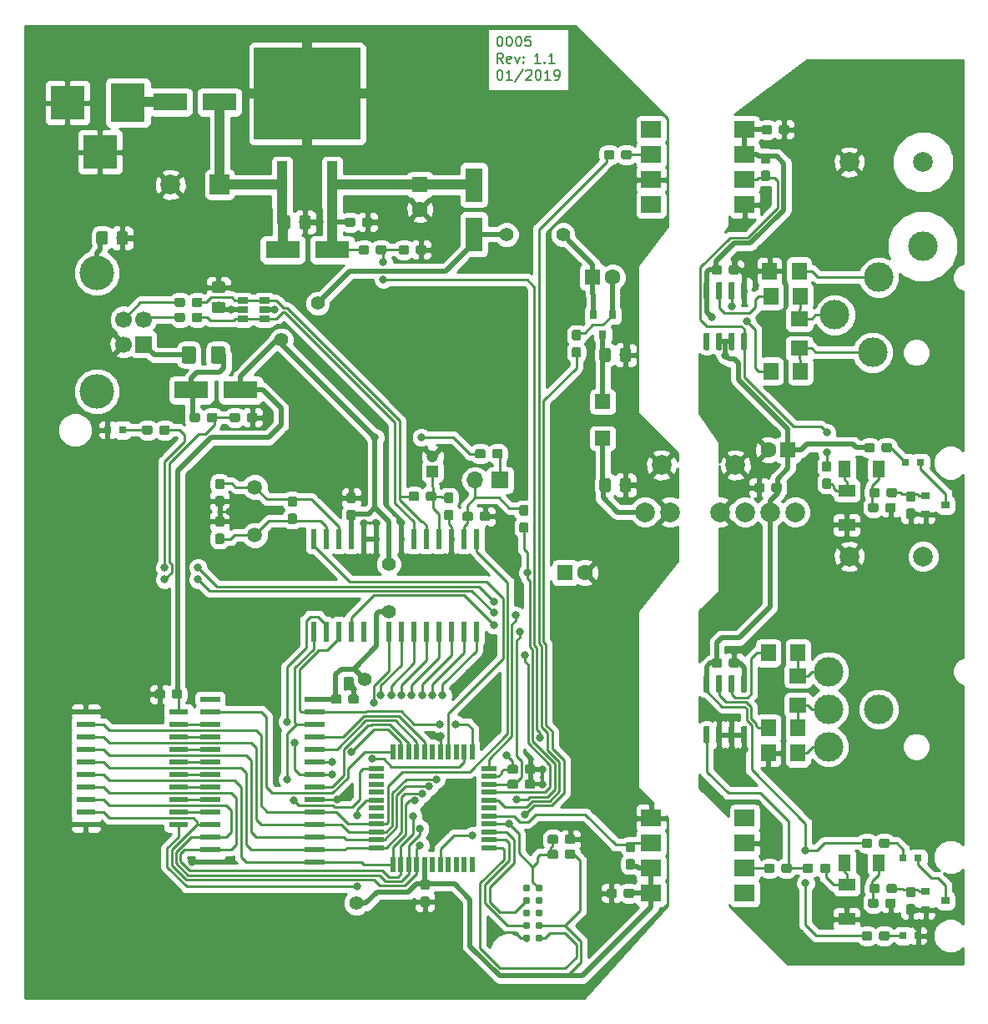
<source format=gtl>
G04 #@! TF.GenerationSoftware,KiCad,Pcbnew,5.0.1*
G04 #@! TF.CreationDate,2019-02-02T17:49:27+01:00*
G04 #@! TF.ProjectId,UsbDmx,557362446D782E6B696361645F706362,rev?*
G04 #@! TF.SameCoordinates,Original*
G04 #@! TF.FileFunction,Copper,L1,Top,Signal*
G04 #@! TF.FilePolarity,Positive*
%FSLAX46Y46*%
G04 Gerber Fmt 4.6, Leading zero omitted, Abs format (unit mm)*
G04 Created by KiCad (PCBNEW 5.0.1) date Sa 02 Feb 2019 17:49:27 CET*
%MOMM*%
%LPD*%
G01*
G04 APERTURE LIST*
G04 #@! TA.AperFunction,NonConductor*
%ADD10C,0.200000*%
G04 #@! TD*
G04 #@! TA.AperFunction,Conductor*
%ADD11C,0.100000*%
G04 #@! TD*
G04 #@! TA.AperFunction,SMDPad,CuDef*
%ADD12C,0.600000*%
G04 #@! TD*
G04 #@! TA.AperFunction,ComponentPad*
%ADD13C,3.000000*%
G04 #@! TD*
G04 #@! TA.AperFunction,BGAPad,CuDef*
%ADD14C,0.787400*%
G04 #@! TD*
G04 #@! TA.AperFunction,SMDPad,CuDef*
%ADD15R,0.797560X0.797560*%
G04 #@! TD*
G04 #@! TA.AperFunction,ComponentPad*
%ADD16R,3.500120X3.500120*%
G04 #@! TD*
G04 #@! TA.AperFunction,ComponentPad*
%ADD17R,3.500120X4.000000*%
G04 #@! TD*
G04 #@! TA.AperFunction,SMDPad,CuDef*
%ADD18R,2.000000X1.780000*%
G04 #@! TD*
G04 #@! TA.AperFunction,ComponentPad*
%ADD19C,2.000000*%
G04 #@! TD*
G04 #@! TA.AperFunction,SMDPad,CuDef*
%ADD20R,1.600000X1.500000*%
G04 #@! TD*
G04 #@! TA.AperFunction,SMDPad,CuDef*
%ADD21R,2.000000X0.600000*%
G04 #@! TD*
G04 #@! TA.AperFunction,SMDPad,CuDef*
%ADD22R,0.550000X1.500000*%
G04 #@! TD*
G04 #@! TA.AperFunction,SMDPad,CuDef*
%ADD23R,1.500000X0.550000*%
G04 #@! TD*
G04 #@! TA.AperFunction,SMDPad,CuDef*
%ADD24C,0.950000*%
G04 #@! TD*
G04 #@! TA.AperFunction,SMDPad,CuDef*
%ADD25C,1.150000*%
G04 #@! TD*
G04 #@! TA.AperFunction,ComponentPad*
%ADD26C,1.200000*%
G04 #@! TD*
G04 #@! TA.AperFunction,ComponentPad*
%ADD27R,1.200000X1.200000*%
G04 #@! TD*
G04 #@! TA.AperFunction,ComponentPad*
%ADD28R,2.000000X2.000000*%
G04 #@! TD*
G04 #@! TA.AperFunction,ComponentPad*
%ADD29C,1.600000*%
G04 #@! TD*
G04 #@! TA.AperFunction,ComponentPad*
%ADD30R,1.600000X1.600000*%
G04 #@! TD*
G04 #@! TA.AperFunction,SMDPad,CuDef*
%ADD31R,3.500000X1.800000*%
G04 #@! TD*
G04 #@! TA.AperFunction,SMDPad,CuDef*
%ADD32R,1.800000X3.500000*%
G04 #@! TD*
G04 #@! TA.AperFunction,SMDPad,CuDef*
%ADD33R,1.300000X1.700000*%
G04 #@! TD*
G04 #@! TA.AperFunction,SMDPad,CuDef*
%ADD34R,1.700000X1.300000*%
G04 #@! TD*
G04 #@! TA.AperFunction,SMDPad,CuDef*
%ADD35C,1.425000*%
G04 #@! TD*
G04 #@! TA.AperFunction,ComponentPad*
%ADD36C,3.500000*%
G04 #@! TD*
G04 #@! TA.AperFunction,ComponentPad*
%ADD37C,1.700000*%
G04 #@! TD*
G04 #@! TA.AperFunction,ComponentPad*
%ADD38R,1.700000X1.700000*%
G04 #@! TD*
G04 #@! TA.AperFunction,ComponentPad*
%ADD39O,1.700000X1.700000*%
G04 #@! TD*
G04 #@! TA.AperFunction,SMDPad,CuDef*
%ADD40R,0.900000X0.800000*%
G04 #@! TD*
G04 #@! TA.AperFunction,SMDPad,CuDef*
%ADD41R,0.800000X0.900000*%
G04 #@! TD*
G04 #@! TA.AperFunction,SMDPad,CuDef*
%ADD42R,1.800000X1.500000*%
G04 #@! TD*
G04 #@! TA.AperFunction,SMDPad,CuDef*
%ADD43R,1.500000X1.800000*%
G04 #@! TD*
G04 #@! TA.AperFunction,SMDPad,CuDef*
%ADD44R,1.950000X0.600000*%
G04 #@! TD*
G04 #@! TA.AperFunction,SMDPad,CuDef*
%ADD45R,1.060000X0.650000*%
G04 #@! TD*
G04 #@! TA.AperFunction,SMDPad,CuDef*
%ADD46R,0.600000X2.000000*%
G04 #@! TD*
G04 #@! TA.AperFunction,SMDPad,CuDef*
%ADD47R,10.800000X9.400000*%
G04 #@! TD*
G04 #@! TA.AperFunction,SMDPad,CuDef*
%ADD48R,1.100000X4.600000*%
G04 #@! TD*
G04 #@! TA.AperFunction,ComponentPad*
%ADD49C,1.500000*%
G04 #@! TD*
G04 #@! TA.AperFunction,ViaPad*
%ADD50C,0.800000*%
G04 #@! TD*
G04 #@! TA.AperFunction,ViaPad*
%ADD51C,1.400000*%
G04 #@! TD*
G04 #@! TA.AperFunction,Conductor*
%ADD52C,0.250000*%
G04 #@! TD*
G04 #@! TA.AperFunction,Conductor*
%ADD53C,0.500000*%
G04 #@! TD*
G04 #@! TA.AperFunction,Conductor*
%ADD54C,1.000000*%
G04 #@! TD*
G04 #@! TA.AperFunction,Conductor*
%ADD55C,0.254000*%
G04 #@! TD*
G04 APERTURE END LIST*
D10*
X103808571Y-66752380D02*
X103903809Y-66752380D01*
X103999047Y-66800000D01*
X104046666Y-66847619D01*
X104094285Y-66942857D01*
X104141904Y-67133333D01*
X104141904Y-67371428D01*
X104094285Y-67561904D01*
X104046666Y-67657142D01*
X103999047Y-67704761D01*
X103903809Y-67752380D01*
X103808571Y-67752380D01*
X103713333Y-67704761D01*
X103665714Y-67657142D01*
X103618095Y-67561904D01*
X103570476Y-67371428D01*
X103570476Y-67133333D01*
X103618095Y-66942857D01*
X103665714Y-66847619D01*
X103713333Y-66800000D01*
X103808571Y-66752380D01*
X104760952Y-66752380D02*
X104856190Y-66752380D01*
X104951428Y-66800000D01*
X104999047Y-66847619D01*
X105046666Y-66942857D01*
X105094285Y-67133333D01*
X105094285Y-67371428D01*
X105046666Y-67561904D01*
X104999047Y-67657142D01*
X104951428Y-67704761D01*
X104856190Y-67752380D01*
X104760952Y-67752380D01*
X104665714Y-67704761D01*
X104618095Y-67657142D01*
X104570476Y-67561904D01*
X104522857Y-67371428D01*
X104522857Y-67133333D01*
X104570476Y-66942857D01*
X104618095Y-66847619D01*
X104665714Y-66800000D01*
X104760952Y-66752380D01*
X105713333Y-66752380D02*
X105808571Y-66752380D01*
X105903809Y-66800000D01*
X105951428Y-66847619D01*
X105999047Y-66942857D01*
X106046666Y-67133333D01*
X106046666Y-67371428D01*
X105999047Y-67561904D01*
X105951428Y-67657142D01*
X105903809Y-67704761D01*
X105808571Y-67752380D01*
X105713333Y-67752380D01*
X105618095Y-67704761D01*
X105570476Y-67657142D01*
X105522857Y-67561904D01*
X105475238Y-67371428D01*
X105475238Y-67133333D01*
X105522857Y-66942857D01*
X105570476Y-66847619D01*
X105618095Y-66800000D01*
X105713333Y-66752380D01*
X106951428Y-66752380D02*
X106475238Y-66752380D01*
X106427619Y-67228571D01*
X106475238Y-67180952D01*
X106570476Y-67133333D01*
X106808571Y-67133333D01*
X106903809Y-67180952D01*
X106951428Y-67228571D01*
X106999047Y-67323809D01*
X106999047Y-67561904D01*
X106951428Y-67657142D01*
X106903809Y-67704761D01*
X106808571Y-67752380D01*
X106570476Y-67752380D01*
X106475238Y-67704761D01*
X106427619Y-67657142D01*
X104189523Y-69452380D02*
X103856190Y-68976190D01*
X103618095Y-69452380D02*
X103618095Y-68452380D01*
X103999047Y-68452380D01*
X104094285Y-68500000D01*
X104141904Y-68547619D01*
X104189523Y-68642857D01*
X104189523Y-68785714D01*
X104141904Y-68880952D01*
X104094285Y-68928571D01*
X103999047Y-68976190D01*
X103618095Y-68976190D01*
X104999047Y-69404761D02*
X104903809Y-69452380D01*
X104713333Y-69452380D01*
X104618095Y-69404761D01*
X104570476Y-69309523D01*
X104570476Y-68928571D01*
X104618095Y-68833333D01*
X104713333Y-68785714D01*
X104903809Y-68785714D01*
X104999047Y-68833333D01*
X105046666Y-68928571D01*
X105046666Y-69023809D01*
X104570476Y-69119047D01*
X105380000Y-68785714D02*
X105618095Y-69452380D01*
X105856190Y-68785714D01*
X106237142Y-69357142D02*
X106284761Y-69404761D01*
X106237142Y-69452380D01*
X106189523Y-69404761D01*
X106237142Y-69357142D01*
X106237142Y-69452380D01*
X106237142Y-68833333D02*
X106284761Y-68880952D01*
X106237142Y-68928571D01*
X106189523Y-68880952D01*
X106237142Y-68833333D01*
X106237142Y-68928571D01*
X107999047Y-69452380D02*
X107427619Y-69452380D01*
X107713333Y-69452380D02*
X107713333Y-68452380D01*
X107618095Y-68595238D01*
X107522857Y-68690476D01*
X107427619Y-68738095D01*
X108427619Y-69357142D02*
X108475238Y-69404761D01*
X108427619Y-69452380D01*
X108380000Y-69404761D01*
X108427619Y-69357142D01*
X108427619Y-69452380D01*
X109427619Y-69452380D02*
X108856190Y-69452380D01*
X109141904Y-69452380D02*
X109141904Y-68452380D01*
X109046666Y-68595238D01*
X108951428Y-68690476D01*
X108856190Y-68738095D01*
X103808571Y-70152380D02*
X103903809Y-70152380D01*
X103999047Y-70200000D01*
X104046666Y-70247619D01*
X104094285Y-70342857D01*
X104141904Y-70533333D01*
X104141904Y-70771428D01*
X104094285Y-70961904D01*
X104046666Y-71057142D01*
X103999047Y-71104761D01*
X103903809Y-71152380D01*
X103808571Y-71152380D01*
X103713333Y-71104761D01*
X103665714Y-71057142D01*
X103618095Y-70961904D01*
X103570476Y-70771428D01*
X103570476Y-70533333D01*
X103618095Y-70342857D01*
X103665714Y-70247619D01*
X103713333Y-70200000D01*
X103808571Y-70152380D01*
X105094285Y-71152380D02*
X104522857Y-71152380D01*
X104808571Y-71152380D02*
X104808571Y-70152380D01*
X104713333Y-70295238D01*
X104618095Y-70390476D01*
X104522857Y-70438095D01*
X106237142Y-70104761D02*
X105380000Y-71390476D01*
X106522857Y-70247619D02*
X106570476Y-70200000D01*
X106665714Y-70152380D01*
X106903809Y-70152380D01*
X106999047Y-70200000D01*
X107046666Y-70247619D01*
X107094285Y-70342857D01*
X107094285Y-70438095D01*
X107046666Y-70580952D01*
X106475238Y-71152380D01*
X107094285Y-71152380D01*
X107713333Y-70152380D02*
X107808571Y-70152380D01*
X107903809Y-70200000D01*
X107951428Y-70247619D01*
X107999047Y-70342857D01*
X108046666Y-70533333D01*
X108046666Y-70771428D01*
X107999047Y-70961904D01*
X107951428Y-71057142D01*
X107903809Y-71104761D01*
X107808571Y-71152380D01*
X107713333Y-71152380D01*
X107618095Y-71104761D01*
X107570476Y-71057142D01*
X107522857Y-70961904D01*
X107475238Y-70771428D01*
X107475238Y-70533333D01*
X107522857Y-70342857D01*
X107570476Y-70247619D01*
X107618095Y-70200000D01*
X107713333Y-70152380D01*
X108999047Y-71152380D02*
X108427619Y-71152380D01*
X108713333Y-71152380D02*
X108713333Y-70152380D01*
X108618095Y-70295238D01*
X108522857Y-70390476D01*
X108427619Y-70438095D01*
X109475238Y-71152380D02*
X109665714Y-71152380D01*
X109760952Y-71104761D01*
X109808571Y-71057142D01*
X109903809Y-70914285D01*
X109951428Y-70723809D01*
X109951428Y-70342857D01*
X109903809Y-70247619D01*
X109856190Y-70200000D01*
X109760952Y-70152380D01*
X109570476Y-70152380D01*
X109475238Y-70200000D01*
X109427619Y-70247619D01*
X109380000Y-70342857D01*
X109380000Y-70580952D01*
X109427619Y-70676190D01*
X109475238Y-70723809D01*
X109570476Y-70771428D01*
X109760952Y-70771428D01*
X109856190Y-70723809D01*
X109903809Y-70676190D01*
X109951428Y-70580952D01*
D11*
G04 #@! TO.N,+5VA*
G04 #@! TO.C,U201*
G36*
X125005703Y-91673722D02*
X125020264Y-91675882D01*
X125034543Y-91679459D01*
X125048403Y-91684418D01*
X125061710Y-91690712D01*
X125074336Y-91698280D01*
X125086159Y-91707048D01*
X125097066Y-91716934D01*
X125106952Y-91727841D01*
X125115720Y-91739664D01*
X125123288Y-91752290D01*
X125129582Y-91765597D01*
X125134541Y-91779457D01*
X125138118Y-91793736D01*
X125140278Y-91808297D01*
X125141000Y-91823000D01*
X125141000Y-93273000D01*
X125140278Y-93287703D01*
X125138118Y-93302264D01*
X125134541Y-93316543D01*
X125129582Y-93330403D01*
X125123288Y-93343710D01*
X125115720Y-93356336D01*
X125106952Y-93368159D01*
X125097066Y-93379066D01*
X125086159Y-93388952D01*
X125074336Y-93397720D01*
X125061710Y-93405288D01*
X125048403Y-93411582D01*
X125034543Y-93416541D01*
X125020264Y-93420118D01*
X125005703Y-93422278D01*
X124991000Y-93423000D01*
X124691000Y-93423000D01*
X124676297Y-93422278D01*
X124661736Y-93420118D01*
X124647457Y-93416541D01*
X124633597Y-93411582D01*
X124620290Y-93405288D01*
X124607664Y-93397720D01*
X124595841Y-93388952D01*
X124584934Y-93379066D01*
X124575048Y-93368159D01*
X124566280Y-93356336D01*
X124558712Y-93343710D01*
X124552418Y-93330403D01*
X124547459Y-93316543D01*
X124543882Y-93302264D01*
X124541722Y-93287703D01*
X124541000Y-93273000D01*
X124541000Y-91823000D01*
X124541722Y-91808297D01*
X124543882Y-91793736D01*
X124547459Y-91779457D01*
X124552418Y-91765597D01*
X124558712Y-91752290D01*
X124566280Y-91739664D01*
X124575048Y-91727841D01*
X124584934Y-91716934D01*
X124595841Y-91707048D01*
X124607664Y-91698280D01*
X124620290Y-91690712D01*
X124633597Y-91684418D01*
X124647457Y-91679459D01*
X124661736Y-91675882D01*
X124676297Y-91673722D01*
X124691000Y-91673000D01*
X124991000Y-91673000D01*
X125005703Y-91673722D01*
X125005703Y-91673722D01*
G37*
D12*
G04 #@! TD*
G04 #@! TO.P,U201,8*
G04 #@! TO.N,+5VA*
X124841000Y-92548000D03*
D11*
G04 #@! TO.N,/DmxInOut/TX_B*
G04 #@! TO.C,U201*
G36*
X126275703Y-91673722D02*
X126290264Y-91675882D01*
X126304543Y-91679459D01*
X126318403Y-91684418D01*
X126331710Y-91690712D01*
X126344336Y-91698280D01*
X126356159Y-91707048D01*
X126367066Y-91716934D01*
X126376952Y-91727841D01*
X126385720Y-91739664D01*
X126393288Y-91752290D01*
X126399582Y-91765597D01*
X126404541Y-91779457D01*
X126408118Y-91793736D01*
X126410278Y-91808297D01*
X126411000Y-91823000D01*
X126411000Y-93273000D01*
X126410278Y-93287703D01*
X126408118Y-93302264D01*
X126404541Y-93316543D01*
X126399582Y-93330403D01*
X126393288Y-93343710D01*
X126385720Y-93356336D01*
X126376952Y-93368159D01*
X126367066Y-93379066D01*
X126356159Y-93388952D01*
X126344336Y-93397720D01*
X126331710Y-93405288D01*
X126318403Y-93411582D01*
X126304543Y-93416541D01*
X126290264Y-93420118D01*
X126275703Y-93422278D01*
X126261000Y-93423000D01*
X125961000Y-93423000D01*
X125946297Y-93422278D01*
X125931736Y-93420118D01*
X125917457Y-93416541D01*
X125903597Y-93411582D01*
X125890290Y-93405288D01*
X125877664Y-93397720D01*
X125865841Y-93388952D01*
X125854934Y-93379066D01*
X125845048Y-93368159D01*
X125836280Y-93356336D01*
X125828712Y-93343710D01*
X125822418Y-93330403D01*
X125817459Y-93316543D01*
X125813882Y-93302264D01*
X125811722Y-93287703D01*
X125811000Y-93273000D01*
X125811000Y-91823000D01*
X125811722Y-91808297D01*
X125813882Y-91793736D01*
X125817459Y-91779457D01*
X125822418Y-91765597D01*
X125828712Y-91752290D01*
X125836280Y-91739664D01*
X125845048Y-91727841D01*
X125854934Y-91716934D01*
X125865841Y-91707048D01*
X125877664Y-91698280D01*
X125890290Y-91690712D01*
X125903597Y-91684418D01*
X125917457Y-91679459D01*
X125931736Y-91675882D01*
X125946297Y-91673722D01*
X125961000Y-91673000D01*
X126261000Y-91673000D01*
X126275703Y-91673722D01*
X126275703Y-91673722D01*
G37*
D12*
G04 #@! TD*
G04 #@! TO.P,U201,7*
G04 #@! TO.N,/DmxInOut/TX_B*
X126111000Y-92548000D03*
D11*
G04 #@! TO.N,/DmxInOut/TX_A*
G04 #@! TO.C,U201*
G36*
X127545703Y-91673722D02*
X127560264Y-91675882D01*
X127574543Y-91679459D01*
X127588403Y-91684418D01*
X127601710Y-91690712D01*
X127614336Y-91698280D01*
X127626159Y-91707048D01*
X127637066Y-91716934D01*
X127646952Y-91727841D01*
X127655720Y-91739664D01*
X127663288Y-91752290D01*
X127669582Y-91765597D01*
X127674541Y-91779457D01*
X127678118Y-91793736D01*
X127680278Y-91808297D01*
X127681000Y-91823000D01*
X127681000Y-93273000D01*
X127680278Y-93287703D01*
X127678118Y-93302264D01*
X127674541Y-93316543D01*
X127669582Y-93330403D01*
X127663288Y-93343710D01*
X127655720Y-93356336D01*
X127646952Y-93368159D01*
X127637066Y-93379066D01*
X127626159Y-93388952D01*
X127614336Y-93397720D01*
X127601710Y-93405288D01*
X127588403Y-93411582D01*
X127574543Y-93416541D01*
X127560264Y-93420118D01*
X127545703Y-93422278D01*
X127531000Y-93423000D01*
X127231000Y-93423000D01*
X127216297Y-93422278D01*
X127201736Y-93420118D01*
X127187457Y-93416541D01*
X127173597Y-93411582D01*
X127160290Y-93405288D01*
X127147664Y-93397720D01*
X127135841Y-93388952D01*
X127124934Y-93379066D01*
X127115048Y-93368159D01*
X127106280Y-93356336D01*
X127098712Y-93343710D01*
X127092418Y-93330403D01*
X127087459Y-93316543D01*
X127083882Y-93302264D01*
X127081722Y-93287703D01*
X127081000Y-93273000D01*
X127081000Y-91823000D01*
X127081722Y-91808297D01*
X127083882Y-91793736D01*
X127087459Y-91779457D01*
X127092418Y-91765597D01*
X127098712Y-91752290D01*
X127106280Y-91739664D01*
X127115048Y-91727841D01*
X127124934Y-91716934D01*
X127135841Y-91707048D01*
X127147664Y-91698280D01*
X127160290Y-91690712D01*
X127173597Y-91684418D01*
X127187457Y-91679459D01*
X127201736Y-91675882D01*
X127216297Y-91673722D01*
X127231000Y-91673000D01*
X127531000Y-91673000D01*
X127545703Y-91673722D01*
X127545703Y-91673722D01*
G37*
D12*
G04 #@! TD*
G04 #@! TO.P,U201,6*
G04 #@! TO.N,/DmxInOut/TX_A*
X127381000Y-92548000D03*
D11*
G04 #@! TO.N,GNDA*
G04 #@! TO.C,U201*
G36*
X128815703Y-91673722D02*
X128830264Y-91675882D01*
X128844543Y-91679459D01*
X128858403Y-91684418D01*
X128871710Y-91690712D01*
X128884336Y-91698280D01*
X128896159Y-91707048D01*
X128907066Y-91716934D01*
X128916952Y-91727841D01*
X128925720Y-91739664D01*
X128933288Y-91752290D01*
X128939582Y-91765597D01*
X128944541Y-91779457D01*
X128948118Y-91793736D01*
X128950278Y-91808297D01*
X128951000Y-91823000D01*
X128951000Y-93273000D01*
X128950278Y-93287703D01*
X128948118Y-93302264D01*
X128944541Y-93316543D01*
X128939582Y-93330403D01*
X128933288Y-93343710D01*
X128925720Y-93356336D01*
X128916952Y-93368159D01*
X128907066Y-93379066D01*
X128896159Y-93388952D01*
X128884336Y-93397720D01*
X128871710Y-93405288D01*
X128858403Y-93411582D01*
X128844543Y-93416541D01*
X128830264Y-93420118D01*
X128815703Y-93422278D01*
X128801000Y-93423000D01*
X128501000Y-93423000D01*
X128486297Y-93422278D01*
X128471736Y-93420118D01*
X128457457Y-93416541D01*
X128443597Y-93411582D01*
X128430290Y-93405288D01*
X128417664Y-93397720D01*
X128405841Y-93388952D01*
X128394934Y-93379066D01*
X128385048Y-93368159D01*
X128376280Y-93356336D01*
X128368712Y-93343710D01*
X128362418Y-93330403D01*
X128357459Y-93316543D01*
X128353882Y-93302264D01*
X128351722Y-93287703D01*
X128351000Y-93273000D01*
X128351000Y-91823000D01*
X128351722Y-91808297D01*
X128353882Y-91793736D01*
X128357459Y-91779457D01*
X128362418Y-91765597D01*
X128368712Y-91752290D01*
X128376280Y-91739664D01*
X128385048Y-91727841D01*
X128394934Y-91716934D01*
X128405841Y-91707048D01*
X128417664Y-91698280D01*
X128430290Y-91690712D01*
X128443597Y-91684418D01*
X128457457Y-91679459D01*
X128471736Y-91675882D01*
X128486297Y-91673722D01*
X128501000Y-91673000D01*
X128801000Y-91673000D01*
X128815703Y-91673722D01*
X128815703Y-91673722D01*
G37*
D12*
G04 #@! TD*
G04 #@! TO.P,U201,5*
G04 #@! TO.N,GNDA*
X128651000Y-92548000D03*
D11*
G04 #@! TO.N,Net-(C205-Pad1)*
G04 #@! TO.C,U201*
G36*
X128815703Y-96823722D02*
X128830264Y-96825882D01*
X128844543Y-96829459D01*
X128858403Y-96834418D01*
X128871710Y-96840712D01*
X128884336Y-96848280D01*
X128896159Y-96857048D01*
X128907066Y-96866934D01*
X128916952Y-96877841D01*
X128925720Y-96889664D01*
X128933288Y-96902290D01*
X128939582Y-96915597D01*
X128944541Y-96929457D01*
X128948118Y-96943736D01*
X128950278Y-96958297D01*
X128951000Y-96973000D01*
X128951000Y-98423000D01*
X128950278Y-98437703D01*
X128948118Y-98452264D01*
X128944541Y-98466543D01*
X128939582Y-98480403D01*
X128933288Y-98493710D01*
X128925720Y-98506336D01*
X128916952Y-98518159D01*
X128907066Y-98529066D01*
X128896159Y-98538952D01*
X128884336Y-98547720D01*
X128871710Y-98555288D01*
X128858403Y-98561582D01*
X128844543Y-98566541D01*
X128830264Y-98570118D01*
X128815703Y-98572278D01*
X128801000Y-98573000D01*
X128501000Y-98573000D01*
X128486297Y-98572278D01*
X128471736Y-98570118D01*
X128457457Y-98566541D01*
X128443597Y-98561582D01*
X128430290Y-98555288D01*
X128417664Y-98547720D01*
X128405841Y-98538952D01*
X128394934Y-98529066D01*
X128385048Y-98518159D01*
X128376280Y-98506336D01*
X128368712Y-98493710D01*
X128362418Y-98480403D01*
X128357459Y-98466543D01*
X128353882Y-98452264D01*
X128351722Y-98437703D01*
X128351000Y-98423000D01*
X128351000Y-96973000D01*
X128351722Y-96958297D01*
X128353882Y-96943736D01*
X128357459Y-96929457D01*
X128362418Y-96915597D01*
X128368712Y-96902290D01*
X128376280Y-96889664D01*
X128385048Y-96877841D01*
X128394934Y-96866934D01*
X128405841Y-96857048D01*
X128417664Y-96848280D01*
X128430290Y-96840712D01*
X128443597Y-96834418D01*
X128457457Y-96829459D01*
X128471736Y-96825882D01*
X128486297Y-96823722D01*
X128501000Y-96823000D01*
X128801000Y-96823000D01*
X128815703Y-96823722D01*
X128815703Y-96823722D01*
G37*
D12*
G04 #@! TD*
G04 #@! TO.P,U201,4*
G04 #@! TO.N,Net-(C205-Pad1)*
X128651000Y-97698000D03*
D11*
G04 #@! TO.N,+5VA*
G04 #@! TO.C,U201*
G36*
X127545703Y-96823722D02*
X127560264Y-96825882D01*
X127574543Y-96829459D01*
X127588403Y-96834418D01*
X127601710Y-96840712D01*
X127614336Y-96848280D01*
X127626159Y-96857048D01*
X127637066Y-96866934D01*
X127646952Y-96877841D01*
X127655720Y-96889664D01*
X127663288Y-96902290D01*
X127669582Y-96915597D01*
X127674541Y-96929457D01*
X127678118Y-96943736D01*
X127680278Y-96958297D01*
X127681000Y-96973000D01*
X127681000Y-98423000D01*
X127680278Y-98437703D01*
X127678118Y-98452264D01*
X127674541Y-98466543D01*
X127669582Y-98480403D01*
X127663288Y-98493710D01*
X127655720Y-98506336D01*
X127646952Y-98518159D01*
X127637066Y-98529066D01*
X127626159Y-98538952D01*
X127614336Y-98547720D01*
X127601710Y-98555288D01*
X127588403Y-98561582D01*
X127574543Y-98566541D01*
X127560264Y-98570118D01*
X127545703Y-98572278D01*
X127531000Y-98573000D01*
X127231000Y-98573000D01*
X127216297Y-98572278D01*
X127201736Y-98570118D01*
X127187457Y-98566541D01*
X127173597Y-98561582D01*
X127160290Y-98555288D01*
X127147664Y-98547720D01*
X127135841Y-98538952D01*
X127124934Y-98529066D01*
X127115048Y-98518159D01*
X127106280Y-98506336D01*
X127098712Y-98493710D01*
X127092418Y-98480403D01*
X127087459Y-98466543D01*
X127083882Y-98452264D01*
X127081722Y-98437703D01*
X127081000Y-98423000D01*
X127081000Y-96973000D01*
X127081722Y-96958297D01*
X127083882Y-96943736D01*
X127087459Y-96929457D01*
X127092418Y-96915597D01*
X127098712Y-96902290D01*
X127106280Y-96889664D01*
X127115048Y-96877841D01*
X127124934Y-96866934D01*
X127135841Y-96857048D01*
X127147664Y-96848280D01*
X127160290Y-96840712D01*
X127173597Y-96834418D01*
X127187457Y-96829459D01*
X127201736Y-96825882D01*
X127216297Y-96823722D01*
X127231000Y-96823000D01*
X127531000Y-96823000D01*
X127545703Y-96823722D01*
X127545703Y-96823722D01*
G37*
D12*
G04 #@! TD*
G04 #@! TO.P,U201,3*
G04 #@! TO.N,+5VA*
X127381000Y-97698000D03*
D11*
G04 #@! TO.N,+5VA*
G04 #@! TO.C,U201*
G36*
X126275703Y-96823722D02*
X126290264Y-96825882D01*
X126304543Y-96829459D01*
X126318403Y-96834418D01*
X126331710Y-96840712D01*
X126344336Y-96848280D01*
X126356159Y-96857048D01*
X126367066Y-96866934D01*
X126376952Y-96877841D01*
X126385720Y-96889664D01*
X126393288Y-96902290D01*
X126399582Y-96915597D01*
X126404541Y-96929457D01*
X126408118Y-96943736D01*
X126410278Y-96958297D01*
X126411000Y-96973000D01*
X126411000Y-98423000D01*
X126410278Y-98437703D01*
X126408118Y-98452264D01*
X126404541Y-98466543D01*
X126399582Y-98480403D01*
X126393288Y-98493710D01*
X126385720Y-98506336D01*
X126376952Y-98518159D01*
X126367066Y-98529066D01*
X126356159Y-98538952D01*
X126344336Y-98547720D01*
X126331710Y-98555288D01*
X126318403Y-98561582D01*
X126304543Y-98566541D01*
X126290264Y-98570118D01*
X126275703Y-98572278D01*
X126261000Y-98573000D01*
X125961000Y-98573000D01*
X125946297Y-98572278D01*
X125931736Y-98570118D01*
X125917457Y-98566541D01*
X125903597Y-98561582D01*
X125890290Y-98555288D01*
X125877664Y-98547720D01*
X125865841Y-98538952D01*
X125854934Y-98529066D01*
X125845048Y-98518159D01*
X125836280Y-98506336D01*
X125828712Y-98493710D01*
X125822418Y-98480403D01*
X125817459Y-98466543D01*
X125813882Y-98452264D01*
X125811722Y-98437703D01*
X125811000Y-98423000D01*
X125811000Y-96973000D01*
X125811722Y-96958297D01*
X125813882Y-96943736D01*
X125817459Y-96929457D01*
X125822418Y-96915597D01*
X125828712Y-96902290D01*
X125836280Y-96889664D01*
X125845048Y-96877841D01*
X125854934Y-96866934D01*
X125865841Y-96857048D01*
X125877664Y-96848280D01*
X125890290Y-96840712D01*
X125903597Y-96834418D01*
X125917457Y-96829459D01*
X125931736Y-96825882D01*
X125946297Y-96823722D01*
X125961000Y-96823000D01*
X126261000Y-96823000D01*
X126275703Y-96823722D01*
X126275703Y-96823722D01*
G37*
D12*
G04 #@! TD*
G04 #@! TO.P,U201,2*
G04 #@! TO.N,+5VA*
X126111000Y-97698000D03*
D11*
G04 #@! TO.N,Net-(U201-Pad1)*
G04 #@! TO.C,U201*
G36*
X125005703Y-96823722D02*
X125020264Y-96825882D01*
X125034543Y-96829459D01*
X125048403Y-96834418D01*
X125061710Y-96840712D01*
X125074336Y-96848280D01*
X125086159Y-96857048D01*
X125097066Y-96866934D01*
X125106952Y-96877841D01*
X125115720Y-96889664D01*
X125123288Y-96902290D01*
X125129582Y-96915597D01*
X125134541Y-96929457D01*
X125138118Y-96943736D01*
X125140278Y-96958297D01*
X125141000Y-96973000D01*
X125141000Y-98423000D01*
X125140278Y-98437703D01*
X125138118Y-98452264D01*
X125134541Y-98466543D01*
X125129582Y-98480403D01*
X125123288Y-98493710D01*
X125115720Y-98506336D01*
X125106952Y-98518159D01*
X125097066Y-98529066D01*
X125086159Y-98538952D01*
X125074336Y-98547720D01*
X125061710Y-98555288D01*
X125048403Y-98561582D01*
X125034543Y-98566541D01*
X125020264Y-98570118D01*
X125005703Y-98572278D01*
X124991000Y-98573000D01*
X124691000Y-98573000D01*
X124676297Y-98572278D01*
X124661736Y-98570118D01*
X124647457Y-98566541D01*
X124633597Y-98561582D01*
X124620290Y-98555288D01*
X124607664Y-98547720D01*
X124595841Y-98538952D01*
X124584934Y-98529066D01*
X124575048Y-98518159D01*
X124566280Y-98506336D01*
X124558712Y-98493710D01*
X124552418Y-98480403D01*
X124547459Y-98466543D01*
X124543882Y-98452264D01*
X124541722Y-98437703D01*
X124541000Y-98423000D01*
X124541000Y-96973000D01*
X124541722Y-96958297D01*
X124543882Y-96943736D01*
X124547459Y-96929457D01*
X124552418Y-96915597D01*
X124558712Y-96902290D01*
X124566280Y-96889664D01*
X124575048Y-96877841D01*
X124584934Y-96866934D01*
X124595841Y-96857048D01*
X124607664Y-96848280D01*
X124620290Y-96840712D01*
X124633597Y-96834418D01*
X124647457Y-96829459D01*
X124661736Y-96825882D01*
X124676297Y-96823722D01*
X124691000Y-96823000D01*
X124991000Y-96823000D01*
X125005703Y-96823722D01*
X125005703Y-96823722D01*
G37*
D12*
G04 #@! TD*
G04 #@! TO.P,U201,1*
G04 #@! TO.N,Net-(U201-Pad1)*
X124841000Y-97698000D03*
D13*
G04 #@! TO.P,CON202,G*
G04 #@! TO.N,Net-(C214-Pad1)*
X142300000Y-135000000D03*
G04 #@! TO.P,CON202,3*
G04 #@! TO.N,/DmxInOut/RX_+*
X137220000Y-135000000D03*
G04 #@! TO.P,CON202,1*
G04 #@! TO.N,Net-(CON202-Pad1)*
X137220000Y-138810000D03*
G04 #@! TO.P,CON202,2*
G04 #@! TO.N,/DmxInOut/RX_-*
X137220000Y-131190000D03*
G04 #@! TD*
D14*
G04 #@! TO.P,CON101,3*
G04 #@! TO.N,Net-(CON101-Pad3)*
X107823000Y-155702000D03*
G04 #@! TO.P,CON101,8*
G04 #@! TO.N,Net-(CON101-Pad8)*
X106553000Y-155702000D03*
G04 #@! TO.P,CON101,9*
G04 #@! TO.N,/MISO*
X106553000Y-156972000D03*
G04 #@! TO.P,CON101,2*
G04 #@! TO.N,+5V*
X107823000Y-156972000D03*
G04 #@! TO.P,CON101,10*
G04 #@! TO.N,GND*
X106553000Y-158242000D03*
G04 #@! TO.P,CON101,1*
G04 #@! TO.N,/MOSI*
X107823000Y-158242000D03*
G04 #@! TO.P,CON101,7*
G04 #@! TO.N,/SCK*
X106553000Y-154432000D03*
G04 #@! TO.P,CON101,6*
G04 #@! TO.N,Net-(CON101-Pad6)*
X106553000Y-153162000D03*
G04 #@! TO.P,CON101,5*
G04 #@! TO.N,/RESET*
X107823000Y-153162000D03*
G04 #@! TO.P,CON101,4*
G04 #@! TO.N,Net-(CON101-Pad4)*
X107823000Y-154432000D03*
G04 #@! TD*
D15*
G04 #@! TO.P,D101,1*
G04 #@! TO.N,GND*
X64058800Y-106680000D03*
G04 #@! TO.P,D101,2*
G04 #@! TO.N,Net-(D101-Pad2)*
X65557400Y-106680000D03*
G04 #@! TD*
D13*
G04 #@! TO.P,CON201,G*
G04 #@! TO.N,Net-(C203-Pad1)*
X146750000Y-88020000D03*
G04 #@! TO.P,CON201,3*
G04 #@! TO.N,/DmxInOut/TX_+*
X137850000Y-95000000D03*
G04 #@! TO.P,CON201,2*
G04 #@! TO.N,/DmxInOut/TX_-*
X141665000Y-98810000D03*
G04 #@! TO.P,CON201,1*
G04 #@! TO.N,Net-(CON201-Pad1)*
X142300000Y-91190000D03*
G04 #@! TD*
D15*
G04 #@! TO.P,D201,1*
G04 #@! TO.N,Net-(D201-Pad1)*
X146545300Y-109982000D03*
G04 #@! TO.P,D201,2*
G04 #@! TO.N,Net-(D201-Pad2)*
X145046700Y-109982000D03*
G04 #@! TD*
G04 #@! TO.P,D204,1*
G04 #@! TO.N,GNDA*
X146291300Y-157988000D03*
G04 #@! TO.P,D204,2*
G04 #@! TO.N,Net-(D204-Pad2)*
X144792700Y-157988000D03*
G04 #@! TD*
G04 #@! TO.P,D205,1*
G04 #@! TO.N,Net-(D205-Pad1)*
X146291300Y-150114000D03*
G04 #@! TO.P,D205,2*
G04 #@! TO.N,Net-(D205-Pad2)*
X144792700Y-150114000D03*
G04 #@! TD*
D16*
G04 #@! TO.P,J102,3*
G04 #@! TO.N,GND*
X63278400Y-78478000D03*
G04 #@! TO.P,J102,2*
X59978000Y-73478000D03*
D17*
G04 #@! TO.P,J102,1*
G04 #@! TO.N,Net-(D104-Pad2)*
X66128000Y-73478000D03*
G04 #@! TD*
D18*
G04 #@! TO.P,U202,1*
G04 #@! TO.N,Net-(U202-Pad1)*
X119202000Y-76200000D03*
G04 #@! TO.P,U202,2*
G04 #@! TO.N,Net-(R202-Pad1)*
X119202000Y-78740000D03*
G04 #@! TO.P,U202,3*
G04 #@! TO.N,GND*
X119202000Y-81280000D03*
G04 #@! TO.P,U202,4*
G04 #@! TO.N,Net-(U202-Pad4)*
X119202000Y-83820000D03*
G04 #@! TO.P,U202,5*
G04 #@! TO.N,GNDA*
X128702000Y-83820000D03*
G04 #@! TO.P,U202,6*
G04 #@! TO.N,Net-(C205-Pad1)*
X128702000Y-81280000D03*
G04 #@! TO.P,U202,7*
G04 #@! TO.N,+5VA*
X128702000Y-78740000D03*
G04 #@! TO.P,U202,8*
X128702000Y-76200000D03*
G04 #@! TD*
G04 #@! TO.P,U204,1*
G04 #@! TO.N,Net-(U204-Pad1)*
X128702000Y-153670000D03*
G04 #@! TO.P,U204,2*
G04 #@! TO.N,Net-(R209-Pad2)*
X128702000Y-151130000D03*
G04 #@! TO.P,U204,3*
G04 #@! TO.N,GNDA*
X128702000Y-148590000D03*
G04 #@! TO.P,U204,4*
G04 #@! TO.N,Net-(U204-Pad4)*
X128702000Y-146050000D03*
G04 #@! TO.P,U204,5*
G04 #@! TO.N,GND*
X119202000Y-146050000D03*
G04 #@! TO.P,U204,6*
G04 #@! TO.N,/DmxInOut/DMX_RX*
X119202000Y-148590000D03*
G04 #@! TO.P,U204,7*
G04 #@! TO.N,+5V*
X119202000Y-151130000D03*
G04 #@! TO.P,U204,8*
X119202000Y-153670000D03*
G04 #@! TD*
D19*
G04 #@! TO.P,U205,7*
G04 #@! TO.N,N/C*
X133796000Y-115000000D03*
G04 #@! TO.P,U205,6*
G04 #@! TO.N,+5VA*
X131256000Y-115000000D03*
G04 #@! TO.P,U205,5*
G04 #@! TO.N,N/C*
X128716000Y-115000000D03*
G04 #@! TO.P,U205,4*
G04 #@! TO.N,GNDA*
X126176000Y-115000000D03*
G04 #@! TO.P,U205,2*
G04 #@! TO.N,GND*
X121096000Y-115000000D03*
G04 #@! TO.P,U205,1*
G04 #@! TO.N,Net-(C209-Pad1)*
X118556000Y-115000000D03*
G04 #@! TD*
D20*
G04 #@! TO.P,L203,1*
G04 #@! TO.N,Net-(C208-Pad1)*
X114300000Y-103814000D03*
G04 #@! TO.P,L203,2*
G04 #@! TO.N,Net-(C209-Pad1)*
X114300000Y-107514000D03*
G04 #@! TD*
D21*
G04 #@! TO.P,U104,28*
G04 #@! TO.N,+5V*
X85056000Y-133985000D03*
G04 #@! TO.P,U104,27*
G04 #@! TO.N,/WR*
X85056000Y-135255000D03*
G04 #@! TO.P,U104,26*
G04 #@! TO.N,/A13*
X85056000Y-136525000D03*
G04 #@! TO.P,U104,25*
G04 #@! TO.N,/A8*
X85056000Y-137795000D03*
G04 #@! TO.P,U104,24*
G04 #@! TO.N,/A9*
X85056000Y-139065000D03*
G04 #@! TO.P,U104,23*
G04 #@! TO.N,/A11*
X85056000Y-140335000D03*
G04 #@! TO.P,U104,22*
G04 #@! TO.N,/RD*
X85056000Y-141605000D03*
G04 #@! TO.P,U104,21*
G04 #@! TO.N,/A10*
X85056000Y-142875000D03*
G04 #@! TO.P,U104,20*
G04 #@! TO.N,GND*
X85056000Y-144145000D03*
G04 #@! TO.P,U104,19*
G04 #@! TO.N,/AD7*
X85056000Y-145415000D03*
G04 #@! TO.P,U104,18*
G04 #@! TO.N,/AD6*
X85056000Y-146685000D03*
G04 #@! TO.P,U104,17*
G04 #@! TO.N,/AD5*
X85056000Y-147955000D03*
G04 #@! TO.P,U104,16*
G04 #@! TO.N,/AD4*
X85056000Y-149225000D03*
G04 #@! TO.P,U104,15*
G04 #@! TO.N,/AD3*
X85056000Y-150495000D03*
G04 #@! TO.P,U104,14*
G04 #@! TO.N,GND*
X74456000Y-150495000D03*
G04 #@! TO.P,U104,13*
G04 #@! TO.N,/AD2*
X74456000Y-149225000D03*
G04 #@! TO.P,U104,12*
G04 #@! TO.N,/AD1*
X74456000Y-147955000D03*
G04 #@! TO.P,U104,11*
G04 #@! TO.N,/AD0*
X74456000Y-146685000D03*
G04 #@! TO.P,U104,10*
G04 #@! TO.N,/A0*
X74456000Y-145415000D03*
G04 #@! TO.P,U104,9*
G04 #@! TO.N,/A1*
X74456000Y-144145000D03*
G04 #@! TO.P,U104,8*
G04 #@! TO.N,/A2*
X74456000Y-142875000D03*
G04 #@! TO.P,U104,7*
G04 #@! TO.N,/A3*
X74456000Y-141605000D03*
G04 #@! TO.P,U104,6*
G04 #@! TO.N,/A4*
X74456000Y-140335000D03*
G04 #@! TO.P,U104,5*
G04 #@! TO.N,/A5*
X74456000Y-139065000D03*
G04 #@! TO.P,U104,4*
G04 #@! TO.N,/A6*
X74456000Y-137795000D03*
G04 #@! TO.P,U104,3*
G04 #@! TO.N,/A7*
X74456000Y-136525000D03*
G04 #@! TO.P,U104,2*
G04 #@! TO.N,/A12*
X74456000Y-135255000D03*
G04 #@! TO.P,U104,1*
G04 #@! TO.N,Net-(U104-Pad1)*
X74456000Y-133985000D03*
G04 #@! TD*
D22*
G04 #@! TO.P,U106,44*
G04 #@! TO.N,Net-(U106-Pad44)*
X101028000Y-150734000D03*
G04 #@! TO.P,U106,43*
G04 #@! TO.N,Net-(U106-Pad43)*
X100228000Y-150734000D03*
G04 #@! TO.P,U106,42*
G04 #@! TO.N,Net-(U106-Pad42)*
X99428000Y-150734000D03*
G04 #@! TO.P,U106,41*
G04 #@! TO.N,Net-(U106-Pad41)*
X98628000Y-150734000D03*
G04 #@! TO.P,U106,40*
G04 #@! TO.N,/DmxInOut/DMX_EN*
X97828000Y-150734000D03*
G04 #@! TO.P,U106,39*
G04 #@! TO.N,Net-(U106-Pad39)*
X97028000Y-150734000D03*
G04 #@! TO.P,U106,38*
G04 #@! TO.N,+5V*
X96228000Y-150734000D03*
G04 #@! TO.P,U106,37*
G04 #@! TO.N,/AD0*
X95428000Y-150734000D03*
G04 #@! TO.P,U106,36*
G04 #@! TO.N,/AD1*
X94628000Y-150734000D03*
G04 #@! TO.P,U106,35*
G04 #@! TO.N,/AD2*
X93828000Y-150734000D03*
G04 #@! TO.P,U106,34*
G04 #@! TO.N,/AD3*
X93028000Y-150734000D03*
D23*
G04 #@! TO.P,U106,33*
G04 #@! TO.N,/AD4*
X91328000Y-149034000D03*
G04 #@! TO.P,U106,32*
G04 #@! TO.N,/AD5*
X91328000Y-148234000D03*
G04 #@! TO.P,U106,31*
G04 #@! TO.N,/AD6*
X91328000Y-147434000D03*
G04 #@! TO.P,U106,30*
G04 #@! TO.N,/AD7*
X91328000Y-146634000D03*
G04 #@! TO.P,U106,29*
G04 #@! TO.N,Net-(U106-Pad29)*
X91328000Y-145834000D03*
G04 #@! TO.P,U106,28*
G04 #@! TO.N,Net-(U106-Pad28)*
X91328000Y-145034000D03*
G04 #@! TO.P,U106,27*
G04 #@! TO.N,/ALE*
X91328000Y-144234000D03*
G04 #@! TO.P,U106,26*
G04 #@! TO.N,Net-(U106-Pad26)*
X91328000Y-143434000D03*
G04 #@! TO.P,U106,25*
G04 #@! TO.N,Net-(U106-Pad25)*
X91328000Y-142634000D03*
G04 #@! TO.P,U106,24*
G04 #@! TO.N,Net-(U106-Pad24)*
X91328000Y-141834000D03*
G04 #@! TO.P,U106,23*
G04 #@! TO.N,/A13*
X91328000Y-141034000D03*
D22*
G04 #@! TO.P,U106,22*
G04 #@! TO.N,/A12*
X93028000Y-139334000D03*
G04 #@! TO.P,U106,21*
G04 #@! TO.N,/A11*
X93828000Y-139334000D03*
G04 #@! TO.P,U106,20*
G04 #@! TO.N,/A10*
X94628000Y-139334000D03*
G04 #@! TO.P,U106,19*
G04 #@! TO.N,/A9*
X95428000Y-139334000D03*
G04 #@! TO.P,U106,18*
G04 #@! TO.N,/A8*
X96228000Y-139334000D03*
G04 #@! TO.P,U106,17*
G04 #@! TO.N,Net-(U106-Pad17)*
X97028000Y-139334000D03*
G04 #@! TO.P,U106,16*
G04 #@! TO.N,GND*
X97828000Y-139334000D03*
G04 #@! TO.P,U106,15*
G04 #@! TO.N,/CLK_UC*
X98628000Y-139334000D03*
G04 #@! TO.P,U106,14*
G04 #@! TO.N,Net-(U106-Pad14)*
X99428000Y-139334000D03*
G04 #@! TO.P,U106,13*
G04 #@! TO.N,/RD*
X100228000Y-139334000D03*
G04 #@! TO.P,U106,12*
G04 #@! TO.N,/WR*
X101028000Y-139334000D03*
D23*
G04 #@! TO.P,U106,11*
G04 #@! TO.N,/LED_USB*
X102728000Y-141034000D03*
G04 #@! TO.P,U106,10*
G04 #@! TO.N,/SENSE_5V_EXT*
X102728000Y-141834000D03*
G04 #@! TO.P,U106,9*
G04 #@! TO.N,/SENSE_5V_USB*
X102728000Y-142634000D03*
G04 #@! TO.P,U106,8*
G04 #@! TO.N,/USB_INT*
X102728000Y-143434000D03*
G04 #@! TO.P,U106,7*
G04 #@! TO.N,/DmxInOut/DMX_TX*
X102728000Y-144234000D03*
G04 #@! TO.P,U106,6*
G04 #@! TO.N,Net-(U106-Pad6)*
X102728000Y-145034000D03*
G04 #@! TO.P,U106,5*
G04 #@! TO.N,/DmxInOut/DMX_RX*
X102728000Y-145834000D03*
G04 #@! TO.P,U106,4*
G04 #@! TO.N,/RESET*
X102728000Y-146634000D03*
G04 #@! TO.P,U106,3*
G04 #@! TO.N,/SCK*
X102728000Y-147434000D03*
G04 #@! TO.P,U106,2*
G04 #@! TO.N,/MISO*
X102728000Y-148234000D03*
G04 #@! TO.P,U106,1*
G04 #@! TO.N,/MOSI*
X102728000Y-149034000D03*
G04 #@! TD*
D11*
G04 #@! TO.N,GND*
G04 #@! TO.C,C101*
G36*
X69666779Y-133003144D02*
X69689834Y-133006563D01*
X69712443Y-133012227D01*
X69734387Y-133020079D01*
X69755457Y-133030044D01*
X69775448Y-133042026D01*
X69794168Y-133055910D01*
X69811438Y-133071562D01*
X69827090Y-133088832D01*
X69840974Y-133107552D01*
X69852956Y-133127543D01*
X69862921Y-133148613D01*
X69870773Y-133170557D01*
X69876437Y-133193166D01*
X69879856Y-133216221D01*
X69881000Y-133239500D01*
X69881000Y-133714500D01*
X69879856Y-133737779D01*
X69876437Y-133760834D01*
X69870773Y-133783443D01*
X69862921Y-133805387D01*
X69852956Y-133826457D01*
X69840974Y-133846448D01*
X69827090Y-133865168D01*
X69811438Y-133882438D01*
X69794168Y-133898090D01*
X69775448Y-133911974D01*
X69755457Y-133923956D01*
X69734387Y-133933921D01*
X69712443Y-133941773D01*
X69689834Y-133947437D01*
X69666779Y-133950856D01*
X69643500Y-133952000D01*
X69068500Y-133952000D01*
X69045221Y-133950856D01*
X69022166Y-133947437D01*
X68999557Y-133941773D01*
X68977613Y-133933921D01*
X68956543Y-133923956D01*
X68936552Y-133911974D01*
X68917832Y-133898090D01*
X68900562Y-133882438D01*
X68884910Y-133865168D01*
X68871026Y-133846448D01*
X68859044Y-133826457D01*
X68849079Y-133805387D01*
X68841227Y-133783443D01*
X68835563Y-133760834D01*
X68832144Y-133737779D01*
X68831000Y-133714500D01*
X68831000Y-133239500D01*
X68832144Y-133216221D01*
X68835563Y-133193166D01*
X68841227Y-133170557D01*
X68849079Y-133148613D01*
X68859044Y-133127543D01*
X68871026Y-133107552D01*
X68884910Y-133088832D01*
X68900562Y-133071562D01*
X68917832Y-133055910D01*
X68936552Y-133042026D01*
X68956543Y-133030044D01*
X68977613Y-133020079D01*
X68999557Y-133012227D01*
X69022166Y-133006563D01*
X69045221Y-133003144D01*
X69068500Y-133002000D01*
X69643500Y-133002000D01*
X69666779Y-133003144D01*
X69666779Y-133003144D01*
G37*
D24*
G04 #@! TD*
G04 #@! TO.P,C101,2*
G04 #@! TO.N,GND*
X69356000Y-133477000D03*
D11*
G04 #@! TO.N,+5V*
G04 #@! TO.C,C101*
G36*
X71416779Y-133003144D02*
X71439834Y-133006563D01*
X71462443Y-133012227D01*
X71484387Y-133020079D01*
X71505457Y-133030044D01*
X71525448Y-133042026D01*
X71544168Y-133055910D01*
X71561438Y-133071562D01*
X71577090Y-133088832D01*
X71590974Y-133107552D01*
X71602956Y-133127543D01*
X71612921Y-133148613D01*
X71620773Y-133170557D01*
X71626437Y-133193166D01*
X71629856Y-133216221D01*
X71631000Y-133239500D01*
X71631000Y-133714500D01*
X71629856Y-133737779D01*
X71626437Y-133760834D01*
X71620773Y-133783443D01*
X71612921Y-133805387D01*
X71602956Y-133826457D01*
X71590974Y-133846448D01*
X71577090Y-133865168D01*
X71561438Y-133882438D01*
X71544168Y-133898090D01*
X71525448Y-133911974D01*
X71505457Y-133923956D01*
X71484387Y-133933921D01*
X71462443Y-133941773D01*
X71439834Y-133947437D01*
X71416779Y-133950856D01*
X71393500Y-133952000D01*
X70818500Y-133952000D01*
X70795221Y-133950856D01*
X70772166Y-133947437D01*
X70749557Y-133941773D01*
X70727613Y-133933921D01*
X70706543Y-133923956D01*
X70686552Y-133911974D01*
X70667832Y-133898090D01*
X70650562Y-133882438D01*
X70634910Y-133865168D01*
X70621026Y-133846448D01*
X70609044Y-133826457D01*
X70599079Y-133805387D01*
X70591227Y-133783443D01*
X70585563Y-133760834D01*
X70582144Y-133737779D01*
X70581000Y-133714500D01*
X70581000Y-133239500D01*
X70582144Y-133216221D01*
X70585563Y-133193166D01*
X70591227Y-133170557D01*
X70599079Y-133148613D01*
X70609044Y-133127543D01*
X70621026Y-133107552D01*
X70634910Y-133088832D01*
X70650562Y-133071562D01*
X70667832Y-133055910D01*
X70686552Y-133042026D01*
X70706543Y-133030044D01*
X70727613Y-133020079D01*
X70749557Y-133012227D01*
X70772166Y-133006563D01*
X70795221Y-133003144D01*
X70818500Y-133002000D01*
X71393500Y-133002000D01*
X71416779Y-133003144D01*
X71416779Y-133003144D01*
G37*
D24*
G04 #@! TD*
G04 #@! TO.P,C101,1*
G04 #@! TO.N,+5V*
X71106000Y-133477000D03*
D11*
G04 #@! TO.N,GND*
G04 #@! TO.C,C102*
G36*
X75698779Y-115441144D02*
X75721834Y-115444563D01*
X75744443Y-115450227D01*
X75766387Y-115458079D01*
X75787457Y-115468044D01*
X75807448Y-115480026D01*
X75826168Y-115493910D01*
X75843438Y-115509562D01*
X75859090Y-115526832D01*
X75872974Y-115545552D01*
X75884956Y-115565543D01*
X75894921Y-115586613D01*
X75902773Y-115608557D01*
X75908437Y-115631166D01*
X75911856Y-115654221D01*
X75913000Y-115677500D01*
X75913000Y-116252500D01*
X75911856Y-116275779D01*
X75908437Y-116298834D01*
X75902773Y-116321443D01*
X75894921Y-116343387D01*
X75884956Y-116364457D01*
X75872974Y-116384448D01*
X75859090Y-116403168D01*
X75843438Y-116420438D01*
X75826168Y-116436090D01*
X75807448Y-116449974D01*
X75787457Y-116461956D01*
X75766387Y-116471921D01*
X75744443Y-116479773D01*
X75721834Y-116485437D01*
X75698779Y-116488856D01*
X75675500Y-116490000D01*
X75200500Y-116490000D01*
X75177221Y-116488856D01*
X75154166Y-116485437D01*
X75131557Y-116479773D01*
X75109613Y-116471921D01*
X75088543Y-116461956D01*
X75068552Y-116449974D01*
X75049832Y-116436090D01*
X75032562Y-116420438D01*
X75016910Y-116403168D01*
X75003026Y-116384448D01*
X74991044Y-116364457D01*
X74981079Y-116343387D01*
X74973227Y-116321443D01*
X74967563Y-116298834D01*
X74964144Y-116275779D01*
X74963000Y-116252500D01*
X74963000Y-115677500D01*
X74964144Y-115654221D01*
X74967563Y-115631166D01*
X74973227Y-115608557D01*
X74981079Y-115586613D01*
X74991044Y-115565543D01*
X75003026Y-115545552D01*
X75016910Y-115526832D01*
X75032562Y-115509562D01*
X75049832Y-115493910D01*
X75068552Y-115480026D01*
X75088543Y-115468044D01*
X75109613Y-115458079D01*
X75131557Y-115450227D01*
X75154166Y-115444563D01*
X75177221Y-115441144D01*
X75200500Y-115440000D01*
X75675500Y-115440000D01*
X75698779Y-115441144D01*
X75698779Y-115441144D01*
G37*
D24*
G04 #@! TD*
G04 #@! TO.P,C102,2*
G04 #@! TO.N,GND*
X75438000Y-115965000D03*
D11*
G04 #@! TO.N,Net-(C102-Pad1)*
G04 #@! TO.C,C102*
G36*
X75698779Y-117191144D02*
X75721834Y-117194563D01*
X75744443Y-117200227D01*
X75766387Y-117208079D01*
X75787457Y-117218044D01*
X75807448Y-117230026D01*
X75826168Y-117243910D01*
X75843438Y-117259562D01*
X75859090Y-117276832D01*
X75872974Y-117295552D01*
X75884956Y-117315543D01*
X75894921Y-117336613D01*
X75902773Y-117358557D01*
X75908437Y-117381166D01*
X75911856Y-117404221D01*
X75913000Y-117427500D01*
X75913000Y-118002500D01*
X75911856Y-118025779D01*
X75908437Y-118048834D01*
X75902773Y-118071443D01*
X75894921Y-118093387D01*
X75884956Y-118114457D01*
X75872974Y-118134448D01*
X75859090Y-118153168D01*
X75843438Y-118170438D01*
X75826168Y-118186090D01*
X75807448Y-118199974D01*
X75787457Y-118211956D01*
X75766387Y-118221921D01*
X75744443Y-118229773D01*
X75721834Y-118235437D01*
X75698779Y-118238856D01*
X75675500Y-118240000D01*
X75200500Y-118240000D01*
X75177221Y-118238856D01*
X75154166Y-118235437D01*
X75131557Y-118229773D01*
X75109613Y-118221921D01*
X75088543Y-118211956D01*
X75068552Y-118199974D01*
X75049832Y-118186090D01*
X75032562Y-118170438D01*
X75016910Y-118153168D01*
X75003026Y-118134448D01*
X74991044Y-118114457D01*
X74981079Y-118093387D01*
X74973227Y-118071443D01*
X74967563Y-118048834D01*
X74964144Y-118025779D01*
X74963000Y-118002500D01*
X74963000Y-117427500D01*
X74964144Y-117404221D01*
X74967563Y-117381166D01*
X74973227Y-117358557D01*
X74981079Y-117336613D01*
X74991044Y-117315543D01*
X75003026Y-117295552D01*
X75016910Y-117276832D01*
X75032562Y-117259562D01*
X75049832Y-117243910D01*
X75068552Y-117230026D01*
X75088543Y-117218044D01*
X75109613Y-117208079D01*
X75131557Y-117200227D01*
X75154166Y-117194563D01*
X75177221Y-117191144D01*
X75200500Y-117190000D01*
X75675500Y-117190000D01*
X75698779Y-117191144D01*
X75698779Y-117191144D01*
G37*
D24*
G04 #@! TD*
G04 #@! TO.P,C102,1*
G04 #@! TO.N,Net-(C102-Pad1)*
X75438000Y-117715000D03*
D11*
G04 #@! TO.N,GND*
G04 #@! TO.C,C103*
G36*
X75698779Y-113381144D02*
X75721834Y-113384563D01*
X75744443Y-113390227D01*
X75766387Y-113398079D01*
X75787457Y-113408044D01*
X75807448Y-113420026D01*
X75826168Y-113433910D01*
X75843438Y-113449562D01*
X75859090Y-113466832D01*
X75872974Y-113485552D01*
X75884956Y-113505543D01*
X75894921Y-113526613D01*
X75902773Y-113548557D01*
X75908437Y-113571166D01*
X75911856Y-113594221D01*
X75913000Y-113617500D01*
X75913000Y-114192500D01*
X75911856Y-114215779D01*
X75908437Y-114238834D01*
X75902773Y-114261443D01*
X75894921Y-114283387D01*
X75884956Y-114304457D01*
X75872974Y-114324448D01*
X75859090Y-114343168D01*
X75843438Y-114360438D01*
X75826168Y-114376090D01*
X75807448Y-114389974D01*
X75787457Y-114401956D01*
X75766387Y-114411921D01*
X75744443Y-114419773D01*
X75721834Y-114425437D01*
X75698779Y-114428856D01*
X75675500Y-114430000D01*
X75200500Y-114430000D01*
X75177221Y-114428856D01*
X75154166Y-114425437D01*
X75131557Y-114419773D01*
X75109613Y-114411921D01*
X75088543Y-114401956D01*
X75068552Y-114389974D01*
X75049832Y-114376090D01*
X75032562Y-114360438D01*
X75016910Y-114343168D01*
X75003026Y-114324448D01*
X74991044Y-114304457D01*
X74981079Y-114283387D01*
X74973227Y-114261443D01*
X74967563Y-114238834D01*
X74964144Y-114215779D01*
X74963000Y-114192500D01*
X74963000Y-113617500D01*
X74964144Y-113594221D01*
X74967563Y-113571166D01*
X74973227Y-113548557D01*
X74981079Y-113526613D01*
X74991044Y-113505543D01*
X75003026Y-113485552D01*
X75016910Y-113466832D01*
X75032562Y-113449562D01*
X75049832Y-113433910D01*
X75068552Y-113420026D01*
X75088543Y-113408044D01*
X75109613Y-113398079D01*
X75131557Y-113390227D01*
X75154166Y-113384563D01*
X75177221Y-113381144D01*
X75200500Y-113380000D01*
X75675500Y-113380000D01*
X75698779Y-113381144D01*
X75698779Y-113381144D01*
G37*
D24*
G04 #@! TD*
G04 #@! TO.P,C103,2*
G04 #@! TO.N,GND*
X75438000Y-113905000D03*
D11*
G04 #@! TO.N,Net-(C103-Pad1)*
G04 #@! TO.C,C103*
G36*
X75698779Y-111631144D02*
X75721834Y-111634563D01*
X75744443Y-111640227D01*
X75766387Y-111648079D01*
X75787457Y-111658044D01*
X75807448Y-111670026D01*
X75826168Y-111683910D01*
X75843438Y-111699562D01*
X75859090Y-111716832D01*
X75872974Y-111735552D01*
X75884956Y-111755543D01*
X75894921Y-111776613D01*
X75902773Y-111798557D01*
X75908437Y-111821166D01*
X75911856Y-111844221D01*
X75913000Y-111867500D01*
X75913000Y-112442500D01*
X75911856Y-112465779D01*
X75908437Y-112488834D01*
X75902773Y-112511443D01*
X75894921Y-112533387D01*
X75884956Y-112554457D01*
X75872974Y-112574448D01*
X75859090Y-112593168D01*
X75843438Y-112610438D01*
X75826168Y-112626090D01*
X75807448Y-112639974D01*
X75787457Y-112651956D01*
X75766387Y-112661921D01*
X75744443Y-112669773D01*
X75721834Y-112675437D01*
X75698779Y-112678856D01*
X75675500Y-112680000D01*
X75200500Y-112680000D01*
X75177221Y-112678856D01*
X75154166Y-112675437D01*
X75131557Y-112669773D01*
X75109613Y-112661921D01*
X75088543Y-112651956D01*
X75068552Y-112639974D01*
X75049832Y-112626090D01*
X75032562Y-112610438D01*
X75016910Y-112593168D01*
X75003026Y-112574448D01*
X74991044Y-112554457D01*
X74981079Y-112533387D01*
X74973227Y-112511443D01*
X74967563Y-112488834D01*
X74964144Y-112465779D01*
X74963000Y-112442500D01*
X74963000Y-111867500D01*
X74964144Y-111844221D01*
X74967563Y-111821166D01*
X74973227Y-111798557D01*
X74981079Y-111776613D01*
X74991044Y-111755543D01*
X75003026Y-111735552D01*
X75016910Y-111716832D01*
X75032562Y-111699562D01*
X75049832Y-111683910D01*
X75068552Y-111670026D01*
X75088543Y-111658044D01*
X75109613Y-111648079D01*
X75131557Y-111640227D01*
X75154166Y-111634563D01*
X75177221Y-111631144D01*
X75200500Y-111630000D01*
X75675500Y-111630000D01*
X75698779Y-111631144D01*
X75698779Y-111631144D01*
G37*
D24*
G04 #@! TD*
G04 #@! TO.P,C103,1*
G04 #@! TO.N,Net-(C103-Pad1)*
X75438000Y-112155000D03*
D11*
G04 #@! TO.N,GND*
G04 #@! TO.C,C104*
G36*
X65890505Y-86499404D02*
X65914773Y-86503004D01*
X65938572Y-86508965D01*
X65961671Y-86517230D01*
X65983850Y-86527720D01*
X66004893Y-86540332D01*
X66024599Y-86554947D01*
X66042777Y-86571423D01*
X66059253Y-86589601D01*
X66073868Y-86609307D01*
X66086480Y-86630350D01*
X66096970Y-86652529D01*
X66105235Y-86675628D01*
X66111196Y-86699427D01*
X66114796Y-86723695D01*
X66116000Y-86748199D01*
X66116000Y-87648201D01*
X66114796Y-87672705D01*
X66111196Y-87696973D01*
X66105235Y-87720772D01*
X66096970Y-87743871D01*
X66086480Y-87766050D01*
X66073868Y-87787093D01*
X66059253Y-87806799D01*
X66042777Y-87824977D01*
X66024599Y-87841453D01*
X66004893Y-87856068D01*
X65983850Y-87868680D01*
X65961671Y-87879170D01*
X65938572Y-87887435D01*
X65914773Y-87893396D01*
X65890505Y-87896996D01*
X65866001Y-87898200D01*
X65215999Y-87898200D01*
X65191495Y-87896996D01*
X65167227Y-87893396D01*
X65143428Y-87887435D01*
X65120329Y-87879170D01*
X65098150Y-87868680D01*
X65077107Y-87856068D01*
X65057401Y-87841453D01*
X65039223Y-87824977D01*
X65022747Y-87806799D01*
X65008132Y-87787093D01*
X64995520Y-87766050D01*
X64985030Y-87743871D01*
X64976765Y-87720772D01*
X64970804Y-87696973D01*
X64967204Y-87672705D01*
X64966000Y-87648201D01*
X64966000Y-86748199D01*
X64967204Y-86723695D01*
X64970804Y-86699427D01*
X64976765Y-86675628D01*
X64985030Y-86652529D01*
X64995520Y-86630350D01*
X65008132Y-86609307D01*
X65022747Y-86589601D01*
X65039223Y-86571423D01*
X65057401Y-86554947D01*
X65077107Y-86540332D01*
X65098150Y-86527720D01*
X65120329Y-86517230D01*
X65143428Y-86508965D01*
X65167227Y-86503004D01*
X65191495Y-86499404D01*
X65215999Y-86498200D01*
X65866001Y-86498200D01*
X65890505Y-86499404D01*
X65890505Y-86499404D01*
G37*
D25*
G04 #@! TD*
G04 #@! TO.P,C104,2*
G04 #@! TO.N,GND*
X65541000Y-87198200D03*
D11*
G04 #@! TO.N,Net-(C104-Pad1)*
G04 #@! TO.C,C104*
G36*
X63840505Y-86499404D02*
X63864773Y-86503004D01*
X63888572Y-86508965D01*
X63911671Y-86517230D01*
X63933850Y-86527720D01*
X63954893Y-86540332D01*
X63974599Y-86554947D01*
X63992777Y-86571423D01*
X64009253Y-86589601D01*
X64023868Y-86609307D01*
X64036480Y-86630350D01*
X64046970Y-86652529D01*
X64055235Y-86675628D01*
X64061196Y-86699427D01*
X64064796Y-86723695D01*
X64066000Y-86748199D01*
X64066000Y-87648201D01*
X64064796Y-87672705D01*
X64061196Y-87696973D01*
X64055235Y-87720772D01*
X64046970Y-87743871D01*
X64036480Y-87766050D01*
X64023868Y-87787093D01*
X64009253Y-87806799D01*
X63992777Y-87824977D01*
X63974599Y-87841453D01*
X63954893Y-87856068D01*
X63933850Y-87868680D01*
X63911671Y-87879170D01*
X63888572Y-87887435D01*
X63864773Y-87893396D01*
X63840505Y-87896996D01*
X63816001Y-87898200D01*
X63165999Y-87898200D01*
X63141495Y-87896996D01*
X63117227Y-87893396D01*
X63093428Y-87887435D01*
X63070329Y-87879170D01*
X63048150Y-87868680D01*
X63027107Y-87856068D01*
X63007401Y-87841453D01*
X62989223Y-87824977D01*
X62972747Y-87806799D01*
X62958132Y-87787093D01*
X62945520Y-87766050D01*
X62935030Y-87743871D01*
X62926765Y-87720772D01*
X62920804Y-87696973D01*
X62917204Y-87672705D01*
X62916000Y-87648201D01*
X62916000Y-86748199D01*
X62917204Y-86723695D01*
X62920804Y-86699427D01*
X62926765Y-86675628D01*
X62935030Y-86652529D01*
X62945520Y-86630350D01*
X62958132Y-86609307D01*
X62972747Y-86589601D01*
X62989223Y-86571423D01*
X63007401Y-86554947D01*
X63027107Y-86540332D01*
X63048150Y-86527720D01*
X63070329Y-86517230D01*
X63093428Y-86508965D01*
X63117227Y-86503004D01*
X63141495Y-86499404D01*
X63165999Y-86498200D01*
X63816001Y-86498200D01*
X63840505Y-86499404D01*
X63840505Y-86499404D01*
G37*
D25*
G04 #@! TD*
G04 #@! TO.P,C104,1*
G04 #@! TO.N,Net-(C104-Pad1)*
X63491000Y-87198200D03*
D11*
G04 #@! TO.N,GND*
G04 #@! TO.C,C105*
G36*
X75785505Y-91619204D02*
X75809773Y-91622804D01*
X75833572Y-91628765D01*
X75856671Y-91637030D01*
X75878850Y-91647520D01*
X75899893Y-91660132D01*
X75919599Y-91674747D01*
X75937777Y-91691223D01*
X75954253Y-91709401D01*
X75968868Y-91729107D01*
X75981480Y-91750150D01*
X75991970Y-91772329D01*
X76000235Y-91795428D01*
X76006196Y-91819227D01*
X76009796Y-91843495D01*
X76011000Y-91867999D01*
X76011000Y-92518001D01*
X76009796Y-92542505D01*
X76006196Y-92566773D01*
X76000235Y-92590572D01*
X75991970Y-92613671D01*
X75981480Y-92635850D01*
X75968868Y-92656893D01*
X75954253Y-92676599D01*
X75937777Y-92694777D01*
X75919599Y-92711253D01*
X75899893Y-92725868D01*
X75878850Y-92738480D01*
X75856671Y-92748970D01*
X75833572Y-92757235D01*
X75809773Y-92763196D01*
X75785505Y-92766796D01*
X75761001Y-92768000D01*
X74860999Y-92768000D01*
X74836495Y-92766796D01*
X74812227Y-92763196D01*
X74788428Y-92757235D01*
X74765329Y-92748970D01*
X74743150Y-92738480D01*
X74722107Y-92725868D01*
X74702401Y-92711253D01*
X74684223Y-92694777D01*
X74667747Y-92676599D01*
X74653132Y-92656893D01*
X74640520Y-92635850D01*
X74630030Y-92613671D01*
X74621765Y-92590572D01*
X74615804Y-92566773D01*
X74612204Y-92542505D01*
X74611000Y-92518001D01*
X74611000Y-91867999D01*
X74612204Y-91843495D01*
X74615804Y-91819227D01*
X74621765Y-91795428D01*
X74630030Y-91772329D01*
X74640520Y-91750150D01*
X74653132Y-91729107D01*
X74667747Y-91709401D01*
X74684223Y-91691223D01*
X74702401Y-91674747D01*
X74722107Y-91660132D01*
X74743150Y-91647520D01*
X74765329Y-91637030D01*
X74788428Y-91628765D01*
X74812227Y-91622804D01*
X74836495Y-91619204D01*
X74860999Y-91618000D01*
X75761001Y-91618000D01*
X75785505Y-91619204D01*
X75785505Y-91619204D01*
G37*
D25*
G04 #@! TD*
G04 #@! TO.P,C105,2*
G04 #@! TO.N,GND*
X75311000Y-92193000D03*
D11*
G04 #@! TO.N,Net-(C105-Pad1)*
G04 #@! TO.C,C105*
G36*
X75785505Y-93669204D02*
X75809773Y-93672804D01*
X75833572Y-93678765D01*
X75856671Y-93687030D01*
X75878850Y-93697520D01*
X75899893Y-93710132D01*
X75919599Y-93724747D01*
X75937777Y-93741223D01*
X75954253Y-93759401D01*
X75968868Y-93779107D01*
X75981480Y-93800150D01*
X75991970Y-93822329D01*
X76000235Y-93845428D01*
X76006196Y-93869227D01*
X76009796Y-93893495D01*
X76011000Y-93917999D01*
X76011000Y-94568001D01*
X76009796Y-94592505D01*
X76006196Y-94616773D01*
X76000235Y-94640572D01*
X75991970Y-94663671D01*
X75981480Y-94685850D01*
X75968868Y-94706893D01*
X75954253Y-94726599D01*
X75937777Y-94744777D01*
X75919599Y-94761253D01*
X75899893Y-94775868D01*
X75878850Y-94788480D01*
X75856671Y-94798970D01*
X75833572Y-94807235D01*
X75809773Y-94813196D01*
X75785505Y-94816796D01*
X75761001Y-94818000D01*
X74860999Y-94818000D01*
X74836495Y-94816796D01*
X74812227Y-94813196D01*
X74788428Y-94807235D01*
X74765329Y-94798970D01*
X74743150Y-94788480D01*
X74722107Y-94775868D01*
X74702401Y-94761253D01*
X74684223Y-94744777D01*
X74667747Y-94726599D01*
X74653132Y-94706893D01*
X74640520Y-94685850D01*
X74630030Y-94663671D01*
X74621765Y-94640572D01*
X74615804Y-94616773D01*
X74612204Y-94592505D01*
X74611000Y-94568001D01*
X74611000Y-93917999D01*
X74612204Y-93893495D01*
X74615804Y-93869227D01*
X74621765Y-93845428D01*
X74630030Y-93822329D01*
X74640520Y-93800150D01*
X74653132Y-93779107D01*
X74667747Y-93759401D01*
X74684223Y-93741223D01*
X74702401Y-93724747D01*
X74722107Y-93710132D01*
X74743150Y-93697520D01*
X74765329Y-93687030D01*
X74788428Y-93678765D01*
X74812227Y-93672804D01*
X74836495Y-93669204D01*
X74860999Y-93668000D01*
X75761001Y-93668000D01*
X75785505Y-93669204D01*
X75785505Y-93669204D01*
G37*
D25*
G04 #@! TD*
G04 #@! TO.P,C105,1*
G04 #@! TO.N,Net-(C105-Pad1)*
X75311000Y-94243000D03*
D11*
G04 #@! TO.N,GND*
G04 #@! TO.C,C106*
G36*
X89323779Y-133511144D02*
X89346834Y-133514563D01*
X89369443Y-133520227D01*
X89391387Y-133528079D01*
X89412457Y-133538044D01*
X89432448Y-133550026D01*
X89451168Y-133563910D01*
X89468438Y-133579562D01*
X89484090Y-133596832D01*
X89497974Y-133615552D01*
X89509956Y-133635543D01*
X89519921Y-133656613D01*
X89527773Y-133678557D01*
X89533437Y-133701166D01*
X89536856Y-133724221D01*
X89538000Y-133747500D01*
X89538000Y-134222500D01*
X89536856Y-134245779D01*
X89533437Y-134268834D01*
X89527773Y-134291443D01*
X89519921Y-134313387D01*
X89509956Y-134334457D01*
X89497974Y-134354448D01*
X89484090Y-134373168D01*
X89468438Y-134390438D01*
X89451168Y-134406090D01*
X89432448Y-134419974D01*
X89412457Y-134431956D01*
X89391387Y-134441921D01*
X89369443Y-134449773D01*
X89346834Y-134455437D01*
X89323779Y-134458856D01*
X89300500Y-134460000D01*
X88725500Y-134460000D01*
X88702221Y-134458856D01*
X88679166Y-134455437D01*
X88656557Y-134449773D01*
X88634613Y-134441921D01*
X88613543Y-134431956D01*
X88593552Y-134419974D01*
X88574832Y-134406090D01*
X88557562Y-134390438D01*
X88541910Y-134373168D01*
X88528026Y-134354448D01*
X88516044Y-134334457D01*
X88506079Y-134313387D01*
X88498227Y-134291443D01*
X88492563Y-134268834D01*
X88489144Y-134245779D01*
X88488000Y-134222500D01*
X88488000Y-133747500D01*
X88489144Y-133724221D01*
X88492563Y-133701166D01*
X88498227Y-133678557D01*
X88506079Y-133656613D01*
X88516044Y-133635543D01*
X88528026Y-133615552D01*
X88541910Y-133596832D01*
X88557562Y-133579562D01*
X88574832Y-133563910D01*
X88593552Y-133550026D01*
X88613543Y-133538044D01*
X88634613Y-133528079D01*
X88656557Y-133520227D01*
X88679166Y-133514563D01*
X88702221Y-133511144D01*
X88725500Y-133510000D01*
X89300500Y-133510000D01*
X89323779Y-133511144D01*
X89323779Y-133511144D01*
G37*
D24*
G04 #@! TD*
G04 #@! TO.P,C106,2*
G04 #@! TO.N,GND*
X89013000Y-133985000D03*
D11*
G04 #@! TO.N,+5V*
G04 #@! TO.C,C106*
G36*
X87573779Y-133511144D02*
X87596834Y-133514563D01*
X87619443Y-133520227D01*
X87641387Y-133528079D01*
X87662457Y-133538044D01*
X87682448Y-133550026D01*
X87701168Y-133563910D01*
X87718438Y-133579562D01*
X87734090Y-133596832D01*
X87747974Y-133615552D01*
X87759956Y-133635543D01*
X87769921Y-133656613D01*
X87777773Y-133678557D01*
X87783437Y-133701166D01*
X87786856Y-133724221D01*
X87788000Y-133747500D01*
X87788000Y-134222500D01*
X87786856Y-134245779D01*
X87783437Y-134268834D01*
X87777773Y-134291443D01*
X87769921Y-134313387D01*
X87759956Y-134334457D01*
X87747974Y-134354448D01*
X87734090Y-134373168D01*
X87718438Y-134390438D01*
X87701168Y-134406090D01*
X87682448Y-134419974D01*
X87662457Y-134431956D01*
X87641387Y-134441921D01*
X87619443Y-134449773D01*
X87596834Y-134455437D01*
X87573779Y-134458856D01*
X87550500Y-134460000D01*
X86975500Y-134460000D01*
X86952221Y-134458856D01*
X86929166Y-134455437D01*
X86906557Y-134449773D01*
X86884613Y-134441921D01*
X86863543Y-134431956D01*
X86843552Y-134419974D01*
X86824832Y-134406090D01*
X86807562Y-134390438D01*
X86791910Y-134373168D01*
X86778026Y-134354448D01*
X86766044Y-134334457D01*
X86756079Y-134313387D01*
X86748227Y-134291443D01*
X86742563Y-134268834D01*
X86739144Y-134245779D01*
X86738000Y-134222500D01*
X86738000Y-133747500D01*
X86739144Y-133724221D01*
X86742563Y-133701166D01*
X86748227Y-133678557D01*
X86756079Y-133656613D01*
X86766044Y-133635543D01*
X86778026Y-133615552D01*
X86791910Y-133596832D01*
X86807562Y-133579562D01*
X86824832Y-133563910D01*
X86843552Y-133550026D01*
X86863543Y-133538044D01*
X86884613Y-133528079D01*
X86906557Y-133520227D01*
X86929166Y-133514563D01*
X86952221Y-133511144D01*
X86975500Y-133510000D01*
X87550500Y-133510000D01*
X87573779Y-133511144D01*
X87573779Y-133511144D01*
G37*
D24*
G04 #@! TD*
G04 #@! TO.P,C106,1*
G04 #@! TO.N,+5V*
X87263000Y-133985000D03*
D11*
G04 #@! TO.N,GND*
G04 #@! TO.C,C107*
G36*
X89033779Y-113028144D02*
X89056834Y-113031563D01*
X89079443Y-113037227D01*
X89101387Y-113045079D01*
X89122457Y-113055044D01*
X89142448Y-113067026D01*
X89161168Y-113080910D01*
X89178438Y-113096562D01*
X89194090Y-113113832D01*
X89207974Y-113132552D01*
X89219956Y-113152543D01*
X89229921Y-113173613D01*
X89237773Y-113195557D01*
X89243437Y-113218166D01*
X89246856Y-113241221D01*
X89248000Y-113264500D01*
X89248000Y-113839500D01*
X89246856Y-113862779D01*
X89243437Y-113885834D01*
X89237773Y-113908443D01*
X89229921Y-113930387D01*
X89219956Y-113951457D01*
X89207974Y-113971448D01*
X89194090Y-113990168D01*
X89178438Y-114007438D01*
X89161168Y-114023090D01*
X89142448Y-114036974D01*
X89122457Y-114048956D01*
X89101387Y-114058921D01*
X89079443Y-114066773D01*
X89056834Y-114072437D01*
X89033779Y-114075856D01*
X89010500Y-114077000D01*
X88535500Y-114077000D01*
X88512221Y-114075856D01*
X88489166Y-114072437D01*
X88466557Y-114066773D01*
X88444613Y-114058921D01*
X88423543Y-114048956D01*
X88403552Y-114036974D01*
X88384832Y-114023090D01*
X88367562Y-114007438D01*
X88351910Y-113990168D01*
X88338026Y-113971448D01*
X88326044Y-113951457D01*
X88316079Y-113930387D01*
X88308227Y-113908443D01*
X88302563Y-113885834D01*
X88299144Y-113862779D01*
X88298000Y-113839500D01*
X88298000Y-113264500D01*
X88299144Y-113241221D01*
X88302563Y-113218166D01*
X88308227Y-113195557D01*
X88316079Y-113173613D01*
X88326044Y-113152543D01*
X88338026Y-113132552D01*
X88351910Y-113113832D01*
X88367562Y-113096562D01*
X88384832Y-113080910D01*
X88403552Y-113067026D01*
X88423543Y-113055044D01*
X88444613Y-113045079D01*
X88466557Y-113037227D01*
X88489166Y-113031563D01*
X88512221Y-113028144D01*
X88535500Y-113027000D01*
X89010500Y-113027000D01*
X89033779Y-113028144D01*
X89033779Y-113028144D01*
G37*
D24*
G04 #@! TD*
G04 #@! TO.P,C107,2*
G04 #@! TO.N,GND*
X88773000Y-113552000D03*
D11*
G04 #@! TO.N,+5V*
G04 #@! TO.C,C107*
G36*
X89033779Y-114778144D02*
X89056834Y-114781563D01*
X89079443Y-114787227D01*
X89101387Y-114795079D01*
X89122457Y-114805044D01*
X89142448Y-114817026D01*
X89161168Y-114830910D01*
X89178438Y-114846562D01*
X89194090Y-114863832D01*
X89207974Y-114882552D01*
X89219956Y-114902543D01*
X89229921Y-114923613D01*
X89237773Y-114945557D01*
X89243437Y-114968166D01*
X89246856Y-114991221D01*
X89248000Y-115014500D01*
X89248000Y-115589500D01*
X89246856Y-115612779D01*
X89243437Y-115635834D01*
X89237773Y-115658443D01*
X89229921Y-115680387D01*
X89219956Y-115701457D01*
X89207974Y-115721448D01*
X89194090Y-115740168D01*
X89178438Y-115757438D01*
X89161168Y-115773090D01*
X89142448Y-115786974D01*
X89122457Y-115798956D01*
X89101387Y-115808921D01*
X89079443Y-115816773D01*
X89056834Y-115822437D01*
X89033779Y-115825856D01*
X89010500Y-115827000D01*
X88535500Y-115827000D01*
X88512221Y-115825856D01*
X88489166Y-115822437D01*
X88466557Y-115816773D01*
X88444613Y-115808921D01*
X88423543Y-115798956D01*
X88403552Y-115786974D01*
X88384832Y-115773090D01*
X88367562Y-115757438D01*
X88351910Y-115740168D01*
X88338026Y-115721448D01*
X88326044Y-115701457D01*
X88316079Y-115680387D01*
X88308227Y-115658443D01*
X88302563Y-115635834D01*
X88299144Y-115612779D01*
X88298000Y-115589500D01*
X88298000Y-115014500D01*
X88299144Y-114991221D01*
X88302563Y-114968166D01*
X88308227Y-114945557D01*
X88316079Y-114923613D01*
X88326044Y-114902543D01*
X88338026Y-114882552D01*
X88351910Y-114863832D01*
X88367562Y-114846562D01*
X88384832Y-114830910D01*
X88403552Y-114817026D01*
X88423543Y-114805044D01*
X88444613Y-114795079D01*
X88466557Y-114787227D01*
X88489166Y-114781563D01*
X88512221Y-114778144D01*
X88535500Y-114777000D01*
X89010500Y-114777000D01*
X89033779Y-114778144D01*
X89033779Y-114778144D01*
G37*
D24*
G04 #@! TD*
G04 #@! TO.P,C107,1*
G04 #@! TO.N,+5V*
X88773000Y-115302000D03*
D11*
G04 #@! TO.N,GND*
G04 #@! TO.C,C108*
G36*
X98939779Y-114778144D02*
X98962834Y-114781563D01*
X98985443Y-114787227D01*
X99007387Y-114795079D01*
X99028457Y-114805044D01*
X99048448Y-114817026D01*
X99067168Y-114830910D01*
X99084438Y-114846562D01*
X99100090Y-114863832D01*
X99113974Y-114882552D01*
X99125956Y-114902543D01*
X99135921Y-114923613D01*
X99143773Y-114945557D01*
X99149437Y-114968166D01*
X99152856Y-114991221D01*
X99154000Y-115014500D01*
X99154000Y-115589500D01*
X99152856Y-115612779D01*
X99149437Y-115635834D01*
X99143773Y-115658443D01*
X99135921Y-115680387D01*
X99125956Y-115701457D01*
X99113974Y-115721448D01*
X99100090Y-115740168D01*
X99084438Y-115757438D01*
X99067168Y-115773090D01*
X99048448Y-115786974D01*
X99028457Y-115798956D01*
X99007387Y-115808921D01*
X98985443Y-115816773D01*
X98962834Y-115822437D01*
X98939779Y-115825856D01*
X98916500Y-115827000D01*
X98441500Y-115827000D01*
X98418221Y-115825856D01*
X98395166Y-115822437D01*
X98372557Y-115816773D01*
X98350613Y-115808921D01*
X98329543Y-115798956D01*
X98309552Y-115786974D01*
X98290832Y-115773090D01*
X98273562Y-115757438D01*
X98257910Y-115740168D01*
X98244026Y-115721448D01*
X98232044Y-115701457D01*
X98222079Y-115680387D01*
X98214227Y-115658443D01*
X98208563Y-115635834D01*
X98205144Y-115612779D01*
X98204000Y-115589500D01*
X98204000Y-115014500D01*
X98205144Y-114991221D01*
X98208563Y-114968166D01*
X98214227Y-114945557D01*
X98222079Y-114923613D01*
X98232044Y-114902543D01*
X98244026Y-114882552D01*
X98257910Y-114863832D01*
X98273562Y-114846562D01*
X98290832Y-114830910D01*
X98309552Y-114817026D01*
X98329543Y-114805044D01*
X98350613Y-114795079D01*
X98372557Y-114787227D01*
X98395166Y-114781563D01*
X98418221Y-114778144D01*
X98441500Y-114777000D01*
X98916500Y-114777000D01*
X98939779Y-114778144D01*
X98939779Y-114778144D01*
G37*
D24*
G04 #@! TD*
G04 #@! TO.P,C108,2*
G04 #@! TO.N,GND*
X98679000Y-115302000D03*
D11*
G04 #@! TO.N,Net-(C108-Pad1)*
G04 #@! TO.C,C108*
G36*
X98939779Y-113028144D02*
X98962834Y-113031563D01*
X98985443Y-113037227D01*
X99007387Y-113045079D01*
X99028457Y-113055044D01*
X99048448Y-113067026D01*
X99067168Y-113080910D01*
X99084438Y-113096562D01*
X99100090Y-113113832D01*
X99113974Y-113132552D01*
X99125956Y-113152543D01*
X99135921Y-113173613D01*
X99143773Y-113195557D01*
X99149437Y-113218166D01*
X99152856Y-113241221D01*
X99154000Y-113264500D01*
X99154000Y-113839500D01*
X99152856Y-113862779D01*
X99149437Y-113885834D01*
X99143773Y-113908443D01*
X99135921Y-113930387D01*
X99125956Y-113951457D01*
X99113974Y-113971448D01*
X99100090Y-113990168D01*
X99084438Y-114007438D01*
X99067168Y-114023090D01*
X99048448Y-114036974D01*
X99028457Y-114048956D01*
X99007387Y-114058921D01*
X98985443Y-114066773D01*
X98962834Y-114072437D01*
X98939779Y-114075856D01*
X98916500Y-114077000D01*
X98441500Y-114077000D01*
X98418221Y-114075856D01*
X98395166Y-114072437D01*
X98372557Y-114066773D01*
X98350613Y-114058921D01*
X98329543Y-114048956D01*
X98309552Y-114036974D01*
X98290832Y-114023090D01*
X98273562Y-114007438D01*
X98257910Y-113990168D01*
X98244026Y-113971448D01*
X98232044Y-113951457D01*
X98222079Y-113930387D01*
X98214227Y-113908443D01*
X98208563Y-113885834D01*
X98205144Y-113862779D01*
X98204000Y-113839500D01*
X98204000Y-113264500D01*
X98205144Y-113241221D01*
X98208563Y-113218166D01*
X98214227Y-113195557D01*
X98222079Y-113173613D01*
X98232044Y-113152543D01*
X98244026Y-113132552D01*
X98257910Y-113113832D01*
X98273562Y-113096562D01*
X98290832Y-113080910D01*
X98309552Y-113067026D01*
X98329543Y-113055044D01*
X98350613Y-113045079D01*
X98372557Y-113037227D01*
X98395166Y-113031563D01*
X98418221Y-113028144D01*
X98441500Y-113027000D01*
X98916500Y-113027000D01*
X98939779Y-113028144D01*
X98939779Y-113028144D01*
G37*
D24*
G04 #@! TD*
G04 #@! TO.P,C108,1*
G04 #@! TO.N,Net-(C108-Pad1)*
X98679000Y-113552000D03*
D26*
G04 #@! TO.P,C109,2*
G04 #@! TO.N,GND*
X97028000Y-109371000D03*
D27*
G04 #@! TO.P,C109,1*
G04 #@! TO.N,Net-(C108-Pad1)*
X97028000Y-110871000D03*
G04 #@! TD*
D19*
G04 #@! TO.P,C110,2*
G04 #@! TO.N,GND*
X70438000Y-81788000D03*
D28*
G04 #@! TO.P,C110,1*
G04 #@! TO.N,Net-(C110-Pad1)*
X75438000Y-81788000D03*
G04 #@! TD*
D11*
G04 #@! TO.N,GND*
G04 #@! TO.C,C111*
G36*
X84432505Y-84899204D02*
X84456773Y-84902804D01*
X84480572Y-84908765D01*
X84503671Y-84917030D01*
X84525850Y-84927520D01*
X84546893Y-84940132D01*
X84566599Y-84954747D01*
X84584777Y-84971223D01*
X84601253Y-84989401D01*
X84615868Y-85009107D01*
X84628480Y-85030150D01*
X84638970Y-85052329D01*
X84647235Y-85075428D01*
X84653196Y-85099227D01*
X84656796Y-85123495D01*
X84658000Y-85147999D01*
X84658000Y-86048001D01*
X84656796Y-86072505D01*
X84653196Y-86096773D01*
X84647235Y-86120572D01*
X84638970Y-86143671D01*
X84628480Y-86165850D01*
X84615868Y-86186893D01*
X84601253Y-86206599D01*
X84584777Y-86224777D01*
X84566599Y-86241253D01*
X84546893Y-86255868D01*
X84525850Y-86268480D01*
X84503671Y-86278970D01*
X84480572Y-86287235D01*
X84456773Y-86293196D01*
X84432505Y-86296796D01*
X84408001Y-86298000D01*
X83757999Y-86298000D01*
X83733495Y-86296796D01*
X83709227Y-86293196D01*
X83685428Y-86287235D01*
X83662329Y-86278970D01*
X83640150Y-86268480D01*
X83619107Y-86255868D01*
X83599401Y-86241253D01*
X83581223Y-86224777D01*
X83564747Y-86206599D01*
X83550132Y-86186893D01*
X83537520Y-86165850D01*
X83527030Y-86143671D01*
X83518765Y-86120572D01*
X83512804Y-86096773D01*
X83509204Y-86072505D01*
X83508000Y-86048001D01*
X83508000Y-85147999D01*
X83509204Y-85123495D01*
X83512804Y-85099227D01*
X83518765Y-85075428D01*
X83527030Y-85052329D01*
X83537520Y-85030150D01*
X83550132Y-85009107D01*
X83564747Y-84989401D01*
X83581223Y-84971223D01*
X83599401Y-84954747D01*
X83619107Y-84940132D01*
X83640150Y-84927520D01*
X83662329Y-84917030D01*
X83685428Y-84908765D01*
X83709227Y-84902804D01*
X83733495Y-84899204D01*
X83757999Y-84898000D01*
X84408001Y-84898000D01*
X84432505Y-84899204D01*
X84432505Y-84899204D01*
G37*
D25*
G04 #@! TD*
G04 #@! TO.P,C111,2*
G04 #@! TO.N,GND*
X84083000Y-85598000D03*
D11*
G04 #@! TO.N,Net-(C110-Pad1)*
G04 #@! TO.C,C111*
G36*
X82382505Y-84899204D02*
X82406773Y-84902804D01*
X82430572Y-84908765D01*
X82453671Y-84917030D01*
X82475850Y-84927520D01*
X82496893Y-84940132D01*
X82516599Y-84954747D01*
X82534777Y-84971223D01*
X82551253Y-84989401D01*
X82565868Y-85009107D01*
X82578480Y-85030150D01*
X82588970Y-85052329D01*
X82597235Y-85075428D01*
X82603196Y-85099227D01*
X82606796Y-85123495D01*
X82608000Y-85147999D01*
X82608000Y-86048001D01*
X82606796Y-86072505D01*
X82603196Y-86096773D01*
X82597235Y-86120572D01*
X82588970Y-86143671D01*
X82578480Y-86165850D01*
X82565868Y-86186893D01*
X82551253Y-86206599D01*
X82534777Y-86224777D01*
X82516599Y-86241253D01*
X82496893Y-86255868D01*
X82475850Y-86268480D01*
X82453671Y-86278970D01*
X82430572Y-86287235D01*
X82406773Y-86293196D01*
X82382505Y-86296796D01*
X82358001Y-86298000D01*
X81707999Y-86298000D01*
X81683495Y-86296796D01*
X81659227Y-86293196D01*
X81635428Y-86287235D01*
X81612329Y-86278970D01*
X81590150Y-86268480D01*
X81569107Y-86255868D01*
X81549401Y-86241253D01*
X81531223Y-86224777D01*
X81514747Y-86206599D01*
X81500132Y-86186893D01*
X81487520Y-86165850D01*
X81477030Y-86143671D01*
X81468765Y-86120572D01*
X81462804Y-86096773D01*
X81459204Y-86072505D01*
X81458000Y-86048001D01*
X81458000Y-85147999D01*
X81459204Y-85123495D01*
X81462804Y-85099227D01*
X81468765Y-85075428D01*
X81477030Y-85052329D01*
X81487520Y-85030150D01*
X81500132Y-85009107D01*
X81514747Y-84989401D01*
X81531223Y-84971223D01*
X81549401Y-84954747D01*
X81569107Y-84940132D01*
X81590150Y-84927520D01*
X81612329Y-84917030D01*
X81635428Y-84908765D01*
X81659227Y-84902804D01*
X81683495Y-84899204D01*
X81707999Y-84898000D01*
X82358001Y-84898000D01*
X82382505Y-84899204D01*
X82382505Y-84899204D01*
G37*
D25*
G04 #@! TD*
G04 #@! TO.P,C111,1*
G04 #@! TO.N,Net-(C110-Pad1)*
X82033000Y-85598000D03*
D11*
G04 #@! TO.N,GND*
G04 #@! TO.C,C112*
G36*
X90720779Y-85124144D02*
X90743834Y-85127563D01*
X90766443Y-85133227D01*
X90788387Y-85141079D01*
X90809457Y-85151044D01*
X90829448Y-85163026D01*
X90848168Y-85176910D01*
X90865438Y-85192562D01*
X90881090Y-85209832D01*
X90894974Y-85228552D01*
X90906956Y-85248543D01*
X90916921Y-85269613D01*
X90924773Y-85291557D01*
X90930437Y-85314166D01*
X90933856Y-85337221D01*
X90935000Y-85360500D01*
X90935000Y-85835500D01*
X90933856Y-85858779D01*
X90930437Y-85881834D01*
X90924773Y-85904443D01*
X90916921Y-85926387D01*
X90906956Y-85947457D01*
X90894974Y-85967448D01*
X90881090Y-85986168D01*
X90865438Y-86003438D01*
X90848168Y-86019090D01*
X90829448Y-86032974D01*
X90809457Y-86044956D01*
X90788387Y-86054921D01*
X90766443Y-86062773D01*
X90743834Y-86068437D01*
X90720779Y-86071856D01*
X90697500Y-86073000D01*
X90122500Y-86073000D01*
X90099221Y-86071856D01*
X90076166Y-86068437D01*
X90053557Y-86062773D01*
X90031613Y-86054921D01*
X90010543Y-86044956D01*
X89990552Y-86032974D01*
X89971832Y-86019090D01*
X89954562Y-86003438D01*
X89938910Y-85986168D01*
X89925026Y-85967448D01*
X89913044Y-85947457D01*
X89903079Y-85926387D01*
X89895227Y-85904443D01*
X89889563Y-85881834D01*
X89886144Y-85858779D01*
X89885000Y-85835500D01*
X89885000Y-85360500D01*
X89886144Y-85337221D01*
X89889563Y-85314166D01*
X89895227Y-85291557D01*
X89903079Y-85269613D01*
X89913044Y-85248543D01*
X89925026Y-85228552D01*
X89938910Y-85209832D01*
X89954562Y-85192562D01*
X89971832Y-85176910D01*
X89990552Y-85163026D01*
X90010543Y-85151044D01*
X90031613Y-85141079D01*
X90053557Y-85133227D01*
X90076166Y-85127563D01*
X90099221Y-85124144D01*
X90122500Y-85123000D01*
X90697500Y-85123000D01*
X90720779Y-85124144D01*
X90720779Y-85124144D01*
G37*
D24*
G04 #@! TD*
G04 #@! TO.P,C112,2*
G04 #@! TO.N,GND*
X90410000Y-85598000D03*
D11*
G04 #@! TO.N,/5V_EXT*
G04 #@! TO.C,C112*
G36*
X88970779Y-85124144D02*
X88993834Y-85127563D01*
X89016443Y-85133227D01*
X89038387Y-85141079D01*
X89059457Y-85151044D01*
X89079448Y-85163026D01*
X89098168Y-85176910D01*
X89115438Y-85192562D01*
X89131090Y-85209832D01*
X89144974Y-85228552D01*
X89156956Y-85248543D01*
X89166921Y-85269613D01*
X89174773Y-85291557D01*
X89180437Y-85314166D01*
X89183856Y-85337221D01*
X89185000Y-85360500D01*
X89185000Y-85835500D01*
X89183856Y-85858779D01*
X89180437Y-85881834D01*
X89174773Y-85904443D01*
X89166921Y-85926387D01*
X89156956Y-85947457D01*
X89144974Y-85967448D01*
X89131090Y-85986168D01*
X89115438Y-86003438D01*
X89098168Y-86019090D01*
X89079448Y-86032974D01*
X89059457Y-86044956D01*
X89038387Y-86054921D01*
X89016443Y-86062773D01*
X88993834Y-86068437D01*
X88970779Y-86071856D01*
X88947500Y-86073000D01*
X88372500Y-86073000D01*
X88349221Y-86071856D01*
X88326166Y-86068437D01*
X88303557Y-86062773D01*
X88281613Y-86054921D01*
X88260543Y-86044956D01*
X88240552Y-86032974D01*
X88221832Y-86019090D01*
X88204562Y-86003438D01*
X88188910Y-85986168D01*
X88175026Y-85967448D01*
X88163044Y-85947457D01*
X88153079Y-85926387D01*
X88145227Y-85904443D01*
X88139563Y-85881834D01*
X88136144Y-85858779D01*
X88135000Y-85835500D01*
X88135000Y-85360500D01*
X88136144Y-85337221D01*
X88139563Y-85314166D01*
X88145227Y-85291557D01*
X88153079Y-85269613D01*
X88163044Y-85248543D01*
X88175026Y-85228552D01*
X88188910Y-85209832D01*
X88204562Y-85192562D01*
X88221832Y-85176910D01*
X88240552Y-85163026D01*
X88260543Y-85151044D01*
X88281613Y-85141079D01*
X88303557Y-85133227D01*
X88326166Y-85127563D01*
X88349221Y-85124144D01*
X88372500Y-85123000D01*
X88947500Y-85123000D01*
X88970779Y-85124144D01*
X88970779Y-85124144D01*
G37*
D24*
G04 #@! TD*
G04 #@! TO.P,C112,1*
G04 #@! TO.N,/5V_EXT*
X88660000Y-85598000D03*
D29*
G04 #@! TO.P,C113,2*
G04 #@! TO.N,GND*
X95758000Y-84288000D03*
D30*
G04 #@! TO.P,C113,1*
G04 #@! TO.N,/5V_EXT*
X95758000Y-81788000D03*
G04 #@! TD*
D11*
G04 #@! TO.N,/RESET_USBN*
G04 #@! TO.C,C114*
G36*
X100908779Y-114969144D02*
X100931834Y-114972563D01*
X100954443Y-114978227D01*
X100976387Y-114986079D01*
X100997457Y-114996044D01*
X101017448Y-115008026D01*
X101036168Y-115021910D01*
X101053438Y-115037562D01*
X101069090Y-115054832D01*
X101082974Y-115073552D01*
X101094956Y-115093543D01*
X101104921Y-115114613D01*
X101112773Y-115136557D01*
X101118437Y-115159166D01*
X101121856Y-115182221D01*
X101123000Y-115205500D01*
X101123000Y-115680500D01*
X101121856Y-115703779D01*
X101118437Y-115726834D01*
X101112773Y-115749443D01*
X101104921Y-115771387D01*
X101094956Y-115792457D01*
X101082974Y-115812448D01*
X101069090Y-115831168D01*
X101053438Y-115848438D01*
X101036168Y-115864090D01*
X101017448Y-115877974D01*
X100997457Y-115889956D01*
X100976387Y-115899921D01*
X100954443Y-115907773D01*
X100931834Y-115913437D01*
X100908779Y-115916856D01*
X100885500Y-115918000D01*
X100310500Y-115918000D01*
X100287221Y-115916856D01*
X100264166Y-115913437D01*
X100241557Y-115907773D01*
X100219613Y-115899921D01*
X100198543Y-115889956D01*
X100178552Y-115877974D01*
X100159832Y-115864090D01*
X100142562Y-115848438D01*
X100126910Y-115831168D01*
X100113026Y-115812448D01*
X100101044Y-115792457D01*
X100091079Y-115771387D01*
X100083227Y-115749443D01*
X100077563Y-115726834D01*
X100074144Y-115703779D01*
X100073000Y-115680500D01*
X100073000Y-115205500D01*
X100074144Y-115182221D01*
X100077563Y-115159166D01*
X100083227Y-115136557D01*
X100091079Y-115114613D01*
X100101044Y-115093543D01*
X100113026Y-115073552D01*
X100126910Y-115054832D01*
X100142562Y-115037562D01*
X100159832Y-115021910D01*
X100178552Y-115008026D01*
X100198543Y-114996044D01*
X100219613Y-114986079D01*
X100241557Y-114978227D01*
X100264166Y-114972563D01*
X100287221Y-114969144D01*
X100310500Y-114968000D01*
X100885500Y-114968000D01*
X100908779Y-114969144D01*
X100908779Y-114969144D01*
G37*
D24*
G04 #@! TD*
G04 #@! TO.P,C114,2*
G04 #@! TO.N,/RESET_USBN*
X100598000Y-115443000D03*
D11*
G04 #@! TO.N,GND*
G04 #@! TO.C,C114*
G36*
X102658779Y-114969144D02*
X102681834Y-114972563D01*
X102704443Y-114978227D01*
X102726387Y-114986079D01*
X102747457Y-114996044D01*
X102767448Y-115008026D01*
X102786168Y-115021910D01*
X102803438Y-115037562D01*
X102819090Y-115054832D01*
X102832974Y-115073552D01*
X102844956Y-115093543D01*
X102854921Y-115114613D01*
X102862773Y-115136557D01*
X102868437Y-115159166D01*
X102871856Y-115182221D01*
X102873000Y-115205500D01*
X102873000Y-115680500D01*
X102871856Y-115703779D01*
X102868437Y-115726834D01*
X102862773Y-115749443D01*
X102854921Y-115771387D01*
X102844956Y-115792457D01*
X102832974Y-115812448D01*
X102819090Y-115831168D01*
X102803438Y-115848438D01*
X102786168Y-115864090D01*
X102767448Y-115877974D01*
X102747457Y-115889956D01*
X102726387Y-115899921D01*
X102704443Y-115907773D01*
X102681834Y-115913437D01*
X102658779Y-115916856D01*
X102635500Y-115918000D01*
X102060500Y-115918000D01*
X102037221Y-115916856D01*
X102014166Y-115913437D01*
X101991557Y-115907773D01*
X101969613Y-115899921D01*
X101948543Y-115889956D01*
X101928552Y-115877974D01*
X101909832Y-115864090D01*
X101892562Y-115848438D01*
X101876910Y-115831168D01*
X101863026Y-115812448D01*
X101851044Y-115792457D01*
X101841079Y-115771387D01*
X101833227Y-115749443D01*
X101827563Y-115726834D01*
X101824144Y-115703779D01*
X101823000Y-115680500D01*
X101823000Y-115205500D01*
X101824144Y-115182221D01*
X101827563Y-115159166D01*
X101833227Y-115136557D01*
X101841079Y-115114613D01*
X101851044Y-115093543D01*
X101863026Y-115073552D01*
X101876910Y-115054832D01*
X101892562Y-115037562D01*
X101909832Y-115021910D01*
X101928552Y-115008026D01*
X101948543Y-114996044D01*
X101969613Y-114986079D01*
X101991557Y-114978227D01*
X102014166Y-114972563D01*
X102037221Y-114969144D01*
X102060500Y-114968000D01*
X102635500Y-114968000D01*
X102658779Y-114969144D01*
X102658779Y-114969144D01*
G37*
D24*
G04 #@! TD*
G04 #@! TO.P,C114,1*
G04 #@! TO.N,GND*
X102348000Y-115443000D03*
D11*
G04 #@! TO.N,/RESET*
G04 #@! TO.C,C115*
G36*
X109544779Y-147735144D02*
X109567834Y-147738563D01*
X109590443Y-147744227D01*
X109612387Y-147752079D01*
X109633457Y-147762044D01*
X109653448Y-147774026D01*
X109672168Y-147787910D01*
X109689438Y-147803562D01*
X109705090Y-147820832D01*
X109718974Y-147839552D01*
X109730956Y-147859543D01*
X109740921Y-147880613D01*
X109748773Y-147902557D01*
X109754437Y-147925166D01*
X109757856Y-147948221D01*
X109759000Y-147971500D01*
X109759000Y-148446500D01*
X109757856Y-148469779D01*
X109754437Y-148492834D01*
X109748773Y-148515443D01*
X109740921Y-148537387D01*
X109730956Y-148558457D01*
X109718974Y-148578448D01*
X109705090Y-148597168D01*
X109689438Y-148614438D01*
X109672168Y-148630090D01*
X109653448Y-148643974D01*
X109633457Y-148655956D01*
X109612387Y-148665921D01*
X109590443Y-148673773D01*
X109567834Y-148679437D01*
X109544779Y-148682856D01*
X109521500Y-148684000D01*
X108946500Y-148684000D01*
X108923221Y-148682856D01*
X108900166Y-148679437D01*
X108877557Y-148673773D01*
X108855613Y-148665921D01*
X108834543Y-148655956D01*
X108814552Y-148643974D01*
X108795832Y-148630090D01*
X108778562Y-148614438D01*
X108762910Y-148597168D01*
X108749026Y-148578448D01*
X108737044Y-148558457D01*
X108727079Y-148537387D01*
X108719227Y-148515443D01*
X108713563Y-148492834D01*
X108710144Y-148469779D01*
X108709000Y-148446500D01*
X108709000Y-147971500D01*
X108710144Y-147948221D01*
X108713563Y-147925166D01*
X108719227Y-147902557D01*
X108727079Y-147880613D01*
X108737044Y-147859543D01*
X108749026Y-147839552D01*
X108762910Y-147820832D01*
X108778562Y-147803562D01*
X108795832Y-147787910D01*
X108814552Y-147774026D01*
X108834543Y-147762044D01*
X108855613Y-147752079D01*
X108877557Y-147744227D01*
X108900166Y-147738563D01*
X108923221Y-147735144D01*
X108946500Y-147734000D01*
X109521500Y-147734000D01*
X109544779Y-147735144D01*
X109544779Y-147735144D01*
G37*
D24*
G04 #@! TD*
G04 #@! TO.P,C115,2*
G04 #@! TO.N,/RESET*
X109234000Y-148209000D03*
D11*
G04 #@! TO.N,GND*
G04 #@! TO.C,C115*
G36*
X111294779Y-147735144D02*
X111317834Y-147738563D01*
X111340443Y-147744227D01*
X111362387Y-147752079D01*
X111383457Y-147762044D01*
X111403448Y-147774026D01*
X111422168Y-147787910D01*
X111439438Y-147803562D01*
X111455090Y-147820832D01*
X111468974Y-147839552D01*
X111480956Y-147859543D01*
X111490921Y-147880613D01*
X111498773Y-147902557D01*
X111504437Y-147925166D01*
X111507856Y-147948221D01*
X111509000Y-147971500D01*
X111509000Y-148446500D01*
X111507856Y-148469779D01*
X111504437Y-148492834D01*
X111498773Y-148515443D01*
X111490921Y-148537387D01*
X111480956Y-148558457D01*
X111468974Y-148578448D01*
X111455090Y-148597168D01*
X111439438Y-148614438D01*
X111422168Y-148630090D01*
X111403448Y-148643974D01*
X111383457Y-148655956D01*
X111362387Y-148665921D01*
X111340443Y-148673773D01*
X111317834Y-148679437D01*
X111294779Y-148682856D01*
X111271500Y-148684000D01*
X110696500Y-148684000D01*
X110673221Y-148682856D01*
X110650166Y-148679437D01*
X110627557Y-148673773D01*
X110605613Y-148665921D01*
X110584543Y-148655956D01*
X110564552Y-148643974D01*
X110545832Y-148630090D01*
X110528562Y-148614438D01*
X110512910Y-148597168D01*
X110499026Y-148578448D01*
X110487044Y-148558457D01*
X110477079Y-148537387D01*
X110469227Y-148515443D01*
X110463563Y-148492834D01*
X110460144Y-148469779D01*
X110459000Y-148446500D01*
X110459000Y-147971500D01*
X110460144Y-147948221D01*
X110463563Y-147925166D01*
X110469227Y-147902557D01*
X110477079Y-147880613D01*
X110487044Y-147859543D01*
X110499026Y-147839552D01*
X110512910Y-147820832D01*
X110528562Y-147803562D01*
X110545832Y-147787910D01*
X110564552Y-147774026D01*
X110584543Y-147762044D01*
X110605613Y-147752079D01*
X110627557Y-147744227D01*
X110650166Y-147738563D01*
X110673221Y-147735144D01*
X110696500Y-147734000D01*
X111271500Y-147734000D01*
X111294779Y-147735144D01*
X111294779Y-147735144D01*
G37*
D24*
G04 #@! TD*
G04 #@! TO.P,C115,1*
G04 #@! TO.N,GND*
X110984000Y-148209000D03*
D29*
G04 #@! TO.P,C116,2*
G04 #@! TO.N,GND*
X112490000Y-121158000D03*
D30*
G04 #@! TO.P,C116,1*
G04 #@! TO.N,/RESET*
X110490000Y-121158000D03*
G04 #@! TD*
D11*
G04 #@! TO.N,/SENSE_5V_EXT*
G04 #@! TO.C,C117*
G36*
X105480779Y-140623144D02*
X105503834Y-140626563D01*
X105526443Y-140632227D01*
X105548387Y-140640079D01*
X105569457Y-140650044D01*
X105589448Y-140662026D01*
X105608168Y-140675910D01*
X105625438Y-140691562D01*
X105641090Y-140708832D01*
X105654974Y-140727552D01*
X105666956Y-140747543D01*
X105676921Y-140768613D01*
X105684773Y-140790557D01*
X105690437Y-140813166D01*
X105693856Y-140836221D01*
X105695000Y-140859500D01*
X105695000Y-141334500D01*
X105693856Y-141357779D01*
X105690437Y-141380834D01*
X105684773Y-141403443D01*
X105676921Y-141425387D01*
X105666956Y-141446457D01*
X105654974Y-141466448D01*
X105641090Y-141485168D01*
X105625438Y-141502438D01*
X105608168Y-141518090D01*
X105589448Y-141531974D01*
X105569457Y-141543956D01*
X105548387Y-141553921D01*
X105526443Y-141561773D01*
X105503834Y-141567437D01*
X105480779Y-141570856D01*
X105457500Y-141572000D01*
X104882500Y-141572000D01*
X104859221Y-141570856D01*
X104836166Y-141567437D01*
X104813557Y-141561773D01*
X104791613Y-141553921D01*
X104770543Y-141543956D01*
X104750552Y-141531974D01*
X104731832Y-141518090D01*
X104714562Y-141502438D01*
X104698910Y-141485168D01*
X104685026Y-141466448D01*
X104673044Y-141446457D01*
X104663079Y-141425387D01*
X104655227Y-141403443D01*
X104649563Y-141380834D01*
X104646144Y-141357779D01*
X104645000Y-141334500D01*
X104645000Y-140859500D01*
X104646144Y-140836221D01*
X104649563Y-140813166D01*
X104655227Y-140790557D01*
X104663079Y-140768613D01*
X104673044Y-140747543D01*
X104685026Y-140727552D01*
X104698910Y-140708832D01*
X104714562Y-140691562D01*
X104731832Y-140675910D01*
X104750552Y-140662026D01*
X104770543Y-140650044D01*
X104791613Y-140640079D01*
X104813557Y-140632227D01*
X104836166Y-140626563D01*
X104859221Y-140623144D01*
X104882500Y-140622000D01*
X105457500Y-140622000D01*
X105480779Y-140623144D01*
X105480779Y-140623144D01*
G37*
D24*
G04 #@! TD*
G04 #@! TO.P,C117,2*
G04 #@! TO.N,/SENSE_5V_EXT*
X105170000Y-141097000D03*
D11*
G04 #@! TO.N,GND*
G04 #@! TO.C,C117*
G36*
X107230779Y-140623144D02*
X107253834Y-140626563D01*
X107276443Y-140632227D01*
X107298387Y-140640079D01*
X107319457Y-140650044D01*
X107339448Y-140662026D01*
X107358168Y-140675910D01*
X107375438Y-140691562D01*
X107391090Y-140708832D01*
X107404974Y-140727552D01*
X107416956Y-140747543D01*
X107426921Y-140768613D01*
X107434773Y-140790557D01*
X107440437Y-140813166D01*
X107443856Y-140836221D01*
X107445000Y-140859500D01*
X107445000Y-141334500D01*
X107443856Y-141357779D01*
X107440437Y-141380834D01*
X107434773Y-141403443D01*
X107426921Y-141425387D01*
X107416956Y-141446457D01*
X107404974Y-141466448D01*
X107391090Y-141485168D01*
X107375438Y-141502438D01*
X107358168Y-141518090D01*
X107339448Y-141531974D01*
X107319457Y-141543956D01*
X107298387Y-141553921D01*
X107276443Y-141561773D01*
X107253834Y-141567437D01*
X107230779Y-141570856D01*
X107207500Y-141572000D01*
X106632500Y-141572000D01*
X106609221Y-141570856D01*
X106586166Y-141567437D01*
X106563557Y-141561773D01*
X106541613Y-141553921D01*
X106520543Y-141543956D01*
X106500552Y-141531974D01*
X106481832Y-141518090D01*
X106464562Y-141502438D01*
X106448910Y-141485168D01*
X106435026Y-141466448D01*
X106423044Y-141446457D01*
X106413079Y-141425387D01*
X106405227Y-141403443D01*
X106399563Y-141380834D01*
X106396144Y-141357779D01*
X106395000Y-141334500D01*
X106395000Y-140859500D01*
X106396144Y-140836221D01*
X106399563Y-140813166D01*
X106405227Y-140790557D01*
X106413079Y-140768613D01*
X106423044Y-140747543D01*
X106435026Y-140727552D01*
X106448910Y-140708832D01*
X106464562Y-140691562D01*
X106481832Y-140675910D01*
X106500552Y-140662026D01*
X106520543Y-140650044D01*
X106541613Y-140640079D01*
X106563557Y-140632227D01*
X106586166Y-140626563D01*
X106609221Y-140623144D01*
X106632500Y-140622000D01*
X107207500Y-140622000D01*
X107230779Y-140623144D01*
X107230779Y-140623144D01*
G37*
D24*
G04 #@! TD*
G04 #@! TO.P,C117,1*
G04 #@! TO.N,GND*
X106920000Y-141097000D03*
D11*
G04 #@! TO.N,/SENSE_5V_USB*
G04 #@! TO.C,C118*
G36*
X105480779Y-142147144D02*
X105503834Y-142150563D01*
X105526443Y-142156227D01*
X105548387Y-142164079D01*
X105569457Y-142174044D01*
X105589448Y-142186026D01*
X105608168Y-142199910D01*
X105625438Y-142215562D01*
X105641090Y-142232832D01*
X105654974Y-142251552D01*
X105666956Y-142271543D01*
X105676921Y-142292613D01*
X105684773Y-142314557D01*
X105690437Y-142337166D01*
X105693856Y-142360221D01*
X105695000Y-142383500D01*
X105695000Y-142858500D01*
X105693856Y-142881779D01*
X105690437Y-142904834D01*
X105684773Y-142927443D01*
X105676921Y-142949387D01*
X105666956Y-142970457D01*
X105654974Y-142990448D01*
X105641090Y-143009168D01*
X105625438Y-143026438D01*
X105608168Y-143042090D01*
X105589448Y-143055974D01*
X105569457Y-143067956D01*
X105548387Y-143077921D01*
X105526443Y-143085773D01*
X105503834Y-143091437D01*
X105480779Y-143094856D01*
X105457500Y-143096000D01*
X104882500Y-143096000D01*
X104859221Y-143094856D01*
X104836166Y-143091437D01*
X104813557Y-143085773D01*
X104791613Y-143077921D01*
X104770543Y-143067956D01*
X104750552Y-143055974D01*
X104731832Y-143042090D01*
X104714562Y-143026438D01*
X104698910Y-143009168D01*
X104685026Y-142990448D01*
X104673044Y-142970457D01*
X104663079Y-142949387D01*
X104655227Y-142927443D01*
X104649563Y-142904834D01*
X104646144Y-142881779D01*
X104645000Y-142858500D01*
X104645000Y-142383500D01*
X104646144Y-142360221D01*
X104649563Y-142337166D01*
X104655227Y-142314557D01*
X104663079Y-142292613D01*
X104673044Y-142271543D01*
X104685026Y-142251552D01*
X104698910Y-142232832D01*
X104714562Y-142215562D01*
X104731832Y-142199910D01*
X104750552Y-142186026D01*
X104770543Y-142174044D01*
X104791613Y-142164079D01*
X104813557Y-142156227D01*
X104836166Y-142150563D01*
X104859221Y-142147144D01*
X104882500Y-142146000D01*
X105457500Y-142146000D01*
X105480779Y-142147144D01*
X105480779Y-142147144D01*
G37*
D24*
G04 #@! TD*
G04 #@! TO.P,C118,2*
G04 #@! TO.N,/SENSE_5V_USB*
X105170000Y-142621000D03*
D11*
G04 #@! TO.N,GND*
G04 #@! TO.C,C118*
G36*
X107230779Y-142147144D02*
X107253834Y-142150563D01*
X107276443Y-142156227D01*
X107298387Y-142164079D01*
X107319457Y-142174044D01*
X107339448Y-142186026D01*
X107358168Y-142199910D01*
X107375438Y-142215562D01*
X107391090Y-142232832D01*
X107404974Y-142251552D01*
X107416956Y-142271543D01*
X107426921Y-142292613D01*
X107434773Y-142314557D01*
X107440437Y-142337166D01*
X107443856Y-142360221D01*
X107445000Y-142383500D01*
X107445000Y-142858500D01*
X107443856Y-142881779D01*
X107440437Y-142904834D01*
X107434773Y-142927443D01*
X107426921Y-142949387D01*
X107416956Y-142970457D01*
X107404974Y-142990448D01*
X107391090Y-143009168D01*
X107375438Y-143026438D01*
X107358168Y-143042090D01*
X107339448Y-143055974D01*
X107319457Y-143067956D01*
X107298387Y-143077921D01*
X107276443Y-143085773D01*
X107253834Y-143091437D01*
X107230779Y-143094856D01*
X107207500Y-143096000D01*
X106632500Y-143096000D01*
X106609221Y-143094856D01*
X106586166Y-143091437D01*
X106563557Y-143085773D01*
X106541613Y-143077921D01*
X106520543Y-143067956D01*
X106500552Y-143055974D01*
X106481832Y-143042090D01*
X106464562Y-143026438D01*
X106448910Y-143009168D01*
X106435026Y-142990448D01*
X106423044Y-142970457D01*
X106413079Y-142949387D01*
X106405227Y-142927443D01*
X106399563Y-142904834D01*
X106396144Y-142881779D01*
X106395000Y-142858500D01*
X106395000Y-142383500D01*
X106396144Y-142360221D01*
X106399563Y-142337166D01*
X106405227Y-142314557D01*
X106413079Y-142292613D01*
X106423044Y-142271543D01*
X106435026Y-142251552D01*
X106448910Y-142232832D01*
X106464562Y-142215562D01*
X106481832Y-142199910D01*
X106500552Y-142186026D01*
X106520543Y-142174044D01*
X106541613Y-142164079D01*
X106563557Y-142156227D01*
X106586166Y-142150563D01*
X106609221Y-142147144D01*
X106632500Y-142146000D01*
X107207500Y-142146000D01*
X107230779Y-142147144D01*
X107230779Y-142147144D01*
G37*
D24*
G04 #@! TD*
G04 #@! TO.P,C118,1*
G04 #@! TO.N,GND*
X106920000Y-142621000D03*
D11*
G04 #@! TO.N,GND*
G04 #@! TO.C,C119*
G36*
X96526779Y-154021144D02*
X96549834Y-154024563D01*
X96572443Y-154030227D01*
X96594387Y-154038079D01*
X96615457Y-154048044D01*
X96635448Y-154060026D01*
X96654168Y-154073910D01*
X96671438Y-154089562D01*
X96687090Y-154106832D01*
X96700974Y-154125552D01*
X96712956Y-154145543D01*
X96722921Y-154166613D01*
X96730773Y-154188557D01*
X96736437Y-154211166D01*
X96739856Y-154234221D01*
X96741000Y-154257500D01*
X96741000Y-154832500D01*
X96739856Y-154855779D01*
X96736437Y-154878834D01*
X96730773Y-154901443D01*
X96722921Y-154923387D01*
X96712956Y-154944457D01*
X96700974Y-154964448D01*
X96687090Y-154983168D01*
X96671438Y-155000438D01*
X96654168Y-155016090D01*
X96635448Y-155029974D01*
X96615457Y-155041956D01*
X96594387Y-155051921D01*
X96572443Y-155059773D01*
X96549834Y-155065437D01*
X96526779Y-155068856D01*
X96503500Y-155070000D01*
X96028500Y-155070000D01*
X96005221Y-155068856D01*
X95982166Y-155065437D01*
X95959557Y-155059773D01*
X95937613Y-155051921D01*
X95916543Y-155041956D01*
X95896552Y-155029974D01*
X95877832Y-155016090D01*
X95860562Y-155000438D01*
X95844910Y-154983168D01*
X95831026Y-154964448D01*
X95819044Y-154944457D01*
X95809079Y-154923387D01*
X95801227Y-154901443D01*
X95795563Y-154878834D01*
X95792144Y-154855779D01*
X95791000Y-154832500D01*
X95791000Y-154257500D01*
X95792144Y-154234221D01*
X95795563Y-154211166D01*
X95801227Y-154188557D01*
X95809079Y-154166613D01*
X95819044Y-154145543D01*
X95831026Y-154125552D01*
X95844910Y-154106832D01*
X95860562Y-154089562D01*
X95877832Y-154073910D01*
X95896552Y-154060026D01*
X95916543Y-154048044D01*
X95937613Y-154038079D01*
X95959557Y-154030227D01*
X95982166Y-154024563D01*
X96005221Y-154021144D01*
X96028500Y-154020000D01*
X96503500Y-154020000D01*
X96526779Y-154021144D01*
X96526779Y-154021144D01*
G37*
D24*
G04 #@! TD*
G04 #@! TO.P,C119,2*
G04 #@! TO.N,GND*
X96266000Y-154545000D03*
D11*
G04 #@! TO.N,+5V*
G04 #@! TO.C,C119*
G36*
X96526779Y-152271144D02*
X96549834Y-152274563D01*
X96572443Y-152280227D01*
X96594387Y-152288079D01*
X96615457Y-152298044D01*
X96635448Y-152310026D01*
X96654168Y-152323910D01*
X96671438Y-152339562D01*
X96687090Y-152356832D01*
X96700974Y-152375552D01*
X96712956Y-152395543D01*
X96722921Y-152416613D01*
X96730773Y-152438557D01*
X96736437Y-152461166D01*
X96739856Y-152484221D01*
X96741000Y-152507500D01*
X96741000Y-153082500D01*
X96739856Y-153105779D01*
X96736437Y-153128834D01*
X96730773Y-153151443D01*
X96722921Y-153173387D01*
X96712956Y-153194457D01*
X96700974Y-153214448D01*
X96687090Y-153233168D01*
X96671438Y-153250438D01*
X96654168Y-153266090D01*
X96635448Y-153279974D01*
X96615457Y-153291956D01*
X96594387Y-153301921D01*
X96572443Y-153309773D01*
X96549834Y-153315437D01*
X96526779Y-153318856D01*
X96503500Y-153320000D01*
X96028500Y-153320000D01*
X96005221Y-153318856D01*
X95982166Y-153315437D01*
X95959557Y-153309773D01*
X95937613Y-153301921D01*
X95916543Y-153291956D01*
X95896552Y-153279974D01*
X95877832Y-153266090D01*
X95860562Y-153250438D01*
X95844910Y-153233168D01*
X95831026Y-153214448D01*
X95819044Y-153194457D01*
X95809079Y-153173387D01*
X95801227Y-153151443D01*
X95795563Y-153128834D01*
X95792144Y-153105779D01*
X95791000Y-153082500D01*
X95791000Y-152507500D01*
X95792144Y-152484221D01*
X95795563Y-152461166D01*
X95801227Y-152438557D01*
X95809079Y-152416613D01*
X95819044Y-152395543D01*
X95831026Y-152375552D01*
X95844910Y-152356832D01*
X95860562Y-152339562D01*
X95877832Y-152323910D01*
X95896552Y-152310026D01*
X95916543Y-152298044D01*
X95937613Y-152288079D01*
X95959557Y-152280227D01*
X95982166Y-152274563D01*
X96005221Y-152271144D01*
X96028500Y-152270000D01*
X96503500Y-152270000D01*
X96526779Y-152271144D01*
X96526779Y-152271144D01*
G37*
D24*
G04 #@! TD*
G04 #@! TO.P,C119,1*
G04 #@! TO.N,+5V*
X96266000Y-152795000D03*
D11*
G04 #@! TO.N,+5VA*
G04 #@! TO.C,C201*
G36*
X131261779Y-75726144D02*
X131284834Y-75729563D01*
X131307443Y-75735227D01*
X131329387Y-75743079D01*
X131350457Y-75753044D01*
X131370448Y-75765026D01*
X131389168Y-75778910D01*
X131406438Y-75794562D01*
X131422090Y-75811832D01*
X131435974Y-75830552D01*
X131447956Y-75850543D01*
X131457921Y-75871613D01*
X131465773Y-75893557D01*
X131471437Y-75916166D01*
X131474856Y-75939221D01*
X131476000Y-75962500D01*
X131476000Y-76437500D01*
X131474856Y-76460779D01*
X131471437Y-76483834D01*
X131465773Y-76506443D01*
X131457921Y-76528387D01*
X131447956Y-76549457D01*
X131435974Y-76569448D01*
X131422090Y-76588168D01*
X131406438Y-76605438D01*
X131389168Y-76621090D01*
X131370448Y-76634974D01*
X131350457Y-76646956D01*
X131329387Y-76656921D01*
X131307443Y-76664773D01*
X131284834Y-76670437D01*
X131261779Y-76673856D01*
X131238500Y-76675000D01*
X130663500Y-76675000D01*
X130640221Y-76673856D01*
X130617166Y-76670437D01*
X130594557Y-76664773D01*
X130572613Y-76656921D01*
X130551543Y-76646956D01*
X130531552Y-76634974D01*
X130512832Y-76621090D01*
X130495562Y-76605438D01*
X130479910Y-76588168D01*
X130466026Y-76569448D01*
X130454044Y-76549457D01*
X130444079Y-76528387D01*
X130436227Y-76506443D01*
X130430563Y-76483834D01*
X130427144Y-76460779D01*
X130426000Y-76437500D01*
X130426000Y-75962500D01*
X130427144Y-75939221D01*
X130430563Y-75916166D01*
X130436227Y-75893557D01*
X130444079Y-75871613D01*
X130454044Y-75850543D01*
X130466026Y-75830552D01*
X130479910Y-75811832D01*
X130495562Y-75794562D01*
X130512832Y-75778910D01*
X130531552Y-75765026D01*
X130551543Y-75753044D01*
X130572613Y-75743079D01*
X130594557Y-75735227D01*
X130617166Y-75729563D01*
X130640221Y-75726144D01*
X130663500Y-75725000D01*
X131238500Y-75725000D01*
X131261779Y-75726144D01*
X131261779Y-75726144D01*
G37*
D24*
G04 #@! TD*
G04 #@! TO.P,C201,2*
G04 #@! TO.N,+5VA*
X130951000Y-76200000D03*
D11*
G04 #@! TO.N,GNDA*
G04 #@! TO.C,C201*
G36*
X133011779Y-75726144D02*
X133034834Y-75729563D01*
X133057443Y-75735227D01*
X133079387Y-75743079D01*
X133100457Y-75753044D01*
X133120448Y-75765026D01*
X133139168Y-75778910D01*
X133156438Y-75794562D01*
X133172090Y-75811832D01*
X133185974Y-75830552D01*
X133197956Y-75850543D01*
X133207921Y-75871613D01*
X133215773Y-75893557D01*
X133221437Y-75916166D01*
X133224856Y-75939221D01*
X133226000Y-75962500D01*
X133226000Y-76437500D01*
X133224856Y-76460779D01*
X133221437Y-76483834D01*
X133215773Y-76506443D01*
X133207921Y-76528387D01*
X133197956Y-76549457D01*
X133185974Y-76569448D01*
X133172090Y-76588168D01*
X133156438Y-76605438D01*
X133139168Y-76621090D01*
X133120448Y-76634974D01*
X133100457Y-76646956D01*
X133079387Y-76656921D01*
X133057443Y-76664773D01*
X133034834Y-76670437D01*
X133011779Y-76673856D01*
X132988500Y-76675000D01*
X132413500Y-76675000D01*
X132390221Y-76673856D01*
X132367166Y-76670437D01*
X132344557Y-76664773D01*
X132322613Y-76656921D01*
X132301543Y-76646956D01*
X132281552Y-76634974D01*
X132262832Y-76621090D01*
X132245562Y-76605438D01*
X132229910Y-76588168D01*
X132216026Y-76569448D01*
X132204044Y-76549457D01*
X132194079Y-76528387D01*
X132186227Y-76506443D01*
X132180563Y-76483834D01*
X132177144Y-76460779D01*
X132176000Y-76437500D01*
X132176000Y-75962500D01*
X132177144Y-75939221D01*
X132180563Y-75916166D01*
X132186227Y-75893557D01*
X132194079Y-75871613D01*
X132204044Y-75850543D01*
X132216026Y-75830552D01*
X132229910Y-75811832D01*
X132245562Y-75794562D01*
X132262832Y-75778910D01*
X132281552Y-75765026D01*
X132301543Y-75753044D01*
X132322613Y-75743079D01*
X132344557Y-75735227D01*
X132367166Y-75729563D01*
X132390221Y-75726144D01*
X132413500Y-75725000D01*
X132988500Y-75725000D01*
X133011779Y-75726144D01*
X133011779Y-75726144D01*
G37*
D24*
G04 #@! TD*
G04 #@! TO.P,C201,1*
G04 #@! TO.N,GNDA*
X132701000Y-76200000D03*
D11*
G04 #@! TO.N,+5VA*
G04 #@! TO.C,C202*
G36*
X126181779Y-89950144D02*
X126204834Y-89953563D01*
X126227443Y-89959227D01*
X126249387Y-89967079D01*
X126270457Y-89977044D01*
X126290448Y-89989026D01*
X126309168Y-90002910D01*
X126326438Y-90018562D01*
X126342090Y-90035832D01*
X126355974Y-90054552D01*
X126367956Y-90074543D01*
X126377921Y-90095613D01*
X126385773Y-90117557D01*
X126391437Y-90140166D01*
X126394856Y-90163221D01*
X126396000Y-90186500D01*
X126396000Y-90661500D01*
X126394856Y-90684779D01*
X126391437Y-90707834D01*
X126385773Y-90730443D01*
X126377921Y-90752387D01*
X126367956Y-90773457D01*
X126355974Y-90793448D01*
X126342090Y-90812168D01*
X126326438Y-90829438D01*
X126309168Y-90845090D01*
X126290448Y-90858974D01*
X126270457Y-90870956D01*
X126249387Y-90880921D01*
X126227443Y-90888773D01*
X126204834Y-90894437D01*
X126181779Y-90897856D01*
X126158500Y-90899000D01*
X125583500Y-90899000D01*
X125560221Y-90897856D01*
X125537166Y-90894437D01*
X125514557Y-90888773D01*
X125492613Y-90880921D01*
X125471543Y-90870956D01*
X125451552Y-90858974D01*
X125432832Y-90845090D01*
X125415562Y-90829438D01*
X125399910Y-90812168D01*
X125386026Y-90793448D01*
X125374044Y-90773457D01*
X125364079Y-90752387D01*
X125356227Y-90730443D01*
X125350563Y-90707834D01*
X125347144Y-90684779D01*
X125346000Y-90661500D01*
X125346000Y-90186500D01*
X125347144Y-90163221D01*
X125350563Y-90140166D01*
X125356227Y-90117557D01*
X125364079Y-90095613D01*
X125374044Y-90074543D01*
X125386026Y-90054552D01*
X125399910Y-90035832D01*
X125415562Y-90018562D01*
X125432832Y-90002910D01*
X125451552Y-89989026D01*
X125471543Y-89977044D01*
X125492613Y-89967079D01*
X125514557Y-89959227D01*
X125537166Y-89953563D01*
X125560221Y-89950144D01*
X125583500Y-89949000D01*
X126158500Y-89949000D01*
X126181779Y-89950144D01*
X126181779Y-89950144D01*
G37*
D24*
G04 #@! TD*
G04 #@! TO.P,C202,2*
G04 #@! TO.N,+5VA*
X125871000Y-90424000D03*
D11*
G04 #@! TO.N,GNDA*
G04 #@! TO.C,C202*
G36*
X127931779Y-89950144D02*
X127954834Y-89953563D01*
X127977443Y-89959227D01*
X127999387Y-89967079D01*
X128020457Y-89977044D01*
X128040448Y-89989026D01*
X128059168Y-90002910D01*
X128076438Y-90018562D01*
X128092090Y-90035832D01*
X128105974Y-90054552D01*
X128117956Y-90074543D01*
X128127921Y-90095613D01*
X128135773Y-90117557D01*
X128141437Y-90140166D01*
X128144856Y-90163221D01*
X128146000Y-90186500D01*
X128146000Y-90661500D01*
X128144856Y-90684779D01*
X128141437Y-90707834D01*
X128135773Y-90730443D01*
X128127921Y-90752387D01*
X128117956Y-90773457D01*
X128105974Y-90793448D01*
X128092090Y-90812168D01*
X128076438Y-90829438D01*
X128059168Y-90845090D01*
X128040448Y-90858974D01*
X128020457Y-90870956D01*
X127999387Y-90880921D01*
X127977443Y-90888773D01*
X127954834Y-90894437D01*
X127931779Y-90897856D01*
X127908500Y-90899000D01*
X127333500Y-90899000D01*
X127310221Y-90897856D01*
X127287166Y-90894437D01*
X127264557Y-90888773D01*
X127242613Y-90880921D01*
X127221543Y-90870956D01*
X127201552Y-90858974D01*
X127182832Y-90845090D01*
X127165562Y-90829438D01*
X127149910Y-90812168D01*
X127136026Y-90793448D01*
X127124044Y-90773457D01*
X127114079Y-90752387D01*
X127106227Y-90730443D01*
X127100563Y-90707834D01*
X127097144Y-90684779D01*
X127096000Y-90661500D01*
X127096000Y-90186500D01*
X127097144Y-90163221D01*
X127100563Y-90140166D01*
X127106227Y-90117557D01*
X127114079Y-90095613D01*
X127124044Y-90074543D01*
X127136026Y-90054552D01*
X127149910Y-90035832D01*
X127165562Y-90018562D01*
X127182832Y-90002910D01*
X127201552Y-89989026D01*
X127221543Y-89977044D01*
X127242613Y-89967079D01*
X127264557Y-89959227D01*
X127287166Y-89953563D01*
X127310221Y-89950144D01*
X127333500Y-89949000D01*
X127908500Y-89949000D01*
X127931779Y-89950144D01*
X127931779Y-89950144D01*
G37*
D24*
G04 #@! TD*
G04 #@! TO.P,C202,1*
G04 #@! TO.N,GNDA*
X127621000Y-90424000D03*
D19*
G04 #@! TO.P,C203,2*
G04 #@! TO.N,GNDA*
X139312000Y-79502000D03*
G04 #@! TO.P,C203,1*
G04 #@! TO.N,Net-(C203-Pad1)*
X146812000Y-79502000D03*
G04 #@! TD*
D11*
G04 #@! TO.N,GND*
G04 #@! TO.C,C204*
G36*
X115513779Y-153196144D02*
X115536834Y-153199563D01*
X115559443Y-153205227D01*
X115581387Y-153213079D01*
X115602457Y-153223044D01*
X115622448Y-153235026D01*
X115641168Y-153248910D01*
X115658438Y-153264562D01*
X115674090Y-153281832D01*
X115687974Y-153300552D01*
X115699956Y-153320543D01*
X115709921Y-153341613D01*
X115717773Y-153363557D01*
X115723437Y-153386166D01*
X115726856Y-153409221D01*
X115728000Y-153432500D01*
X115728000Y-153907500D01*
X115726856Y-153930779D01*
X115723437Y-153953834D01*
X115717773Y-153976443D01*
X115709921Y-153998387D01*
X115699956Y-154019457D01*
X115687974Y-154039448D01*
X115674090Y-154058168D01*
X115658438Y-154075438D01*
X115641168Y-154091090D01*
X115622448Y-154104974D01*
X115602457Y-154116956D01*
X115581387Y-154126921D01*
X115559443Y-154134773D01*
X115536834Y-154140437D01*
X115513779Y-154143856D01*
X115490500Y-154145000D01*
X114915500Y-154145000D01*
X114892221Y-154143856D01*
X114869166Y-154140437D01*
X114846557Y-154134773D01*
X114824613Y-154126921D01*
X114803543Y-154116956D01*
X114783552Y-154104974D01*
X114764832Y-154091090D01*
X114747562Y-154075438D01*
X114731910Y-154058168D01*
X114718026Y-154039448D01*
X114706044Y-154019457D01*
X114696079Y-153998387D01*
X114688227Y-153976443D01*
X114682563Y-153953834D01*
X114679144Y-153930779D01*
X114678000Y-153907500D01*
X114678000Y-153432500D01*
X114679144Y-153409221D01*
X114682563Y-153386166D01*
X114688227Y-153363557D01*
X114696079Y-153341613D01*
X114706044Y-153320543D01*
X114718026Y-153300552D01*
X114731910Y-153281832D01*
X114747562Y-153264562D01*
X114764832Y-153248910D01*
X114783552Y-153235026D01*
X114803543Y-153223044D01*
X114824613Y-153213079D01*
X114846557Y-153205227D01*
X114869166Y-153199563D01*
X114892221Y-153196144D01*
X114915500Y-153195000D01*
X115490500Y-153195000D01*
X115513779Y-153196144D01*
X115513779Y-153196144D01*
G37*
D24*
G04 #@! TD*
G04 #@! TO.P,C204,2*
G04 #@! TO.N,GND*
X115203000Y-153670000D03*
D11*
G04 #@! TO.N,+5V*
G04 #@! TO.C,C204*
G36*
X117263779Y-153196144D02*
X117286834Y-153199563D01*
X117309443Y-153205227D01*
X117331387Y-153213079D01*
X117352457Y-153223044D01*
X117372448Y-153235026D01*
X117391168Y-153248910D01*
X117408438Y-153264562D01*
X117424090Y-153281832D01*
X117437974Y-153300552D01*
X117449956Y-153320543D01*
X117459921Y-153341613D01*
X117467773Y-153363557D01*
X117473437Y-153386166D01*
X117476856Y-153409221D01*
X117478000Y-153432500D01*
X117478000Y-153907500D01*
X117476856Y-153930779D01*
X117473437Y-153953834D01*
X117467773Y-153976443D01*
X117459921Y-153998387D01*
X117449956Y-154019457D01*
X117437974Y-154039448D01*
X117424090Y-154058168D01*
X117408438Y-154075438D01*
X117391168Y-154091090D01*
X117372448Y-154104974D01*
X117352457Y-154116956D01*
X117331387Y-154126921D01*
X117309443Y-154134773D01*
X117286834Y-154140437D01*
X117263779Y-154143856D01*
X117240500Y-154145000D01*
X116665500Y-154145000D01*
X116642221Y-154143856D01*
X116619166Y-154140437D01*
X116596557Y-154134773D01*
X116574613Y-154126921D01*
X116553543Y-154116956D01*
X116533552Y-154104974D01*
X116514832Y-154091090D01*
X116497562Y-154075438D01*
X116481910Y-154058168D01*
X116468026Y-154039448D01*
X116456044Y-154019457D01*
X116446079Y-153998387D01*
X116438227Y-153976443D01*
X116432563Y-153953834D01*
X116429144Y-153930779D01*
X116428000Y-153907500D01*
X116428000Y-153432500D01*
X116429144Y-153409221D01*
X116432563Y-153386166D01*
X116438227Y-153363557D01*
X116446079Y-153341613D01*
X116456044Y-153320543D01*
X116468026Y-153300552D01*
X116481910Y-153281832D01*
X116497562Y-153264562D01*
X116514832Y-153248910D01*
X116533552Y-153235026D01*
X116553543Y-153223044D01*
X116574613Y-153213079D01*
X116596557Y-153205227D01*
X116619166Y-153199563D01*
X116642221Y-153196144D01*
X116665500Y-153195000D01*
X117240500Y-153195000D01*
X117263779Y-153196144D01*
X117263779Y-153196144D01*
G37*
D24*
G04 #@! TD*
G04 #@! TO.P,C204,1*
G04 #@! TO.N,+5V*
X116953000Y-153670000D03*
D11*
G04 #@! TO.N,Net-(C205-Pad2)*
G04 #@! TO.C,C205*
G36*
X137293779Y-111603144D02*
X137316834Y-111606563D01*
X137339443Y-111612227D01*
X137361387Y-111620079D01*
X137382457Y-111630044D01*
X137402448Y-111642026D01*
X137421168Y-111655910D01*
X137438438Y-111671562D01*
X137454090Y-111688832D01*
X137467974Y-111707552D01*
X137479956Y-111727543D01*
X137489921Y-111748613D01*
X137497773Y-111770557D01*
X137503437Y-111793166D01*
X137506856Y-111816221D01*
X137508000Y-111839500D01*
X137508000Y-112414500D01*
X137506856Y-112437779D01*
X137503437Y-112460834D01*
X137497773Y-112483443D01*
X137489921Y-112505387D01*
X137479956Y-112526457D01*
X137467974Y-112546448D01*
X137454090Y-112565168D01*
X137438438Y-112582438D01*
X137421168Y-112598090D01*
X137402448Y-112611974D01*
X137382457Y-112623956D01*
X137361387Y-112633921D01*
X137339443Y-112641773D01*
X137316834Y-112647437D01*
X137293779Y-112650856D01*
X137270500Y-112652000D01*
X136795500Y-112652000D01*
X136772221Y-112650856D01*
X136749166Y-112647437D01*
X136726557Y-112641773D01*
X136704613Y-112633921D01*
X136683543Y-112623956D01*
X136663552Y-112611974D01*
X136644832Y-112598090D01*
X136627562Y-112582438D01*
X136611910Y-112565168D01*
X136598026Y-112546448D01*
X136586044Y-112526457D01*
X136576079Y-112505387D01*
X136568227Y-112483443D01*
X136562563Y-112460834D01*
X136559144Y-112437779D01*
X136558000Y-112414500D01*
X136558000Y-111839500D01*
X136559144Y-111816221D01*
X136562563Y-111793166D01*
X136568227Y-111770557D01*
X136576079Y-111748613D01*
X136586044Y-111727543D01*
X136598026Y-111707552D01*
X136611910Y-111688832D01*
X136627562Y-111671562D01*
X136644832Y-111655910D01*
X136663552Y-111642026D01*
X136683543Y-111630044D01*
X136704613Y-111620079D01*
X136726557Y-111612227D01*
X136749166Y-111606563D01*
X136772221Y-111603144D01*
X136795500Y-111602000D01*
X137270500Y-111602000D01*
X137293779Y-111603144D01*
X137293779Y-111603144D01*
G37*
D24*
G04 #@! TD*
G04 #@! TO.P,C205,2*
G04 #@! TO.N,Net-(C205-Pad2)*
X137033000Y-112127000D03*
D11*
G04 #@! TO.N,Net-(C205-Pad1)*
G04 #@! TO.C,C205*
G36*
X137293779Y-109853144D02*
X137316834Y-109856563D01*
X137339443Y-109862227D01*
X137361387Y-109870079D01*
X137382457Y-109880044D01*
X137402448Y-109892026D01*
X137421168Y-109905910D01*
X137438438Y-109921562D01*
X137454090Y-109938832D01*
X137467974Y-109957552D01*
X137479956Y-109977543D01*
X137489921Y-109998613D01*
X137497773Y-110020557D01*
X137503437Y-110043166D01*
X137506856Y-110066221D01*
X137508000Y-110089500D01*
X137508000Y-110664500D01*
X137506856Y-110687779D01*
X137503437Y-110710834D01*
X137497773Y-110733443D01*
X137489921Y-110755387D01*
X137479956Y-110776457D01*
X137467974Y-110796448D01*
X137454090Y-110815168D01*
X137438438Y-110832438D01*
X137421168Y-110848090D01*
X137402448Y-110861974D01*
X137382457Y-110873956D01*
X137361387Y-110883921D01*
X137339443Y-110891773D01*
X137316834Y-110897437D01*
X137293779Y-110900856D01*
X137270500Y-110902000D01*
X136795500Y-110902000D01*
X136772221Y-110900856D01*
X136749166Y-110897437D01*
X136726557Y-110891773D01*
X136704613Y-110883921D01*
X136683543Y-110873956D01*
X136663552Y-110861974D01*
X136644832Y-110848090D01*
X136627562Y-110832438D01*
X136611910Y-110815168D01*
X136598026Y-110796448D01*
X136586044Y-110776457D01*
X136576079Y-110755387D01*
X136568227Y-110733443D01*
X136562563Y-110710834D01*
X136559144Y-110687779D01*
X136558000Y-110664500D01*
X136558000Y-110089500D01*
X136559144Y-110066221D01*
X136562563Y-110043166D01*
X136568227Y-110020557D01*
X136576079Y-109998613D01*
X136586044Y-109977543D01*
X136598026Y-109957552D01*
X136611910Y-109938832D01*
X136627562Y-109921562D01*
X136644832Y-109905910D01*
X136663552Y-109892026D01*
X136683543Y-109880044D01*
X136704613Y-109870079D01*
X136726557Y-109862227D01*
X136749166Y-109856563D01*
X136772221Y-109853144D01*
X136795500Y-109852000D01*
X137270500Y-109852000D01*
X137293779Y-109853144D01*
X137293779Y-109853144D01*
G37*
D24*
G04 #@! TD*
G04 #@! TO.P,C205,1*
G04 #@! TO.N,Net-(C205-Pad1)*
X137033000Y-110377000D03*
D11*
G04 #@! TO.N,Net-(C206-Pad2)*
G04 #@! TO.C,C206*
G36*
X142056779Y-114080144D02*
X142079834Y-114083563D01*
X142102443Y-114089227D01*
X142124387Y-114097079D01*
X142145457Y-114107044D01*
X142165448Y-114119026D01*
X142184168Y-114132910D01*
X142201438Y-114148562D01*
X142217090Y-114165832D01*
X142230974Y-114184552D01*
X142242956Y-114204543D01*
X142252921Y-114225613D01*
X142260773Y-114247557D01*
X142266437Y-114270166D01*
X142269856Y-114293221D01*
X142271000Y-114316500D01*
X142271000Y-114791500D01*
X142269856Y-114814779D01*
X142266437Y-114837834D01*
X142260773Y-114860443D01*
X142252921Y-114882387D01*
X142242956Y-114903457D01*
X142230974Y-114923448D01*
X142217090Y-114942168D01*
X142201438Y-114959438D01*
X142184168Y-114975090D01*
X142165448Y-114988974D01*
X142145457Y-115000956D01*
X142124387Y-115010921D01*
X142102443Y-115018773D01*
X142079834Y-115024437D01*
X142056779Y-115027856D01*
X142033500Y-115029000D01*
X141458500Y-115029000D01*
X141435221Y-115027856D01*
X141412166Y-115024437D01*
X141389557Y-115018773D01*
X141367613Y-115010921D01*
X141346543Y-115000956D01*
X141326552Y-114988974D01*
X141307832Y-114975090D01*
X141290562Y-114959438D01*
X141274910Y-114942168D01*
X141261026Y-114923448D01*
X141249044Y-114903457D01*
X141239079Y-114882387D01*
X141231227Y-114860443D01*
X141225563Y-114837834D01*
X141222144Y-114814779D01*
X141221000Y-114791500D01*
X141221000Y-114316500D01*
X141222144Y-114293221D01*
X141225563Y-114270166D01*
X141231227Y-114247557D01*
X141239079Y-114225613D01*
X141249044Y-114204543D01*
X141261026Y-114184552D01*
X141274910Y-114165832D01*
X141290562Y-114148562D01*
X141307832Y-114132910D01*
X141326552Y-114119026D01*
X141346543Y-114107044D01*
X141367613Y-114097079D01*
X141389557Y-114089227D01*
X141412166Y-114083563D01*
X141435221Y-114080144D01*
X141458500Y-114079000D01*
X142033500Y-114079000D01*
X142056779Y-114080144D01*
X142056779Y-114080144D01*
G37*
D24*
G04 #@! TD*
G04 #@! TO.P,C206,2*
G04 #@! TO.N,Net-(C206-Pad2)*
X141746000Y-114554000D03*
D11*
G04 #@! TO.N,GNDA*
G04 #@! TO.C,C206*
G36*
X143806779Y-114080144D02*
X143829834Y-114083563D01*
X143852443Y-114089227D01*
X143874387Y-114097079D01*
X143895457Y-114107044D01*
X143915448Y-114119026D01*
X143934168Y-114132910D01*
X143951438Y-114148562D01*
X143967090Y-114165832D01*
X143980974Y-114184552D01*
X143992956Y-114204543D01*
X144002921Y-114225613D01*
X144010773Y-114247557D01*
X144016437Y-114270166D01*
X144019856Y-114293221D01*
X144021000Y-114316500D01*
X144021000Y-114791500D01*
X144019856Y-114814779D01*
X144016437Y-114837834D01*
X144010773Y-114860443D01*
X144002921Y-114882387D01*
X143992956Y-114903457D01*
X143980974Y-114923448D01*
X143967090Y-114942168D01*
X143951438Y-114959438D01*
X143934168Y-114975090D01*
X143915448Y-114988974D01*
X143895457Y-115000956D01*
X143874387Y-115010921D01*
X143852443Y-115018773D01*
X143829834Y-115024437D01*
X143806779Y-115027856D01*
X143783500Y-115029000D01*
X143208500Y-115029000D01*
X143185221Y-115027856D01*
X143162166Y-115024437D01*
X143139557Y-115018773D01*
X143117613Y-115010921D01*
X143096543Y-115000956D01*
X143076552Y-114988974D01*
X143057832Y-114975090D01*
X143040562Y-114959438D01*
X143024910Y-114942168D01*
X143011026Y-114923448D01*
X142999044Y-114903457D01*
X142989079Y-114882387D01*
X142981227Y-114860443D01*
X142975563Y-114837834D01*
X142972144Y-114814779D01*
X142971000Y-114791500D01*
X142971000Y-114316500D01*
X142972144Y-114293221D01*
X142975563Y-114270166D01*
X142981227Y-114247557D01*
X142989079Y-114225613D01*
X142999044Y-114204543D01*
X143011026Y-114184552D01*
X143024910Y-114165832D01*
X143040562Y-114148562D01*
X143057832Y-114132910D01*
X143076552Y-114119026D01*
X143096543Y-114107044D01*
X143117613Y-114097079D01*
X143139557Y-114089227D01*
X143162166Y-114083563D01*
X143185221Y-114080144D01*
X143208500Y-114079000D01*
X143783500Y-114079000D01*
X143806779Y-114080144D01*
X143806779Y-114080144D01*
G37*
D24*
G04 #@! TD*
G04 #@! TO.P,C206,1*
G04 #@! TO.N,GNDA*
X143496000Y-114554000D03*
D29*
G04 #@! TO.P,C207,2*
G04 #@! TO.N,Net-(C207-Pad2)*
X115284000Y-91186000D03*
D30*
G04 #@! TO.P,C207,1*
G04 #@! TO.N,+5V*
X113284000Y-91186000D03*
G04 #@! TD*
D11*
G04 #@! TO.N,GND*
G04 #@! TO.C,C208*
G36*
X116944505Y-98361204D02*
X116968773Y-98364804D01*
X116992572Y-98370765D01*
X117015671Y-98379030D01*
X117037850Y-98389520D01*
X117058893Y-98402132D01*
X117078599Y-98416747D01*
X117096777Y-98433223D01*
X117113253Y-98451401D01*
X117127868Y-98471107D01*
X117140480Y-98492150D01*
X117150970Y-98514329D01*
X117159235Y-98537428D01*
X117165196Y-98561227D01*
X117168796Y-98585495D01*
X117170000Y-98609999D01*
X117170000Y-99510001D01*
X117168796Y-99534505D01*
X117165196Y-99558773D01*
X117159235Y-99582572D01*
X117150970Y-99605671D01*
X117140480Y-99627850D01*
X117127868Y-99648893D01*
X117113253Y-99668599D01*
X117096777Y-99686777D01*
X117078599Y-99703253D01*
X117058893Y-99717868D01*
X117037850Y-99730480D01*
X117015671Y-99740970D01*
X116992572Y-99749235D01*
X116968773Y-99755196D01*
X116944505Y-99758796D01*
X116920001Y-99760000D01*
X116269999Y-99760000D01*
X116245495Y-99758796D01*
X116221227Y-99755196D01*
X116197428Y-99749235D01*
X116174329Y-99740970D01*
X116152150Y-99730480D01*
X116131107Y-99717868D01*
X116111401Y-99703253D01*
X116093223Y-99686777D01*
X116076747Y-99668599D01*
X116062132Y-99648893D01*
X116049520Y-99627850D01*
X116039030Y-99605671D01*
X116030765Y-99582572D01*
X116024804Y-99558773D01*
X116021204Y-99534505D01*
X116020000Y-99510001D01*
X116020000Y-98609999D01*
X116021204Y-98585495D01*
X116024804Y-98561227D01*
X116030765Y-98537428D01*
X116039030Y-98514329D01*
X116049520Y-98492150D01*
X116062132Y-98471107D01*
X116076747Y-98451401D01*
X116093223Y-98433223D01*
X116111401Y-98416747D01*
X116131107Y-98402132D01*
X116152150Y-98389520D01*
X116174329Y-98379030D01*
X116197428Y-98370765D01*
X116221227Y-98364804D01*
X116245495Y-98361204D01*
X116269999Y-98360000D01*
X116920001Y-98360000D01*
X116944505Y-98361204D01*
X116944505Y-98361204D01*
G37*
D25*
G04 #@! TD*
G04 #@! TO.P,C208,2*
G04 #@! TO.N,GND*
X116595000Y-99060000D03*
D11*
G04 #@! TO.N,Net-(C208-Pad1)*
G04 #@! TO.C,C208*
G36*
X114894505Y-98361204D02*
X114918773Y-98364804D01*
X114942572Y-98370765D01*
X114965671Y-98379030D01*
X114987850Y-98389520D01*
X115008893Y-98402132D01*
X115028599Y-98416747D01*
X115046777Y-98433223D01*
X115063253Y-98451401D01*
X115077868Y-98471107D01*
X115090480Y-98492150D01*
X115100970Y-98514329D01*
X115109235Y-98537428D01*
X115115196Y-98561227D01*
X115118796Y-98585495D01*
X115120000Y-98609999D01*
X115120000Y-99510001D01*
X115118796Y-99534505D01*
X115115196Y-99558773D01*
X115109235Y-99582572D01*
X115100970Y-99605671D01*
X115090480Y-99627850D01*
X115077868Y-99648893D01*
X115063253Y-99668599D01*
X115046777Y-99686777D01*
X115028599Y-99703253D01*
X115008893Y-99717868D01*
X114987850Y-99730480D01*
X114965671Y-99740970D01*
X114942572Y-99749235D01*
X114918773Y-99755196D01*
X114894505Y-99758796D01*
X114870001Y-99760000D01*
X114219999Y-99760000D01*
X114195495Y-99758796D01*
X114171227Y-99755196D01*
X114147428Y-99749235D01*
X114124329Y-99740970D01*
X114102150Y-99730480D01*
X114081107Y-99717868D01*
X114061401Y-99703253D01*
X114043223Y-99686777D01*
X114026747Y-99668599D01*
X114012132Y-99648893D01*
X113999520Y-99627850D01*
X113989030Y-99605671D01*
X113980765Y-99582572D01*
X113974804Y-99558773D01*
X113971204Y-99534505D01*
X113970000Y-99510001D01*
X113970000Y-98609999D01*
X113971204Y-98585495D01*
X113974804Y-98561227D01*
X113980765Y-98537428D01*
X113989030Y-98514329D01*
X113999520Y-98492150D01*
X114012132Y-98471107D01*
X114026747Y-98451401D01*
X114043223Y-98433223D01*
X114061401Y-98416747D01*
X114081107Y-98402132D01*
X114102150Y-98389520D01*
X114124329Y-98379030D01*
X114147428Y-98370765D01*
X114171227Y-98364804D01*
X114195495Y-98361204D01*
X114219999Y-98360000D01*
X114870001Y-98360000D01*
X114894505Y-98361204D01*
X114894505Y-98361204D01*
G37*
D25*
G04 #@! TD*
G04 #@! TO.P,C208,1*
G04 #@! TO.N,Net-(C208-Pad1)*
X114545000Y-99060000D03*
D11*
G04 #@! TO.N,GND*
G04 #@! TO.C,C209*
G36*
X116944505Y-111569204D02*
X116968773Y-111572804D01*
X116992572Y-111578765D01*
X117015671Y-111587030D01*
X117037850Y-111597520D01*
X117058893Y-111610132D01*
X117078599Y-111624747D01*
X117096777Y-111641223D01*
X117113253Y-111659401D01*
X117127868Y-111679107D01*
X117140480Y-111700150D01*
X117150970Y-111722329D01*
X117159235Y-111745428D01*
X117165196Y-111769227D01*
X117168796Y-111793495D01*
X117170000Y-111817999D01*
X117170000Y-112718001D01*
X117168796Y-112742505D01*
X117165196Y-112766773D01*
X117159235Y-112790572D01*
X117150970Y-112813671D01*
X117140480Y-112835850D01*
X117127868Y-112856893D01*
X117113253Y-112876599D01*
X117096777Y-112894777D01*
X117078599Y-112911253D01*
X117058893Y-112925868D01*
X117037850Y-112938480D01*
X117015671Y-112948970D01*
X116992572Y-112957235D01*
X116968773Y-112963196D01*
X116944505Y-112966796D01*
X116920001Y-112968000D01*
X116269999Y-112968000D01*
X116245495Y-112966796D01*
X116221227Y-112963196D01*
X116197428Y-112957235D01*
X116174329Y-112948970D01*
X116152150Y-112938480D01*
X116131107Y-112925868D01*
X116111401Y-112911253D01*
X116093223Y-112894777D01*
X116076747Y-112876599D01*
X116062132Y-112856893D01*
X116049520Y-112835850D01*
X116039030Y-112813671D01*
X116030765Y-112790572D01*
X116024804Y-112766773D01*
X116021204Y-112742505D01*
X116020000Y-112718001D01*
X116020000Y-111817999D01*
X116021204Y-111793495D01*
X116024804Y-111769227D01*
X116030765Y-111745428D01*
X116039030Y-111722329D01*
X116049520Y-111700150D01*
X116062132Y-111679107D01*
X116076747Y-111659401D01*
X116093223Y-111641223D01*
X116111401Y-111624747D01*
X116131107Y-111610132D01*
X116152150Y-111597520D01*
X116174329Y-111587030D01*
X116197428Y-111578765D01*
X116221227Y-111572804D01*
X116245495Y-111569204D01*
X116269999Y-111568000D01*
X116920001Y-111568000D01*
X116944505Y-111569204D01*
X116944505Y-111569204D01*
G37*
D25*
G04 #@! TD*
G04 #@! TO.P,C209,2*
G04 #@! TO.N,GND*
X116595000Y-112268000D03*
D11*
G04 #@! TO.N,Net-(C209-Pad1)*
G04 #@! TO.C,C209*
G36*
X114894505Y-111569204D02*
X114918773Y-111572804D01*
X114942572Y-111578765D01*
X114965671Y-111587030D01*
X114987850Y-111597520D01*
X115008893Y-111610132D01*
X115028599Y-111624747D01*
X115046777Y-111641223D01*
X115063253Y-111659401D01*
X115077868Y-111679107D01*
X115090480Y-111700150D01*
X115100970Y-111722329D01*
X115109235Y-111745428D01*
X115115196Y-111769227D01*
X115118796Y-111793495D01*
X115120000Y-111817999D01*
X115120000Y-112718001D01*
X115118796Y-112742505D01*
X115115196Y-112766773D01*
X115109235Y-112790572D01*
X115100970Y-112813671D01*
X115090480Y-112835850D01*
X115077868Y-112856893D01*
X115063253Y-112876599D01*
X115046777Y-112894777D01*
X115028599Y-112911253D01*
X115008893Y-112925868D01*
X114987850Y-112938480D01*
X114965671Y-112948970D01*
X114942572Y-112957235D01*
X114918773Y-112963196D01*
X114894505Y-112966796D01*
X114870001Y-112968000D01*
X114219999Y-112968000D01*
X114195495Y-112966796D01*
X114171227Y-112963196D01*
X114147428Y-112957235D01*
X114124329Y-112948970D01*
X114102150Y-112938480D01*
X114081107Y-112925868D01*
X114061401Y-112911253D01*
X114043223Y-112894777D01*
X114026747Y-112876599D01*
X114012132Y-112856893D01*
X113999520Y-112835850D01*
X113989030Y-112813671D01*
X113980765Y-112790572D01*
X113974804Y-112766773D01*
X113971204Y-112742505D01*
X113970000Y-112718001D01*
X113970000Y-111817999D01*
X113971204Y-111793495D01*
X113974804Y-111769227D01*
X113980765Y-111745428D01*
X113989030Y-111722329D01*
X113999520Y-111700150D01*
X114012132Y-111679107D01*
X114026747Y-111659401D01*
X114043223Y-111641223D01*
X114061401Y-111624747D01*
X114081107Y-111610132D01*
X114102150Y-111597520D01*
X114124329Y-111587030D01*
X114147428Y-111578765D01*
X114171227Y-111572804D01*
X114195495Y-111569204D01*
X114219999Y-111568000D01*
X114870001Y-111568000D01*
X114894505Y-111569204D01*
X114894505Y-111569204D01*
G37*
D25*
G04 #@! TD*
G04 #@! TO.P,C209,1*
G04 #@! TO.N,Net-(C209-Pad1)*
X114545000Y-112268000D03*
D11*
G04 #@! TO.N,+5VA*
G04 #@! TO.C,C210*
G36*
X132249779Y-112048144D02*
X132272834Y-112051563D01*
X132295443Y-112057227D01*
X132317387Y-112065079D01*
X132338457Y-112075044D01*
X132358448Y-112087026D01*
X132377168Y-112100910D01*
X132394438Y-112116562D01*
X132410090Y-112133832D01*
X132423974Y-112152552D01*
X132435956Y-112172543D01*
X132445921Y-112193613D01*
X132453773Y-112215557D01*
X132459437Y-112238166D01*
X132462856Y-112261221D01*
X132464000Y-112284500D01*
X132464000Y-112759500D01*
X132462856Y-112782779D01*
X132459437Y-112805834D01*
X132453773Y-112828443D01*
X132445921Y-112850387D01*
X132435956Y-112871457D01*
X132423974Y-112891448D01*
X132410090Y-112910168D01*
X132394438Y-112927438D01*
X132377168Y-112943090D01*
X132358448Y-112956974D01*
X132338457Y-112968956D01*
X132317387Y-112978921D01*
X132295443Y-112986773D01*
X132272834Y-112992437D01*
X132249779Y-112995856D01*
X132226500Y-112997000D01*
X131651500Y-112997000D01*
X131628221Y-112995856D01*
X131605166Y-112992437D01*
X131582557Y-112986773D01*
X131560613Y-112978921D01*
X131539543Y-112968956D01*
X131519552Y-112956974D01*
X131500832Y-112943090D01*
X131483562Y-112927438D01*
X131467910Y-112910168D01*
X131454026Y-112891448D01*
X131442044Y-112871457D01*
X131432079Y-112850387D01*
X131424227Y-112828443D01*
X131418563Y-112805834D01*
X131415144Y-112782779D01*
X131414000Y-112759500D01*
X131414000Y-112284500D01*
X131415144Y-112261221D01*
X131418563Y-112238166D01*
X131424227Y-112215557D01*
X131432079Y-112193613D01*
X131442044Y-112172543D01*
X131454026Y-112152552D01*
X131467910Y-112133832D01*
X131483562Y-112116562D01*
X131500832Y-112100910D01*
X131519552Y-112087026D01*
X131539543Y-112075044D01*
X131560613Y-112065079D01*
X131582557Y-112057227D01*
X131605166Y-112051563D01*
X131628221Y-112048144D01*
X131651500Y-112047000D01*
X132226500Y-112047000D01*
X132249779Y-112048144D01*
X132249779Y-112048144D01*
G37*
D24*
G04 #@! TD*
G04 #@! TO.P,C210,2*
G04 #@! TO.N,+5VA*
X131939000Y-112522000D03*
D11*
G04 #@! TO.N,GNDA*
G04 #@! TO.C,C210*
G36*
X130499779Y-112048144D02*
X130522834Y-112051563D01*
X130545443Y-112057227D01*
X130567387Y-112065079D01*
X130588457Y-112075044D01*
X130608448Y-112087026D01*
X130627168Y-112100910D01*
X130644438Y-112116562D01*
X130660090Y-112133832D01*
X130673974Y-112152552D01*
X130685956Y-112172543D01*
X130695921Y-112193613D01*
X130703773Y-112215557D01*
X130709437Y-112238166D01*
X130712856Y-112261221D01*
X130714000Y-112284500D01*
X130714000Y-112759500D01*
X130712856Y-112782779D01*
X130709437Y-112805834D01*
X130703773Y-112828443D01*
X130695921Y-112850387D01*
X130685956Y-112871457D01*
X130673974Y-112891448D01*
X130660090Y-112910168D01*
X130644438Y-112927438D01*
X130627168Y-112943090D01*
X130608448Y-112956974D01*
X130588457Y-112968956D01*
X130567387Y-112978921D01*
X130545443Y-112986773D01*
X130522834Y-112992437D01*
X130499779Y-112995856D01*
X130476500Y-112997000D01*
X129901500Y-112997000D01*
X129878221Y-112995856D01*
X129855166Y-112992437D01*
X129832557Y-112986773D01*
X129810613Y-112978921D01*
X129789543Y-112968956D01*
X129769552Y-112956974D01*
X129750832Y-112943090D01*
X129733562Y-112927438D01*
X129717910Y-112910168D01*
X129704026Y-112891448D01*
X129692044Y-112871457D01*
X129682079Y-112850387D01*
X129674227Y-112828443D01*
X129668563Y-112805834D01*
X129665144Y-112782779D01*
X129664000Y-112759500D01*
X129664000Y-112284500D01*
X129665144Y-112261221D01*
X129668563Y-112238166D01*
X129674227Y-112215557D01*
X129682079Y-112193613D01*
X129692044Y-112172543D01*
X129704026Y-112152552D01*
X129717910Y-112133832D01*
X129733562Y-112116562D01*
X129750832Y-112100910D01*
X129769552Y-112087026D01*
X129789543Y-112075044D01*
X129810613Y-112065079D01*
X129832557Y-112057227D01*
X129855166Y-112051563D01*
X129878221Y-112048144D01*
X129901500Y-112047000D01*
X130476500Y-112047000D01*
X130499779Y-112048144D01*
X130499779Y-112048144D01*
G37*
D24*
G04 #@! TD*
G04 #@! TO.P,C210,1*
G04 #@! TO.N,GNDA*
X130189000Y-112522000D03*
D29*
G04 #@! TO.P,C211,2*
G04 #@! TO.N,GNDA*
X131096000Y-108712000D03*
D30*
G04 #@! TO.P,C211,1*
G04 #@! TO.N,+5VA*
X133096000Y-108712000D03*
G04 #@! TD*
D19*
G04 #@! TO.P,C212,2*
G04 #@! TO.N,GND*
X120262000Y-110236000D03*
G04 #@! TO.P,C212,1*
G04 #@! TO.N,GNDA*
X127762000Y-110236000D03*
G04 #@! TD*
D11*
G04 #@! TO.N,+5VA*
G04 #@! TO.C,C213*
G36*
X126181779Y-129828144D02*
X126204834Y-129831563D01*
X126227443Y-129837227D01*
X126249387Y-129845079D01*
X126270457Y-129855044D01*
X126290448Y-129867026D01*
X126309168Y-129880910D01*
X126326438Y-129896562D01*
X126342090Y-129913832D01*
X126355974Y-129932552D01*
X126367956Y-129952543D01*
X126377921Y-129973613D01*
X126385773Y-129995557D01*
X126391437Y-130018166D01*
X126394856Y-130041221D01*
X126396000Y-130064500D01*
X126396000Y-130539500D01*
X126394856Y-130562779D01*
X126391437Y-130585834D01*
X126385773Y-130608443D01*
X126377921Y-130630387D01*
X126367956Y-130651457D01*
X126355974Y-130671448D01*
X126342090Y-130690168D01*
X126326438Y-130707438D01*
X126309168Y-130723090D01*
X126290448Y-130736974D01*
X126270457Y-130748956D01*
X126249387Y-130758921D01*
X126227443Y-130766773D01*
X126204834Y-130772437D01*
X126181779Y-130775856D01*
X126158500Y-130777000D01*
X125583500Y-130777000D01*
X125560221Y-130775856D01*
X125537166Y-130772437D01*
X125514557Y-130766773D01*
X125492613Y-130758921D01*
X125471543Y-130748956D01*
X125451552Y-130736974D01*
X125432832Y-130723090D01*
X125415562Y-130707438D01*
X125399910Y-130690168D01*
X125386026Y-130671448D01*
X125374044Y-130651457D01*
X125364079Y-130630387D01*
X125356227Y-130608443D01*
X125350563Y-130585834D01*
X125347144Y-130562779D01*
X125346000Y-130539500D01*
X125346000Y-130064500D01*
X125347144Y-130041221D01*
X125350563Y-130018166D01*
X125356227Y-129995557D01*
X125364079Y-129973613D01*
X125374044Y-129952543D01*
X125386026Y-129932552D01*
X125399910Y-129913832D01*
X125415562Y-129896562D01*
X125432832Y-129880910D01*
X125451552Y-129867026D01*
X125471543Y-129855044D01*
X125492613Y-129845079D01*
X125514557Y-129837227D01*
X125537166Y-129831563D01*
X125560221Y-129828144D01*
X125583500Y-129827000D01*
X126158500Y-129827000D01*
X126181779Y-129828144D01*
X126181779Y-129828144D01*
G37*
D24*
G04 #@! TD*
G04 #@! TO.P,C213,2*
G04 #@! TO.N,+5VA*
X125871000Y-130302000D03*
D11*
G04 #@! TO.N,GNDA*
G04 #@! TO.C,C213*
G36*
X127931779Y-129828144D02*
X127954834Y-129831563D01*
X127977443Y-129837227D01*
X127999387Y-129845079D01*
X128020457Y-129855044D01*
X128040448Y-129867026D01*
X128059168Y-129880910D01*
X128076438Y-129896562D01*
X128092090Y-129913832D01*
X128105974Y-129932552D01*
X128117956Y-129952543D01*
X128127921Y-129973613D01*
X128135773Y-129995557D01*
X128141437Y-130018166D01*
X128144856Y-130041221D01*
X128146000Y-130064500D01*
X128146000Y-130539500D01*
X128144856Y-130562779D01*
X128141437Y-130585834D01*
X128135773Y-130608443D01*
X128127921Y-130630387D01*
X128117956Y-130651457D01*
X128105974Y-130671448D01*
X128092090Y-130690168D01*
X128076438Y-130707438D01*
X128059168Y-130723090D01*
X128040448Y-130736974D01*
X128020457Y-130748956D01*
X127999387Y-130758921D01*
X127977443Y-130766773D01*
X127954834Y-130772437D01*
X127931779Y-130775856D01*
X127908500Y-130777000D01*
X127333500Y-130777000D01*
X127310221Y-130775856D01*
X127287166Y-130772437D01*
X127264557Y-130766773D01*
X127242613Y-130758921D01*
X127221543Y-130748956D01*
X127201552Y-130736974D01*
X127182832Y-130723090D01*
X127165562Y-130707438D01*
X127149910Y-130690168D01*
X127136026Y-130671448D01*
X127124044Y-130651457D01*
X127114079Y-130630387D01*
X127106227Y-130608443D01*
X127100563Y-130585834D01*
X127097144Y-130562779D01*
X127096000Y-130539500D01*
X127096000Y-130064500D01*
X127097144Y-130041221D01*
X127100563Y-130018166D01*
X127106227Y-129995557D01*
X127114079Y-129973613D01*
X127124044Y-129952543D01*
X127136026Y-129932552D01*
X127149910Y-129913832D01*
X127165562Y-129896562D01*
X127182832Y-129880910D01*
X127201552Y-129867026D01*
X127221543Y-129855044D01*
X127242613Y-129845079D01*
X127264557Y-129837227D01*
X127287166Y-129831563D01*
X127310221Y-129828144D01*
X127333500Y-129827000D01*
X127908500Y-129827000D01*
X127931779Y-129828144D01*
X127931779Y-129828144D01*
G37*
D24*
G04 #@! TD*
G04 #@! TO.P,C213,1*
G04 #@! TO.N,GNDA*
X127621000Y-130302000D03*
D19*
G04 #@! TO.P,C214,2*
G04 #@! TO.N,GNDA*
X139312000Y-119507000D03*
G04 #@! TO.P,C214,1*
G04 #@! TO.N,Net-(C214-Pad1)*
X146812000Y-119507000D03*
G04 #@! TD*
D11*
G04 #@! TO.N,Net-(C215-Pad2)*
G04 #@! TO.C,C215*
G36*
X137185779Y-150656144D02*
X137208834Y-150659563D01*
X137231443Y-150665227D01*
X137253387Y-150673079D01*
X137274457Y-150683044D01*
X137294448Y-150695026D01*
X137313168Y-150708910D01*
X137330438Y-150724562D01*
X137346090Y-150741832D01*
X137359974Y-150760552D01*
X137371956Y-150780543D01*
X137381921Y-150801613D01*
X137389773Y-150823557D01*
X137395437Y-150846166D01*
X137398856Y-150869221D01*
X137400000Y-150892500D01*
X137400000Y-151367500D01*
X137398856Y-151390779D01*
X137395437Y-151413834D01*
X137389773Y-151436443D01*
X137381921Y-151458387D01*
X137371956Y-151479457D01*
X137359974Y-151499448D01*
X137346090Y-151518168D01*
X137330438Y-151535438D01*
X137313168Y-151551090D01*
X137294448Y-151564974D01*
X137274457Y-151576956D01*
X137253387Y-151586921D01*
X137231443Y-151594773D01*
X137208834Y-151600437D01*
X137185779Y-151603856D01*
X137162500Y-151605000D01*
X136587500Y-151605000D01*
X136564221Y-151603856D01*
X136541166Y-151600437D01*
X136518557Y-151594773D01*
X136496613Y-151586921D01*
X136475543Y-151576956D01*
X136455552Y-151564974D01*
X136436832Y-151551090D01*
X136419562Y-151535438D01*
X136403910Y-151518168D01*
X136390026Y-151499448D01*
X136378044Y-151479457D01*
X136368079Y-151458387D01*
X136360227Y-151436443D01*
X136354563Y-151413834D01*
X136351144Y-151390779D01*
X136350000Y-151367500D01*
X136350000Y-150892500D01*
X136351144Y-150869221D01*
X136354563Y-150846166D01*
X136360227Y-150823557D01*
X136368079Y-150801613D01*
X136378044Y-150780543D01*
X136390026Y-150760552D01*
X136403910Y-150741832D01*
X136419562Y-150724562D01*
X136436832Y-150708910D01*
X136455552Y-150695026D01*
X136475543Y-150683044D01*
X136496613Y-150673079D01*
X136518557Y-150665227D01*
X136541166Y-150659563D01*
X136564221Y-150656144D01*
X136587500Y-150655000D01*
X137162500Y-150655000D01*
X137185779Y-150656144D01*
X137185779Y-150656144D01*
G37*
D24*
G04 #@! TD*
G04 #@! TO.P,C215,2*
G04 #@! TO.N,Net-(C215-Pad2)*
X136875000Y-151130000D03*
D11*
G04 #@! TO.N,Net-(C215-Pad1)*
G04 #@! TO.C,C215*
G36*
X135435779Y-150656144D02*
X135458834Y-150659563D01*
X135481443Y-150665227D01*
X135503387Y-150673079D01*
X135524457Y-150683044D01*
X135544448Y-150695026D01*
X135563168Y-150708910D01*
X135580438Y-150724562D01*
X135596090Y-150741832D01*
X135609974Y-150760552D01*
X135621956Y-150780543D01*
X135631921Y-150801613D01*
X135639773Y-150823557D01*
X135645437Y-150846166D01*
X135648856Y-150869221D01*
X135650000Y-150892500D01*
X135650000Y-151367500D01*
X135648856Y-151390779D01*
X135645437Y-151413834D01*
X135639773Y-151436443D01*
X135631921Y-151458387D01*
X135621956Y-151479457D01*
X135609974Y-151499448D01*
X135596090Y-151518168D01*
X135580438Y-151535438D01*
X135563168Y-151551090D01*
X135544448Y-151564974D01*
X135524457Y-151576956D01*
X135503387Y-151586921D01*
X135481443Y-151594773D01*
X135458834Y-151600437D01*
X135435779Y-151603856D01*
X135412500Y-151605000D01*
X134837500Y-151605000D01*
X134814221Y-151603856D01*
X134791166Y-151600437D01*
X134768557Y-151594773D01*
X134746613Y-151586921D01*
X134725543Y-151576956D01*
X134705552Y-151564974D01*
X134686832Y-151551090D01*
X134669562Y-151535438D01*
X134653910Y-151518168D01*
X134640026Y-151499448D01*
X134628044Y-151479457D01*
X134618079Y-151458387D01*
X134610227Y-151436443D01*
X134604563Y-151413834D01*
X134601144Y-151390779D01*
X134600000Y-151367500D01*
X134600000Y-150892500D01*
X134601144Y-150869221D01*
X134604563Y-150846166D01*
X134610227Y-150823557D01*
X134618079Y-150801613D01*
X134628044Y-150780543D01*
X134640026Y-150760552D01*
X134653910Y-150741832D01*
X134669562Y-150724562D01*
X134686832Y-150708910D01*
X134705552Y-150695026D01*
X134725543Y-150683044D01*
X134746613Y-150673079D01*
X134768557Y-150665227D01*
X134791166Y-150659563D01*
X134814221Y-150656144D01*
X134837500Y-150655000D01*
X135412500Y-150655000D01*
X135435779Y-150656144D01*
X135435779Y-150656144D01*
G37*
D24*
G04 #@! TD*
G04 #@! TO.P,C215,1*
G04 #@! TO.N,Net-(C215-Pad1)*
X135125000Y-151130000D03*
D11*
G04 #@! TO.N,Net-(C216-Pad2)*
G04 #@! TO.C,C216*
G36*
X142056779Y-154212144D02*
X142079834Y-154215563D01*
X142102443Y-154221227D01*
X142124387Y-154229079D01*
X142145457Y-154239044D01*
X142165448Y-154251026D01*
X142184168Y-154264910D01*
X142201438Y-154280562D01*
X142217090Y-154297832D01*
X142230974Y-154316552D01*
X142242956Y-154336543D01*
X142252921Y-154357613D01*
X142260773Y-154379557D01*
X142266437Y-154402166D01*
X142269856Y-154425221D01*
X142271000Y-154448500D01*
X142271000Y-154923500D01*
X142269856Y-154946779D01*
X142266437Y-154969834D01*
X142260773Y-154992443D01*
X142252921Y-155014387D01*
X142242956Y-155035457D01*
X142230974Y-155055448D01*
X142217090Y-155074168D01*
X142201438Y-155091438D01*
X142184168Y-155107090D01*
X142165448Y-155120974D01*
X142145457Y-155132956D01*
X142124387Y-155142921D01*
X142102443Y-155150773D01*
X142079834Y-155156437D01*
X142056779Y-155159856D01*
X142033500Y-155161000D01*
X141458500Y-155161000D01*
X141435221Y-155159856D01*
X141412166Y-155156437D01*
X141389557Y-155150773D01*
X141367613Y-155142921D01*
X141346543Y-155132956D01*
X141326552Y-155120974D01*
X141307832Y-155107090D01*
X141290562Y-155091438D01*
X141274910Y-155074168D01*
X141261026Y-155055448D01*
X141249044Y-155035457D01*
X141239079Y-155014387D01*
X141231227Y-154992443D01*
X141225563Y-154969834D01*
X141222144Y-154946779D01*
X141221000Y-154923500D01*
X141221000Y-154448500D01*
X141222144Y-154425221D01*
X141225563Y-154402166D01*
X141231227Y-154379557D01*
X141239079Y-154357613D01*
X141249044Y-154336543D01*
X141261026Y-154316552D01*
X141274910Y-154297832D01*
X141290562Y-154280562D01*
X141307832Y-154264910D01*
X141326552Y-154251026D01*
X141346543Y-154239044D01*
X141367613Y-154229079D01*
X141389557Y-154221227D01*
X141412166Y-154215563D01*
X141435221Y-154212144D01*
X141458500Y-154211000D01*
X142033500Y-154211000D01*
X142056779Y-154212144D01*
X142056779Y-154212144D01*
G37*
D24*
G04 #@! TD*
G04 #@! TO.P,C216,2*
G04 #@! TO.N,Net-(C216-Pad2)*
X141746000Y-154686000D03*
D11*
G04 #@! TO.N,GNDA*
G04 #@! TO.C,C216*
G36*
X143806779Y-154212144D02*
X143829834Y-154215563D01*
X143852443Y-154221227D01*
X143874387Y-154229079D01*
X143895457Y-154239044D01*
X143915448Y-154251026D01*
X143934168Y-154264910D01*
X143951438Y-154280562D01*
X143967090Y-154297832D01*
X143980974Y-154316552D01*
X143992956Y-154336543D01*
X144002921Y-154357613D01*
X144010773Y-154379557D01*
X144016437Y-154402166D01*
X144019856Y-154425221D01*
X144021000Y-154448500D01*
X144021000Y-154923500D01*
X144019856Y-154946779D01*
X144016437Y-154969834D01*
X144010773Y-154992443D01*
X144002921Y-155014387D01*
X143992956Y-155035457D01*
X143980974Y-155055448D01*
X143967090Y-155074168D01*
X143951438Y-155091438D01*
X143934168Y-155107090D01*
X143915448Y-155120974D01*
X143895457Y-155132956D01*
X143874387Y-155142921D01*
X143852443Y-155150773D01*
X143829834Y-155156437D01*
X143806779Y-155159856D01*
X143783500Y-155161000D01*
X143208500Y-155161000D01*
X143185221Y-155159856D01*
X143162166Y-155156437D01*
X143139557Y-155150773D01*
X143117613Y-155142921D01*
X143096543Y-155132956D01*
X143076552Y-155120974D01*
X143057832Y-155107090D01*
X143040562Y-155091438D01*
X143024910Y-155074168D01*
X143011026Y-155055448D01*
X142999044Y-155035457D01*
X142989079Y-155014387D01*
X142981227Y-154992443D01*
X142975563Y-154969834D01*
X142972144Y-154946779D01*
X142971000Y-154923500D01*
X142971000Y-154448500D01*
X142972144Y-154425221D01*
X142975563Y-154402166D01*
X142981227Y-154379557D01*
X142989079Y-154357613D01*
X142999044Y-154336543D01*
X143011026Y-154316552D01*
X143024910Y-154297832D01*
X143040562Y-154280562D01*
X143057832Y-154264910D01*
X143076552Y-154251026D01*
X143096543Y-154239044D01*
X143117613Y-154229079D01*
X143139557Y-154221227D01*
X143162166Y-154215563D01*
X143185221Y-154212144D01*
X143208500Y-154211000D01*
X143783500Y-154211000D01*
X143806779Y-154212144D01*
X143806779Y-154212144D01*
G37*
D24*
G04 #@! TD*
G04 #@! TO.P,C216,1*
G04 #@! TO.N,GNDA*
X143496000Y-154686000D03*
D31*
G04 #@! TO.P,D102,2*
G04 #@! TO.N,/5V_USB*
X72557000Y-102616000D03*
G04 #@! TO.P,D102,1*
G04 #@! TO.N,+5V*
X77557000Y-102616000D03*
G04 #@! TD*
G04 #@! TO.P,D103,2*
G04 #@! TO.N,/5V_EXT*
X86828000Y-88392000D03*
G04 #@! TO.P,D103,1*
G04 #@! TO.N,Net-(C110-Pad1)*
X81828000Y-88392000D03*
G04 #@! TD*
G04 #@! TO.P,D104,2*
G04 #@! TO.N,Net-(D104-Pad2)*
X70398000Y-73406000D03*
G04 #@! TO.P,D104,1*
G04 #@! TO.N,Net-(C110-Pad1)*
X75398000Y-73406000D03*
G04 #@! TD*
D32*
G04 #@! TO.P,D105,2*
G04 #@! TO.N,/5V_EXT*
X101219000Y-81828000D03*
G04 #@! TO.P,D105,1*
G04 #@! TO.N,+5V*
X101219000Y-86828000D03*
G04 #@! TD*
D33*
G04 #@! TO.P,D202,2*
G04 #@! TO.N,Net-(C205-Pad2)*
X138839000Y-110617000D03*
G04 #@! TO.P,D202,1*
G04 #@! TO.N,Net-(C206-Pad2)*
X142339000Y-110617000D03*
G04 #@! TD*
D34*
G04 #@! TO.P,D203,2*
G04 #@! TO.N,GNDA*
X139065000Y-116304000D03*
G04 #@! TO.P,D203,1*
G04 #@! TO.N,Net-(C205-Pad2)*
X139065000Y-112804000D03*
G04 #@! TD*
D33*
G04 #@! TO.P,D206,2*
G04 #@! TO.N,Net-(C215-Pad2)*
X138839000Y-150622000D03*
G04 #@! TO.P,D206,1*
G04 #@! TO.N,Net-(C216-Pad2)*
X142339000Y-150622000D03*
G04 #@! TD*
D34*
G04 #@! TO.P,D207,2*
G04 #@! TO.N,GNDA*
X139065000Y-156309000D03*
G04 #@! TO.P,D207,1*
G04 #@! TO.N,Net-(C215-Pad2)*
X139065000Y-152809000D03*
G04 #@! TD*
D11*
G04 #@! TO.N,Net-(C105-Pad1)*
G04 #@! TO.C,F101*
G36*
X72786504Y-98186204D02*
X72810773Y-98189804D01*
X72834571Y-98195765D01*
X72857671Y-98204030D01*
X72879849Y-98214520D01*
X72900893Y-98227133D01*
X72920598Y-98241747D01*
X72938777Y-98258223D01*
X72955253Y-98276402D01*
X72969867Y-98296107D01*
X72982480Y-98317151D01*
X72992970Y-98339329D01*
X73001235Y-98362429D01*
X73007196Y-98386227D01*
X73010796Y-98410496D01*
X73012000Y-98435000D01*
X73012000Y-99685000D01*
X73010796Y-99709504D01*
X73007196Y-99733773D01*
X73001235Y-99757571D01*
X72992970Y-99780671D01*
X72982480Y-99802849D01*
X72969867Y-99823893D01*
X72955253Y-99843598D01*
X72938777Y-99861777D01*
X72920598Y-99878253D01*
X72900893Y-99892867D01*
X72879849Y-99905480D01*
X72857671Y-99915970D01*
X72834571Y-99924235D01*
X72810773Y-99930196D01*
X72786504Y-99933796D01*
X72762000Y-99935000D01*
X71837000Y-99935000D01*
X71812496Y-99933796D01*
X71788227Y-99930196D01*
X71764429Y-99924235D01*
X71741329Y-99915970D01*
X71719151Y-99905480D01*
X71698107Y-99892867D01*
X71678402Y-99878253D01*
X71660223Y-99861777D01*
X71643747Y-99843598D01*
X71629133Y-99823893D01*
X71616520Y-99802849D01*
X71606030Y-99780671D01*
X71597765Y-99757571D01*
X71591804Y-99733773D01*
X71588204Y-99709504D01*
X71587000Y-99685000D01*
X71587000Y-98435000D01*
X71588204Y-98410496D01*
X71591804Y-98386227D01*
X71597765Y-98362429D01*
X71606030Y-98339329D01*
X71616520Y-98317151D01*
X71629133Y-98296107D01*
X71643747Y-98276402D01*
X71660223Y-98258223D01*
X71678402Y-98241747D01*
X71698107Y-98227133D01*
X71719151Y-98214520D01*
X71741329Y-98204030D01*
X71764429Y-98195765D01*
X71788227Y-98189804D01*
X71812496Y-98186204D01*
X71837000Y-98185000D01*
X72762000Y-98185000D01*
X72786504Y-98186204D01*
X72786504Y-98186204D01*
G37*
D35*
G04 #@! TD*
G04 #@! TO.P,F101,2*
G04 #@! TO.N,Net-(C105-Pad1)*
X72299500Y-99060000D03*
D11*
G04 #@! TO.N,/5V_USB*
G04 #@! TO.C,F101*
G36*
X75761504Y-98186204D02*
X75785773Y-98189804D01*
X75809571Y-98195765D01*
X75832671Y-98204030D01*
X75854849Y-98214520D01*
X75875893Y-98227133D01*
X75895598Y-98241747D01*
X75913777Y-98258223D01*
X75930253Y-98276402D01*
X75944867Y-98296107D01*
X75957480Y-98317151D01*
X75967970Y-98339329D01*
X75976235Y-98362429D01*
X75982196Y-98386227D01*
X75985796Y-98410496D01*
X75987000Y-98435000D01*
X75987000Y-99685000D01*
X75985796Y-99709504D01*
X75982196Y-99733773D01*
X75976235Y-99757571D01*
X75967970Y-99780671D01*
X75957480Y-99802849D01*
X75944867Y-99823893D01*
X75930253Y-99843598D01*
X75913777Y-99861777D01*
X75895598Y-99878253D01*
X75875893Y-99892867D01*
X75854849Y-99905480D01*
X75832671Y-99915970D01*
X75809571Y-99924235D01*
X75785773Y-99930196D01*
X75761504Y-99933796D01*
X75737000Y-99935000D01*
X74812000Y-99935000D01*
X74787496Y-99933796D01*
X74763227Y-99930196D01*
X74739429Y-99924235D01*
X74716329Y-99915970D01*
X74694151Y-99905480D01*
X74673107Y-99892867D01*
X74653402Y-99878253D01*
X74635223Y-99861777D01*
X74618747Y-99843598D01*
X74604133Y-99823893D01*
X74591520Y-99802849D01*
X74581030Y-99780671D01*
X74572765Y-99757571D01*
X74566804Y-99733773D01*
X74563204Y-99709504D01*
X74562000Y-99685000D01*
X74562000Y-98435000D01*
X74563204Y-98410496D01*
X74566804Y-98386227D01*
X74572765Y-98362429D01*
X74581030Y-98339329D01*
X74591520Y-98317151D01*
X74604133Y-98296107D01*
X74618747Y-98276402D01*
X74635223Y-98258223D01*
X74653402Y-98241747D01*
X74673107Y-98227133D01*
X74694151Y-98214520D01*
X74716329Y-98204030D01*
X74739429Y-98195765D01*
X74763227Y-98189804D01*
X74787496Y-98186204D01*
X74812000Y-98185000D01*
X75737000Y-98185000D01*
X75761504Y-98186204D01*
X75761504Y-98186204D01*
G37*
D35*
G04 #@! TD*
G04 #@! TO.P,F101,1*
G04 #@! TO.N,/5V_USB*
X75274500Y-99060000D03*
D36*
G04 #@! TO.P,J101,5*
G04 #@! TO.N,Net-(C104-Pad1)*
X62981000Y-90712000D03*
X62981000Y-102752000D03*
D37*
G04 #@! TO.P,J101,4*
G04 #@! TO.N,GND*
X65691000Y-97982000D03*
G04 #@! TO.P,J101,3*
G04 #@! TO.N,Net-(J101-Pad3)*
X65691000Y-95482000D03*
G04 #@! TO.P,J101,2*
G04 #@! TO.N,Net-(J101-Pad2)*
X67691000Y-95482000D03*
D38*
G04 #@! TO.P,J101,1*
G04 #@! TO.N,Net-(C105-Pad1)*
X67691000Y-97982000D03*
G04 #@! TD*
D39*
G04 #@! TO.P,JP101,2*
G04 #@! TO.N,/RESET_USBN*
X101346000Y-111760000D03*
D38*
G04 #@! TO.P,JP101,1*
G04 #@! TO.N,Net-(JP101-Pad1)*
X103886000Y-111760000D03*
G04 #@! TD*
D40*
G04 #@! TO.P,Q201,3*
G04 #@! TO.N,Net-(D201-Pad1)*
X149082000Y-114300000D03*
G04 #@! TO.P,Q201,2*
G04 #@! TO.N,GNDA*
X147082000Y-115250000D03*
G04 #@! TO.P,Q201,1*
G04 #@! TO.N,Net-(Q201-Pad1)*
X147082000Y-113350000D03*
G04 #@! TD*
D41*
G04 #@! TO.P,Q202,3*
G04 #@! TO.N,Net-(C208-Pad1)*
X114300000Y-97012000D03*
G04 #@! TO.P,Q202,2*
G04 #@! TO.N,+5V*
X113350000Y-95012000D03*
G04 #@! TO.P,Q202,1*
G04 #@! TO.N,Net-(C207-Pad2)*
X115250000Y-95012000D03*
G04 #@! TD*
D40*
G04 #@! TO.P,Q203,3*
G04 #@! TO.N,Net-(D205-Pad1)*
X149082000Y-154432000D03*
G04 #@! TO.P,Q203,2*
G04 #@! TO.N,GNDA*
X147082000Y-155382000D03*
G04 #@! TO.P,Q203,1*
G04 #@! TO.N,Net-(Q203-Pad1)*
X147082000Y-153482000D03*
G04 #@! TD*
D11*
G04 #@! TO.N,Net-(D101-Pad2)*
G04 #@! TO.C,R101*
G36*
X68396779Y-106206144D02*
X68419834Y-106209563D01*
X68442443Y-106215227D01*
X68464387Y-106223079D01*
X68485457Y-106233044D01*
X68505448Y-106245026D01*
X68524168Y-106258910D01*
X68541438Y-106274562D01*
X68557090Y-106291832D01*
X68570974Y-106310552D01*
X68582956Y-106330543D01*
X68592921Y-106351613D01*
X68600773Y-106373557D01*
X68606437Y-106396166D01*
X68609856Y-106419221D01*
X68611000Y-106442500D01*
X68611000Y-106917500D01*
X68609856Y-106940779D01*
X68606437Y-106963834D01*
X68600773Y-106986443D01*
X68592921Y-107008387D01*
X68582956Y-107029457D01*
X68570974Y-107049448D01*
X68557090Y-107068168D01*
X68541438Y-107085438D01*
X68524168Y-107101090D01*
X68505448Y-107114974D01*
X68485457Y-107126956D01*
X68464387Y-107136921D01*
X68442443Y-107144773D01*
X68419834Y-107150437D01*
X68396779Y-107153856D01*
X68373500Y-107155000D01*
X67798500Y-107155000D01*
X67775221Y-107153856D01*
X67752166Y-107150437D01*
X67729557Y-107144773D01*
X67707613Y-107136921D01*
X67686543Y-107126956D01*
X67666552Y-107114974D01*
X67647832Y-107101090D01*
X67630562Y-107085438D01*
X67614910Y-107068168D01*
X67601026Y-107049448D01*
X67589044Y-107029457D01*
X67579079Y-107008387D01*
X67571227Y-106986443D01*
X67565563Y-106963834D01*
X67562144Y-106940779D01*
X67561000Y-106917500D01*
X67561000Y-106442500D01*
X67562144Y-106419221D01*
X67565563Y-106396166D01*
X67571227Y-106373557D01*
X67579079Y-106351613D01*
X67589044Y-106330543D01*
X67601026Y-106310552D01*
X67614910Y-106291832D01*
X67630562Y-106274562D01*
X67647832Y-106258910D01*
X67666552Y-106245026D01*
X67686543Y-106233044D01*
X67707613Y-106223079D01*
X67729557Y-106215227D01*
X67752166Y-106209563D01*
X67775221Y-106206144D01*
X67798500Y-106205000D01*
X68373500Y-106205000D01*
X68396779Y-106206144D01*
X68396779Y-106206144D01*
G37*
D24*
G04 #@! TD*
G04 #@! TO.P,R101,2*
G04 #@! TO.N,Net-(D101-Pad2)*
X68086000Y-106680000D03*
D11*
G04 #@! TO.N,/LED_USB*
G04 #@! TO.C,R101*
G36*
X70146779Y-106206144D02*
X70169834Y-106209563D01*
X70192443Y-106215227D01*
X70214387Y-106223079D01*
X70235457Y-106233044D01*
X70255448Y-106245026D01*
X70274168Y-106258910D01*
X70291438Y-106274562D01*
X70307090Y-106291832D01*
X70320974Y-106310552D01*
X70332956Y-106330543D01*
X70342921Y-106351613D01*
X70350773Y-106373557D01*
X70356437Y-106396166D01*
X70359856Y-106419221D01*
X70361000Y-106442500D01*
X70361000Y-106917500D01*
X70359856Y-106940779D01*
X70356437Y-106963834D01*
X70350773Y-106986443D01*
X70342921Y-107008387D01*
X70332956Y-107029457D01*
X70320974Y-107049448D01*
X70307090Y-107068168D01*
X70291438Y-107085438D01*
X70274168Y-107101090D01*
X70255448Y-107114974D01*
X70235457Y-107126956D01*
X70214387Y-107136921D01*
X70192443Y-107144773D01*
X70169834Y-107150437D01*
X70146779Y-107153856D01*
X70123500Y-107155000D01*
X69548500Y-107155000D01*
X69525221Y-107153856D01*
X69502166Y-107150437D01*
X69479557Y-107144773D01*
X69457613Y-107136921D01*
X69436543Y-107126956D01*
X69416552Y-107114974D01*
X69397832Y-107101090D01*
X69380562Y-107085438D01*
X69364910Y-107068168D01*
X69351026Y-107049448D01*
X69339044Y-107029457D01*
X69329079Y-107008387D01*
X69321227Y-106986443D01*
X69315563Y-106963834D01*
X69312144Y-106940779D01*
X69311000Y-106917500D01*
X69311000Y-106442500D01*
X69312144Y-106419221D01*
X69315563Y-106396166D01*
X69321227Y-106373557D01*
X69329079Y-106351613D01*
X69339044Y-106330543D01*
X69351026Y-106310552D01*
X69364910Y-106291832D01*
X69380562Y-106274562D01*
X69397832Y-106258910D01*
X69416552Y-106245026D01*
X69436543Y-106233044D01*
X69457613Y-106223079D01*
X69479557Y-106215227D01*
X69502166Y-106209563D01*
X69525221Y-106206144D01*
X69548500Y-106205000D01*
X70123500Y-106205000D01*
X70146779Y-106206144D01*
X70146779Y-106206144D01*
G37*
D24*
G04 #@! TD*
G04 #@! TO.P,R101,1*
G04 #@! TO.N,/LED_USB*
X69836000Y-106680000D03*
D11*
G04 #@! TO.N,Net-(C103-Pad1)*
G04 #@! TO.C,R102*
G36*
X83064779Y-113409144D02*
X83087834Y-113412563D01*
X83110443Y-113418227D01*
X83132387Y-113426079D01*
X83153457Y-113436044D01*
X83173448Y-113448026D01*
X83192168Y-113461910D01*
X83209438Y-113477562D01*
X83225090Y-113494832D01*
X83238974Y-113513552D01*
X83250956Y-113533543D01*
X83260921Y-113554613D01*
X83268773Y-113576557D01*
X83274437Y-113599166D01*
X83277856Y-113622221D01*
X83279000Y-113645500D01*
X83279000Y-114220500D01*
X83277856Y-114243779D01*
X83274437Y-114266834D01*
X83268773Y-114289443D01*
X83260921Y-114311387D01*
X83250956Y-114332457D01*
X83238974Y-114352448D01*
X83225090Y-114371168D01*
X83209438Y-114388438D01*
X83192168Y-114404090D01*
X83173448Y-114417974D01*
X83153457Y-114429956D01*
X83132387Y-114439921D01*
X83110443Y-114447773D01*
X83087834Y-114453437D01*
X83064779Y-114456856D01*
X83041500Y-114458000D01*
X82566500Y-114458000D01*
X82543221Y-114456856D01*
X82520166Y-114453437D01*
X82497557Y-114447773D01*
X82475613Y-114439921D01*
X82454543Y-114429956D01*
X82434552Y-114417974D01*
X82415832Y-114404090D01*
X82398562Y-114388438D01*
X82382910Y-114371168D01*
X82369026Y-114352448D01*
X82357044Y-114332457D01*
X82347079Y-114311387D01*
X82339227Y-114289443D01*
X82333563Y-114266834D01*
X82330144Y-114243779D01*
X82329000Y-114220500D01*
X82329000Y-113645500D01*
X82330144Y-113622221D01*
X82333563Y-113599166D01*
X82339227Y-113576557D01*
X82347079Y-113554613D01*
X82357044Y-113533543D01*
X82369026Y-113513552D01*
X82382910Y-113494832D01*
X82398562Y-113477562D01*
X82415832Y-113461910D01*
X82434552Y-113448026D01*
X82454543Y-113436044D01*
X82475613Y-113426079D01*
X82497557Y-113418227D01*
X82520166Y-113412563D01*
X82543221Y-113409144D01*
X82566500Y-113408000D01*
X83041500Y-113408000D01*
X83064779Y-113409144D01*
X83064779Y-113409144D01*
G37*
D24*
G04 #@! TD*
G04 #@! TO.P,R102,2*
G04 #@! TO.N,Net-(C103-Pad1)*
X82804000Y-113933000D03*
D11*
G04 #@! TO.N,Net-(C102-Pad1)*
G04 #@! TO.C,R102*
G36*
X83064779Y-115159144D02*
X83087834Y-115162563D01*
X83110443Y-115168227D01*
X83132387Y-115176079D01*
X83153457Y-115186044D01*
X83173448Y-115198026D01*
X83192168Y-115211910D01*
X83209438Y-115227562D01*
X83225090Y-115244832D01*
X83238974Y-115263552D01*
X83250956Y-115283543D01*
X83260921Y-115304613D01*
X83268773Y-115326557D01*
X83274437Y-115349166D01*
X83277856Y-115372221D01*
X83279000Y-115395500D01*
X83279000Y-115970500D01*
X83277856Y-115993779D01*
X83274437Y-116016834D01*
X83268773Y-116039443D01*
X83260921Y-116061387D01*
X83250956Y-116082457D01*
X83238974Y-116102448D01*
X83225090Y-116121168D01*
X83209438Y-116138438D01*
X83192168Y-116154090D01*
X83173448Y-116167974D01*
X83153457Y-116179956D01*
X83132387Y-116189921D01*
X83110443Y-116197773D01*
X83087834Y-116203437D01*
X83064779Y-116206856D01*
X83041500Y-116208000D01*
X82566500Y-116208000D01*
X82543221Y-116206856D01*
X82520166Y-116203437D01*
X82497557Y-116197773D01*
X82475613Y-116189921D01*
X82454543Y-116179956D01*
X82434552Y-116167974D01*
X82415832Y-116154090D01*
X82398562Y-116138438D01*
X82382910Y-116121168D01*
X82369026Y-116102448D01*
X82357044Y-116082457D01*
X82347079Y-116061387D01*
X82339227Y-116039443D01*
X82333563Y-116016834D01*
X82330144Y-115993779D01*
X82329000Y-115970500D01*
X82329000Y-115395500D01*
X82330144Y-115372221D01*
X82333563Y-115349166D01*
X82339227Y-115326557D01*
X82347079Y-115304613D01*
X82357044Y-115283543D01*
X82369026Y-115263552D01*
X82382910Y-115244832D01*
X82398562Y-115227562D01*
X82415832Y-115211910D01*
X82434552Y-115198026D01*
X82454543Y-115186044D01*
X82475613Y-115176079D01*
X82497557Y-115168227D01*
X82520166Y-115162563D01*
X82543221Y-115159144D01*
X82566500Y-115158000D01*
X83041500Y-115158000D01*
X83064779Y-115159144D01*
X83064779Y-115159144D01*
G37*
D24*
G04 #@! TD*
G04 #@! TO.P,R102,1*
G04 #@! TO.N,Net-(C102-Pad1)*
X82804000Y-115683000D03*
D11*
G04 #@! TO.N,Net-(J101-Pad3)*
G04 #@! TO.C,R103*
G36*
X71698779Y-93252144D02*
X71721834Y-93255563D01*
X71744443Y-93261227D01*
X71766387Y-93269079D01*
X71787457Y-93279044D01*
X71807448Y-93291026D01*
X71826168Y-93304910D01*
X71843438Y-93320562D01*
X71859090Y-93337832D01*
X71872974Y-93356552D01*
X71884956Y-93376543D01*
X71894921Y-93397613D01*
X71902773Y-93419557D01*
X71908437Y-93442166D01*
X71911856Y-93465221D01*
X71913000Y-93488500D01*
X71913000Y-93963500D01*
X71911856Y-93986779D01*
X71908437Y-94009834D01*
X71902773Y-94032443D01*
X71894921Y-94054387D01*
X71884956Y-94075457D01*
X71872974Y-94095448D01*
X71859090Y-94114168D01*
X71843438Y-94131438D01*
X71826168Y-94147090D01*
X71807448Y-94160974D01*
X71787457Y-94172956D01*
X71766387Y-94182921D01*
X71744443Y-94190773D01*
X71721834Y-94196437D01*
X71698779Y-94199856D01*
X71675500Y-94201000D01*
X71100500Y-94201000D01*
X71077221Y-94199856D01*
X71054166Y-94196437D01*
X71031557Y-94190773D01*
X71009613Y-94182921D01*
X70988543Y-94172956D01*
X70968552Y-94160974D01*
X70949832Y-94147090D01*
X70932562Y-94131438D01*
X70916910Y-94114168D01*
X70903026Y-94095448D01*
X70891044Y-94075457D01*
X70881079Y-94054387D01*
X70873227Y-94032443D01*
X70867563Y-94009834D01*
X70864144Y-93986779D01*
X70863000Y-93963500D01*
X70863000Y-93488500D01*
X70864144Y-93465221D01*
X70867563Y-93442166D01*
X70873227Y-93419557D01*
X70881079Y-93397613D01*
X70891044Y-93376543D01*
X70903026Y-93356552D01*
X70916910Y-93337832D01*
X70932562Y-93320562D01*
X70949832Y-93304910D01*
X70968552Y-93291026D01*
X70988543Y-93279044D01*
X71009613Y-93269079D01*
X71031557Y-93261227D01*
X71054166Y-93255563D01*
X71077221Y-93252144D01*
X71100500Y-93251000D01*
X71675500Y-93251000D01*
X71698779Y-93252144D01*
X71698779Y-93252144D01*
G37*
D24*
G04 #@! TD*
G04 #@! TO.P,R103,2*
G04 #@! TO.N,Net-(J101-Pad3)*
X71388000Y-93726000D03*
D11*
G04 #@! TO.N,Net-(R103-Pad1)*
G04 #@! TO.C,R103*
G36*
X73448779Y-93252144D02*
X73471834Y-93255563D01*
X73494443Y-93261227D01*
X73516387Y-93269079D01*
X73537457Y-93279044D01*
X73557448Y-93291026D01*
X73576168Y-93304910D01*
X73593438Y-93320562D01*
X73609090Y-93337832D01*
X73622974Y-93356552D01*
X73634956Y-93376543D01*
X73644921Y-93397613D01*
X73652773Y-93419557D01*
X73658437Y-93442166D01*
X73661856Y-93465221D01*
X73663000Y-93488500D01*
X73663000Y-93963500D01*
X73661856Y-93986779D01*
X73658437Y-94009834D01*
X73652773Y-94032443D01*
X73644921Y-94054387D01*
X73634956Y-94075457D01*
X73622974Y-94095448D01*
X73609090Y-94114168D01*
X73593438Y-94131438D01*
X73576168Y-94147090D01*
X73557448Y-94160974D01*
X73537457Y-94172956D01*
X73516387Y-94182921D01*
X73494443Y-94190773D01*
X73471834Y-94196437D01*
X73448779Y-94199856D01*
X73425500Y-94201000D01*
X72850500Y-94201000D01*
X72827221Y-94199856D01*
X72804166Y-94196437D01*
X72781557Y-94190773D01*
X72759613Y-94182921D01*
X72738543Y-94172956D01*
X72718552Y-94160974D01*
X72699832Y-94147090D01*
X72682562Y-94131438D01*
X72666910Y-94114168D01*
X72653026Y-94095448D01*
X72641044Y-94075457D01*
X72631079Y-94054387D01*
X72623227Y-94032443D01*
X72617563Y-94009834D01*
X72614144Y-93986779D01*
X72613000Y-93963500D01*
X72613000Y-93488500D01*
X72614144Y-93465221D01*
X72617563Y-93442166D01*
X72623227Y-93419557D01*
X72631079Y-93397613D01*
X72641044Y-93376543D01*
X72653026Y-93356552D01*
X72666910Y-93337832D01*
X72682562Y-93320562D01*
X72699832Y-93304910D01*
X72718552Y-93291026D01*
X72738543Y-93279044D01*
X72759613Y-93269079D01*
X72781557Y-93261227D01*
X72804166Y-93255563D01*
X72827221Y-93252144D01*
X72850500Y-93251000D01*
X73425500Y-93251000D01*
X73448779Y-93252144D01*
X73448779Y-93252144D01*
G37*
D24*
G04 #@! TD*
G04 #@! TO.P,R103,1*
G04 #@! TO.N,Net-(R103-Pad1)*
X73138000Y-93726000D03*
D11*
G04 #@! TO.N,Net-(J101-Pad2)*
G04 #@! TO.C,R104*
G36*
X71698779Y-94776144D02*
X71721834Y-94779563D01*
X71744443Y-94785227D01*
X71766387Y-94793079D01*
X71787457Y-94803044D01*
X71807448Y-94815026D01*
X71826168Y-94828910D01*
X71843438Y-94844562D01*
X71859090Y-94861832D01*
X71872974Y-94880552D01*
X71884956Y-94900543D01*
X71894921Y-94921613D01*
X71902773Y-94943557D01*
X71908437Y-94966166D01*
X71911856Y-94989221D01*
X71913000Y-95012500D01*
X71913000Y-95487500D01*
X71911856Y-95510779D01*
X71908437Y-95533834D01*
X71902773Y-95556443D01*
X71894921Y-95578387D01*
X71884956Y-95599457D01*
X71872974Y-95619448D01*
X71859090Y-95638168D01*
X71843438Y-95655438D01*
X71826168Y-95671090D01*
X71807448Y-95684974D01*
X71787457Y-95696956D01*
X71766387Y-95706921D01*
X71744443Y-95714773D01*
X71721834Y-95720437D01*
X71698779Y-95723856D01*
X71675500Y-95725000D01*
X71100500Y-95725000D01*
X71077221Y-95723856D01*
X71054166Y-95720437D01*
X71031557Y-95714773D01*
X71009613Y-95706921D01*
X70988543Y-95696956D01*
X70968552Y-95684974D01*
X70949832Y-95671090D01*
X70932562Y-95655438D01*
X70916910Y-95638168D01*
X70903026Y-95619448D01*
X70891044Y-95599457D01*
X70881079Y-95578387D01*
X70873227Y-95556443D01*
X70867563Y-95533834D01*
X70864144Y-95510779D01*
X70863000Y-95487500D01*
X70863000Y-95012500D01*
X70864144Y-94989221D01*
X70867563Y-94966166D01*
X70873227Y-94943557D01*
X70881079Y-94921613D01*
X70891044Y-94900543D01*
X70903026Y-94880552D01*
X70916910Y-94861832D01*
X70932562Y-94844562D01*
X70949832Y-94828910D01*
X70968552Y-94815026D01*
X70988543Y-94803044D01*
X71009613Y-94793079D01*
X71031557Y-94785227D01*
X71054166Y-94779563D01*
X71077221Y-94776144D01*
X71100500Y-94775000D01*
X71675500Y-94775000D01*
X71698779Y-94776144D01*
X71698779Y-94776144D01*
G37*
D24*
G04 #@! TD*
G04 #@! TO.P,R104,2*
G04 #@! TO.N,Net-(J101-Pad2)*
X71388000Y-95250000D03*
D11*
G04 #@! TO.N,Net-(R104-Pad1)*
G04 #@! TO.C,R104*
G36*
X73448779Y-94776144D02*
X73471834Y-94779563D01*
X73494443Y-94785227D01*
X73516387Y-94793079D01*
X73537457Y-94803044D01*
X73557448Y-94815026D01*
X73576168Y-94828910D01*
X73593438Y-94844562D01*
X73609090Y-94861832D01*
X73622974Y-94880552D01*
X73634956Y-94900543D01*
X73644921Y-94921613D01*
X73652773Y-94943557D01*
X73658437Y-94966166D01*
X73661856Y-94989221D01*
X73663000Y-95012500D01*
X73663000Y-95487500D01*
X73661856Y-95510779D01*
X73658437Y-95533834D01*
X73652773Y-95556443D01*
X73644921Y-95578387D01*
X73634956Y-95599457D01*
X73622974Y-95619448D01*
X73609090Y-95638168D01*
X73593438Y-95655438D01*
X73576168Y-95671090D01*
X73557448Y-95684974D01*
X73537457Y-95696956D01*
X73516387Y-95706921D01*
X73494443Y-95714773D01*
X73471834Y-95720437D01*
X73448779Y-95723856D01*
X73425500Y-95725000D01*
X72850500Y-95725000D01*
X72827221Y-95723856D01*
X72804166Y-95720437D01*
X72781557Y-95714773D01*
X72759613Y-95706921D01*
X72738543Y-95696956D01*
X72718552Y-95684974D01*
X72699832Y-95671090D01*
X72682562Y-95655438D01*
X72666910Y-95638168D01*
X72653026Y-95619448D01*
X72641044Y-95599457D01*
X72631079Y-95578387D01*
X72623227Y-95556443D01*
X72617563Y-95533834D01*
X72614144Y-95510779D01*
X72613000Y-95487500D01*
X72613000Y-95012500D01*
X72614144Y-94989221D01*
X72617563Y-94966166D01*
X72623227Y-94943557D01*
X72631079Y-94921613D01*
X72641044Y-94900543D01*
X72653026Y-94880552D01*
X72666910Y-94861832D01*
X72682562Y-94844562D01*
X72699832Y-94828910D01*
X72718552Y-94815026D01*
X72738543Y-94803044D01*
X72759613Y-94793079D01*
X72781557Y-94785227D01*
X72804166Y-94779563D01*
X72827221Y-94776144D01*
X72850500Y-94775000D01*
X73425500Y-94775000D01*
X73448779Y-94776144D01*
X73448779Y-94776144D01*
G37*
D24*
G04 #@! TD*
G04 #@! TO.P,R104,1*
G04 #@! TO.N,Net-(R104-Pad1)*
X73138000Y-95250000D03*
D11*
G04 #@! TO.N,Net-(R103-Pad1)*
G04 #@! TO.C,R105*
G36*
X95447779Y-112937144D02*
X95470834Y-112940563D01*
X95493443Y-112946227D01*
X95515387Y-112954079D01*
X95536457Y-112964044D01*
X95556448Y-112976026D01*
X95575168Y-112989910D01*
X95592438Y-113005562D01*
X95608090Y-113022832D01*
X95621974Y-113041552D01*
X95633956Y-113061543D01*
X95643921Y-113082613D01*
X95651773Y-113104557D01*
X95657437Y-113127166D01*
X95660856Y-113150221D01*
X95662000Y-113173500D01*
X95662000Y-113648500D01*
X95660856Y-113671779D01*
X95657437Y-113694834D01*
X95651773Y-113717443D01*
X95643921Y-113739387D01*
X95633956Y-113760457D01*
X95621974Y-113780448D01*
X95608090Y-113799168D01*
X95592438Y-113816438D01*
X95575168Y-113832090D01*
X95556448Y-113845974D01*
X95536457Y-113857956D01*
X95515387Y-113867921D01*
X95493443Y-113875773D01*
X95470834Y-113881437D01*
X95447779Y-113884856D01*
X95424500Y-113886000D01*
X94849500Y-113886000D01*
X94826221Y-113884856D01*
X94803166Y-113881437D01*
X94780557Y-113875773D01*
X94758613Y-113867921D01*
X94737543Y-113857956D01*
X94717552Y-113845974D01*
X94698832Y-113832090D01*
X94681562Y-113816438D01*
X94665910Y-113799168D01*
X94652026Y-113780448D01*
X94640044Y-113760457D01*
X94630079Y-113739387D01*
X94622227Y-113717443D01*
X94616563Y-113694834D01*
X94613144Y-113671779D01*
X94612000Y-113648500D01*
X94612000Y-113173500D01*
X94613144Y-113150221D01*
X94616563Y-113127166D01*
X94622227Y-113104557D01*
X94630079Y-113082613D01*
X94640044Y-113061543D01*
X94652026Y-113041552D01*
X94665910Y-113022832D01*
X94681562Y-113005562D01*
X94698832Y-112989910D01*
X94717552Y-112976026D01*
X94737543Y-112964044D01*
X94758613Y-112954079D01*
X94780557Y-112946227D01*
X94803166Y-112940563D01*
X94826221Y-112937144D01*
X94849500Y-112936000D01*
X95424500Y-112936000D01*
X95447779Y-112937144D01*
X95447779Y-112937144D01*
G37*
D24*
G04 #@! TD*
G04 #@! TO.P,R105,2*
G04 #@! TO.N,Net-(R103-Pad1)*
X95137000Y-113411000D03*
D11*
G04 #@! TO.N,Net-(C108-Pad1)*
G04 #@! TO.C,R105*
G36*
X97197779Y-112937144D02*
X97220834Y-112940563D01*
X97243443Y-112946227D01*
X97265387Y-112954079D01*
X97286457Y-112964044D01*
X97306448Y-112976026D01*
X97325168Y-112989910D01*
X97342438Y-113005562D01*
X97358090Y-113022832D01*
X97371974Y-113041552D01*
X97383956Y-113061543D01*
X97393921Y-113082613D01*
X97401773Y-113104557D01*
X97407437Y-113127166D01*
X97410856Y-113150221D01*
X97412000Y-113173500D01*
X97412000Y-113648500D01*
X97410856Y-113671779D01*
X97407437Y-113694834D01*
X97401773Y-113717443D01*
X97393921Y-113739387D01*
X97383956Y-113760457D01*
X97371974Y-113780448D01*
X97358090Y-113799168D01*
X97342438Y-113816438D01*
X97325168Y-113832090D01*
X97306448Y-113845974D01*
X97286457Y-113857956D01*
X97265387Y-113867921D01*
X97243443Y-113875773D01*
X97220834Y-113881437D01*
X97197779Y-113884856D01*
X97174500Y-113886000D01*
X96599500Y-113886000D01*
X96576221Y-113884856D01*
X96553166Y-113881437D01*
X96530557Y-113875773D01*
X96508613Y-113867921D01*
X96487543Y-113857956D01*
X96467552Y-113845974D01*
X96448832Y-113832090D01*
X96431562Y-113816438D01*
X96415910Y-113799168D01*
X96402026Y-113780448D01*
X96390044Y-113760457D01*
X96380079Y-113739387D01*
X96372227Y-113717443D01*
X96366563Y-113694834D01*
X96363144Y-113671779D01*
X96362000Y-113648500D01*
X96362000Y-113173500D01*
X96363144Y-113150221D01*
X96366563Y-113127166D01*
X96372227Y-113104557D01*
X96380079Y-113082613D01*
X96390044Y-113061543D01*
X96402026Y-113041552D01*
X96415910Y-113022832D01*
X96431562Y-113005562D01*
X96448832Y-112989910D01*
X96467552Y-112976026D01*
X96487543Y-112964044D01*
X96508613Y-112954079D01*
X96530557Y-112946227D01*
X96553166Y-112940563D01*
X96576221Y-112937144D01*
X96599500Y-112936000D01*
X97174500Y-112936000D01*
X97197779Y-112937144D01*
X97197779Y-112937144D01*
G37*
D24*
G04 #@! TD*
G04 #@! TO.P,R105,1*
G04 #@! TO.N,Net-(C108-Pad1)*
X96887000Y-113411000D03*
D11*
G04 #@! TO.N,Net-(JP101-Pad1)*
G04 #@! TO.C,R106*
G36*
X103928779Y-108619144D02*
X103951834Y-108622563D01*
X103974443Y-108628227D01*
X103996387Y-108636079D01*
X104017457Y-108646044D01*
X104037448Y-108658026D01*
X104056168Y-108671910D01*
X104073438Y-108687562D01*
X104089090Y-108704832D01*
X104102974Y-108723552D01*
X104114956Y-108743543D01*
X104124921Y-108764613D01*
X104132773Y-108786557D01*
X104138437Y-108809166D01*
X104141856Y-108832221D01*
X104143000Y-108855500D01*
X104143000Y-109330500D01*
X104141856Y-109353779D01*
X104138437Y-109376834D01*
X104132773Y-109399443D01*
X104124921Y-109421387D01*
X104114956Y-109442457D01*
X104102974Y-109462448D01*
X104089090Y-109481168D01*
X104073438Y-109498438D01*
X104056168Y-109514090D01*
X104037448Y-109527974D01*
X104017457Y-109539956D01*
X103996387Y-109549921D01*
X103974443Y-109557773D01*
X103951834Y-109563437D01*
X103928779Y-109566856D01*
X103905500Y-109568000D01*
X103330500Y-109568000D01*
X103307221Y-109566856D01*
X103284166Y-109563437D01*
X103261557Y-109557773D01*
X103239613Y-109549921D01*
X103218543Y-109539956D01*
X103198552Y-109527974D01*
X103179832Y-109514090D01*
X103162562Y-109498438D01*
X103146910Y-109481168D01*
X103133026Y-109462448D01*
X103121044Y-109442457D01*
X103111079Y-109421387D01*
X103103227Y-109399443D01*
X103097563Y-109376834D01*
X103094144Y-109353779D01*
X103093000Y-109330500D01*
X103093000Y-108855500D01*
X103094144Y-108832221D01*
X103097563Y-108809166D01*
X103103227Y-108786557D01*
X103111079Y-108764613D01*
X103121044Y-108743543D01*
X103133026Y-108723552D01*
X103146910Y-108704832D01*
X103162562Y-108687562D01*
X103179832Y-108671910D01*
X103198552Y-108658026D01*
X103218543Y-108646044D01*
X103239613Y-108636079D01*
X103261557Y-108628227D01*
X103284166Y-108622563D01*
X103307221Y-108619144D01*
X103330500Y-108618000D01*
X103905500Y-108618000D01*
X103928779Y-108619144D01*
X103928779Y-108619144D01*
G37*
D24*
G04 #@! TD*
G04 #@! TO.P,R106,2*
G04 #@! TO.N,Net-(JP101-Pad1)*
X103618000Y-109093000D03*
D11*
G04 #@! TO.N,+5V*
G04 #@! TO.C,R106*
G36*
X102178779Y-108619144D02*
X102201834Y-108622563D01*
X102224443Y-108628227D01*
X102246387Y-108636079D01*
X102267457Y-108646044D01*
X102287448Y-108658026D01*
X102306168Y-108671910D01*
X102323438Y-108687562D01*
X102339090Y-108704832D01*
X102352974Y-108723552D01*
X102364956Y-108743543D01*
X102374921Y-108764613D01*
X102382773Y-108786557D01*
X102388437Y-108809166D01*
X102391856Y-108832221D01*
X102393000Y-108855500D01*
X102393000Y-109330500D01*
X102391856Y-109353779D01*
X102388437Y-109376834D01*
X102382773Y-109399443D01*
X102374921Y-109421387D01*
X102364956Y-109442457D01*
X102352974Y-109462448D01*
X102339090Y-109481168D01*
X102323438Y-109498438D01*
X102306168Y-109514090D01*
X102287448Y-109527974D01*
X102267457Y-109539956D01*
X102246387Y-109549921D01*
X102224443Y-109557773D01*
X102201834Y-109563437D01*
X102178779Y-109566856D01*
X102155500Y-109568000D01*
X101580500Y-109568000D01*
X101557221Y-109566856D01*
X101534166Y-109563437D01*
X101511557Y-109557773D01*
X101489613Y-109549921D01*
X101468543Y-109539956D01*
X101448552Y-109527974D01*
X101429832Y-109514090D01*
X101412562Y-109498438D01*
X101396910Y-109481168D01*
X101383026Y-109462448D01*
X101371044Y-109442457D01*
X101361079Y-109421387D01*
X101353227Y-109399443D01*
X101347563Y-109376834D01*
X101344144Y-109353779D01*
X101343000Y-109330500D01*
X101343000Y-108855500D01*
X101344144Y-108832221D01*
X101347563Y-108809166D01*
X101353227Y-108786557D01*
X101361079Y-108764613D01*
X101371044Y-108743543D01*
X101383026Y-108723552D01*
X101396910Y-108704832D01*
X101412562Y-108687562D01*
X101429832Y-108671910D01*
X101448552Y-108658026D01*
X101468543Y-108646044D01*
X101489613Y-108636079D01*
X101511557Y-108628227D01*
X101534166Y-108622563D01*
X101557221Y-108619144D01*
X101580500Y-108618000D01*
X102155500Y-108618000D01*
X102178779Y-108619144D01*
X102178779Y-108619144D01*
G37*
D24*
G04 #@! TD*
G04 #@! TO.P,R106,1*
G04 #@! TO.N,+5V*
X101868000Y-109093000D03*
D11*
G04 #@! TO.N,/RESET_USBN*
G04 #@! TO.C,R107*
G36*
X106559779Y-114298144D02*
X106582834Y-114301563D01*
X106605443Y-114307227D01*
X106627387Y-114315079D01*
X106648457Y-114325044D01*
X106668448Y-114337026D01*
X106687168Y-114350910D01*
X106704438Y-114366562D01*
X106720090Y-114383832D01*
X106733974Y-114402552D01*
X106745956Y-114422543D01*
X106755921Y-114443613D01*
X106763773Y-114465557D01*
X106769437Y-114488166D01*
X106772856Y-114511221D01*
X106774000Y-114534500D01*
X106774000Y-115109500D01*
X106772856Y-115132779D01*
X106769437Y-115155834D01*
X106763773Y-115178443D01*
X106755921Y-115200387D01*
X106745956Y-115221457D01*
X106733974Y-115241448D01*
X106720090Y-115260168D01*
X106704438Y-115277438D01*
X106687168Y-115293090D01*
X106668448Y-115306974D01*
X106648457Y-115318956D01*
X106627387Y-115328921D01*
X106605443Y-115336773D01*
X106582834Y-115342437D01*
X106559779Y-115345856D01*
X106536500Y-115347000D01*
X106061500Y-115347000D01*
X106038221Y-115345856D01*
X106015166Y-115342437D01*
X105992557Y-115336773D01*
X105970613Y-115328921D01*
X105949543Y-115318956D01*
X105929552Y-115306974D01*
X105910832Y-115293090D01*
X105893562Y-115277438D01*
X105877910Y-115260168D01*
X105864026Y-115241448D01*
X105852044Y-115221457D01*
X105842079Y-115200387D01*
X105834227Y-115178443D01*
X105828563Y-115155834D01*
X105825144Y-115132779D01*
X105824000Y-115109500D01*
X105824000Y-114534500D01*
X105825144Y-114511221D01*
X105828563Y-114488166D01*
X105834227Y-114465557D01*
X105842079Y-114443613D01*
X105852044Y-114422543D01*
X105864026Y-114402552D01*
X105877910Y-114383832D01*
X105893562Y-114366562D01*
X105910832Y-114350910D01*
X105929552Y-114337026D01*
X105949543Y-114325044D01*
X105970613Y-114315079D01*
X105992557Y-114307227D01*
X106015166Y-114301563D01*
X106038221Y-114298144D01*
X106061500Y-114297000D01*
X106536500Y-114297000D01*
X106559779Y-114298144D01*
X106559779Y-114298144D01*
G37*
D24*
G04 #@! TD*
G04 #@! TO.P,R107,2*
G04 #@! TO.N,/RESET_USBN*
X106299000Y-114822000D03*
D11*
G04 #@! TO.N,/RESET*
G04 #@! TO.C,R107*
G36*
X106559779Y-116048144D02*
X106582834Y-116051563D01*
X106605443Y-116057227D01*
X106627387Y-116065079D01*
X106648457Y-116075044D01*
X106668448Y-116087026D01*
X106687168Y-116100910D01*
X106704438Y-116116562D01*
X106720090Y-116133832D01*
X106733974Y-116152552D01*
X106745956Y-116172543D01*
X106755921Y-116193613D01*
X106763773Y-116215557D01*
X106769437Y-116238166D01*
X106772856Y-116261221D01*
X106774000Y-116284500D01*
X106774000Y-116859500D01*
X106772856Y-116882779D01*
X106769437Y-116905834D01*
X106763773Y-116928443D01*
X106755921Y-116950387D01*
X106745956Y-116971457D01*
X106733974Y-116991448D01*
X106720090Y-117010168D01*
X106704438Y-117027438D01*
X106687168Y-117043090D01*
X106668448Y-117056974D01*
X106648457Y-117068956D01*
X106627387Y-117078921D01*
X106605443Y-117086773D01*
X106582834Y-117092437D01*
X106559779Y-117095856D01*
X106536500Y-117097000D01*
X106061500Y-117097000D01*
X106038221Y-117095856D01*
X106015166Y-117092437D01*
X105992557Y-117086773D01*
X105970613Y-117078921D01*
X105949543Y-117068956D01*
X105929552Y-117056974D01*
X105910832Y-117043090D01*
X105893562Y-117027438D01*
X105877910Y-117010168D01*
X105864026Y-116991448D01*
X105852044Y-116971457D01*
X105842079Y-116950387D01*
X105834227Y-116928443D01*
X105828563Y-116905834D01*
X105825144Y-116882779D01*
X105824000Y-116859500D01*
X105824000Y-116284500D01*
X105825144Y-116261221D01*
X105828563Y-116238166D01*
X105834227Y-116215557D01*
X105842079Y-116193613D01*
X105852044Y-116172543D01*
X105864026Y-116152552D01*
X105877910Y-116133832D01*
X105893562Y-116116562D01*
X105910832Y-116100910D01*
X105929552Y-116087026D01*
X105949543Y-116075044D01*
X105970613Y-116065079D01*
X105992557Y-116057227D01*
X106015166Y-116051563D01*
X106038221Y-116048144D01*
X106061500Y-116047000D01*
X106536500Y-116047000D01*
X106559779Y-116048144D01*
X106559779Y-116048144D01*
G37*
D24*
G04 #@! TD*
G04 #@! TO.P,R107,1*
G04 #@! TO.N,/RESET*
X106299000Y-116572000D03*
D11*
G04 #@! TO.N,+5V*
G04 #@! TO.C,R108*
G36*
X111294779Y-149259144D02*
X111317834Y-149262563D01*
X111340443Y-149268227D01*
X111362387Y-149276079D01*
X111383457Y-149286044D01*
X111403448Y-149298026D01*
X111422168Y-149311910D01*
X111439438Y-149327562D01*
X111455090Y-149344832D01*
X111468974Y-149363552D01*
X111480956Y-149383543D01*
X111490921Y-149404613D01*
X111498773Y-149426557D01*
X111504437Y-149449166D01*
X111507856Y-149472221D01*
X111509000Y-149495500D01*
X111509000Y-149970500D01*
X111507856Y-149993779D01*
X111504437Y-150016834D01*
X111498773Y-150039443D01*
X111490921Y-150061387D01*
X111480956Y-150082457D01*
X111468974Y-150102448D01*
X111455090Y-150121168D01*
X111439438Y-150138438D01*
X111422168Y-150154090D01*
X111403448Y-150167974D01*
X111383457Y-150179956D01*
X111362387Y-150189921D01*
X111340443Y-150197773D01*
X111317834Y-150203437D01*
X111294779Y-150206856D01*
X111271500Y-150208000D01*
X110696500Y-150208000D01*
X110673221Y-150206856D01*
X110650166Y-150203437D01*
X110627557Y-150197773D01*
X110605613Y-150189921D01*
X110584543Y-150179956D01*
X110564552Y-150167974D01*
X110545832Y-150154090D01*
X110528562Y-150138438D01*
X110512910Y-150121168D01*
X110499026Y-150102448D01*
X110487044Y-150082457D01*
X110477079Y-150061387D01*
X110469227Y-150039443D01*
X110463563Y-150016834D01*
X110460144Y-149993779D01*
X110459000Y-149970500D01*
X110459000Y-149495500D01*
X110460144Y-149472221D01*
X110463563Y-149449166D01*
X110469227Y-149426557D01*
X110477079Y-149404613D01*
X110487044Y-149383543D01*
X110499026Y-149363552D01*
X110512910Y-149344832D01*
X110528562Y-149327562D01*
X110545832Y-149311910D01*
X110564552Y-149298026D01*
X110584543Y-149286044D01*
X110605613Y-149276079D01*
X110627557Y-149268227D01*
X110650166Y-149262563D01*
X110673221Y-149259144D01*
X110696500Y-149258000D01*
X111271500Y-149258000D01*
X111294779Y-149259144D01*
X111294779Y-149259144D01*
G37*
D24*
G04 #@! TD*
G04 #@! TO.P,R108,2*
G04 #@! TO.N,+5V*
X110984000Y-149733000D03*
D11*
G04 #@! TO.N,/RESET*
G04 #@! TO.C,R108*
G36*
X109544779Y-149259144D02*
X109567834Y-149262563D01*
X109590443Y-149268227D01*
X109612387Y-149276079D01*
X109633457Y-149286044D01*
X109653448Y-149298026D01*
X109672168Y-149311910D01*
X109689438Y-149327562D01*
X109705090Y-149344832D01*
X109718974Y-149363552D01*
X109730956Y-149383543D01*
X109740921Y-149404613D01*
X109748773Y-149426557D01*
X109754437Y-149449166D01*
X109757856Y-149472221D01*
X109759000Y-149495500D01*
X109759000Y-149970500D01*
X109757856Y-149993779D01*
X109754437Y-150016834D01*
X109748773Y-150039443D01*
X109740921Y-150061387D01*
X109730956Y-150082457D01*
X109718974Y-150102448D01*
X109705090Y-150121168D01*
X109689438Y-150138438D01*
X109672168Y-150154090D01*
X109653448Y-150167974D01*
X109633457Y-150179956D01*
X109612387Y-150189921D01*
X109590443Y-150197773D01*
X109567834Y-150203437D01*
X109544779Y-150206856D01*
X109521500Y-150208000D01*
X108946500Y-150208000D01*
X108923221Y-150206856D01*
X108900166Y-150203437D01*
X108877557Y-150197773D01*
X108855613Y-150189921D01*
X108834543Y-150179956D01*
X108814552Y-150167974D01*
X108795832Y-150154090D01*
X108778562Y-150138438D01*
X108762910Y-150121168D01*
X108749026Y-150102448D01*
X108737044Y-150082457D01*
X108727079Y-150061387D01*
X108719227Y-150039443D01*
X108713563Y-150016834D01*
X108710144Y-149993779D01*
X108709000Y-149970500D01*
X108709000Y-149495500D01*
X108710144Y-149472221D01*
X108713563Y-149449166D01*
X108719227Y-149426557D01*
X108727079Y-149404613D01*
X108737044Y-149383543D01*
X108749026Y-149363552D01*
X108762910Y-149344832D01*
X108778562Y-149327562D01*
X108795832Y-149311910D01*
X108814552Y-149298026D01*
X108834543Y-149286044D01*
X108855613Y-149276079D01*
X108877557Y-149268227D01*
X108900166Y-149262563D01*
X108923221Y-149259144D01*
X108946500Y-149258000D01*
X109521500Y-149258000D01*
X109544779Y-149259144D01*
X109544779Y-149259144D01*
G37*
D24*
G04 #@! TD*
G04 #@! TO.P,R108,1*
G04 #@! TO.N,/RESET*
X109234000Y-149733000D03*
D11*
G04 #@! TO.N,/5V_EXT*
G04 #@! TO.C,R109*
G36*
X90367779Y-87918144D02*
X90390834Y-87921563D01*
X90413443Y-87927227D01*
X90435387Y-87935079D01*
X90456457Y-87945044D01*
X90476448Y-87957026D01*
X90495168Y-87970910D01*
X90512438Y-87986562D01*
X90528090Y-88003832D01*
X90541974Y-88022552D01*
X90553956Y-88042543D01*
X90563921Y-88063613D01*
X90571773Y-88085557D01*
X90577437Y-88108166D01*
X90580856Y-88131221D01*
X90582000Y-88154500D01*
X90582000Y-88629500D01*
X90580856Y-88652779D01*
X90577437Y-88675834D01*
X90571773Y-88698443D01*
X90563921Y-88720387D01*
X90553956Y-88741457D01*
X90541974Y-88761448D01*
X90528090Y-88780168D01*
X90512438Y-88797438D01*
X90495168Y-88813090D01*
X90476448Y-88826974D01*
X90456457Y-88838956D01*
X90435387Y-88848921D01*
X90413443Y-88856773D01*
X90390834Y-88862437D01*
X90367779Y-88865856D01*
X90344500Y-88867000D01*
X89769500Y-88867000D01*
X89746221Y-88865856D01*
X89723166Y-88862437D01*
X89700557Y-88856773D01*
X89678613Y-88848921D01*
X89657543Y-88838956D01*
X89637552Y-88826974D01*
X89618832Y-88813090D01*
X89601562Y-88797438D01*
X89585910Y-88780168D01*
X89572026Y-88761448D01*
X89560044Y-88741457D01*
X89550079Y-88720387D01*
X89542227Y-88698443D01*
X89536563Y-88675834D01*
X89533144Y-88652779D01*
X89532000Y-88629500D01*
X89532000Y-88154500D01*
X89533144Y-88131221D01*
X89536563Y-88108166D01*
X89542227Y-88085557D01*
X89550079Y-88063613D01*
X89560044Y-88042543D01*
X89572026Y-88022552D01*
X89585910Y-88003832D01*
X89601562Y-87986562D01*
X89618832Y-87970910D01*
X89637552Y-87957026D01*
X89657543Y-87945044D01*
X89678613Y-87935079D01*
X89700557Y-87927227D01*
X89723166Y-87921563D01*
X89746221Y-87918144D01*
X89769500Y-87917000D01*
X90344500Y-87917000D01*
X90367779Y-87918144D01*
X90367779Y-87918144D01*
G37*
D24*
G04 #@! TD*
G04 #@! TO.P,R109,2*
G04 #@! TO.N,/5V_EXT*
X90057000Y-88392000D03*
D11*
G04 #@! TO.N,/SENSE_5V_EXT*
G04 #@! TO.C,R109*
G36*
X92117779Y-87918144D02*
X92140834Y-87921563D01*
X92163443Y-87927227D01*
X92185387Y-87935079D01*
X92206457Y-87945044D01*
X92226448Y-87957026D01*
X92245168Y-87970910D01*
X92262438Y-87986562D01*
X92278090Y-88003832D01*
X92291974Y-88022552D01*
X92303956Y-88042543D01*
X92313921Y-88063613D01*
X92321773Y-88085557D01*
X92327437Y-88108166D01*
X92330856Y-88131221D01*
X92332000Y-88154500D01*
X92332000Y-88629500D01*
X92330856Y-88652779D01*
X92327437Y-88675834D01*
X92321773Y-88698443D01*
X92313921Y-88720387D01*
X92303956Y-88741457D01*
X92291974Y-88761448D01*
X92278090Y-88780168D01*
X92262438Y-88797438D01*
X92245168Y-88813090D01*
X92226448Y-88826974D01*
X92206457Y-88838956D01*
X92185387Y-88848921D01*
X92163443Y-88856773D01*
X92140834Y-88862437D01*
X92117779Y-88865856D01*
X92094500Y-88867000D01*
X91519500Y-88867000D01*
X91496221Y-88865856D01*
X91473166Y-88862437D01*
X91450557Y-88856773D01*
X91428613Y-88848921D01*
X91407543Y-88838956D01*
X91387552Y-88826974D01*
X91368832Y-88813090D01*
X91351562Y-88797438D01*
X91335910Y-88780168D01*
X91322026Y-88761448D01*
X91310044Y-88741457D01*
X91300079Y-88720387D01*
X91292227Y-88698443D01*
X91286563Y-88675834D01*
X91283144Y-88652779D01*
X91282000Y-88629500D01*
X91282000Y-88154500D01*
X91283144Y-88131221D01*
X91286563Y-88108166D01*
X91292227Y-88085557D01*
X91300079Y-88063613D01*
X91310044Y-88042543D01*
X91322026Y-88022552D01*
X91335910Y-88003832D01*
X91351562Y-87986562D01*
X91368832Y-87970910D01*
X91387552Y-87957026D01*
X91407543Y-87945044D01*
X91428613Y-87935079D01*
X91450557Y-87927227D01*
X91473166Y-87921563D01*
X91496221Y-87918144D01*
X91519500Y-87917000D01*
X92094500Y-87917000D01*
X92117779Y-87918144D01*
X92117779Y-87918144D01*
G37*
D24*
G04 #@! TD*
G04 #@! TO.P,R109,1*
G04 #@! TO.N,/SENSE_5V_EXT*
X91807000Y-88392000D03*
D11*
G04 #@! TO.N,/5V_USB*
G04 #@! TO.C,R110*
G36*
X73222779Y-104936144D02*
X73245834Y-104939563D01*
X73268443Y-104945227D01*
X73290387Y-104953079D01*
X73311457Y-104963044D01*
X73331448Y-104975026D01*
X73350168Y-104988910D01*
X73367438Y-105004562D01*
X73383090Y-105021832D01*
X73396974Y-105040552D01*
X73408956Y-105060543D01*
X73418921Y-105081613D01*
X73426773Y-105103557D01*
X73432437Y-105126166D01*
X73435856Y-105149221D01*
X73437000Y-105172500D01*
X73437000Y-105647500D01*
X73435856Y-105670779D01*
X73432437Y-105693834D01*
X73426773Y-105716443D01*
X73418921Y-105738387D01*
X73408956Y-105759457D01*
X73396974Y-105779448D01*
X73383090Y-105798168D01*
X73367438Y-105815438D01*
X73350168Y-105831090D01*
X73331448Y-105844974D01*
X73311457Y-105856956D01*
X73290387Y-105866921D01*
X73268443Y-105874773D01*
X73245834Y-105880437D01*
X73222779Y-105883856D01*
X73199500Y-105885000D01*
X72624500Y-105885000D01*
X72601221Y-105883856D01*
X72578166Y-105880437D01*
X72555557Y-105874773D01*
X72533613Y-105866921D01*
X72512543Y-105856956D01*
X72492552Y-105844974D01*
X72473832Y-105831090D01*
X72456562Y-105815438D01*
X72440910Y-105798168D01*
X72427026Y-105779448D01*
X72415044Y-105759457D01*
X72405079Y-105738387D01*
X72397227Y-105716443D01*
X72391563Y-105693834D01*
X72388144Y-105670779D01*
X72387000Y-105647500D01*
X72387000Y-105172500D01*
X72388144Y-105149221D01*
X72391563Y-105126166D01*
X72397227Y-105103557D01*
X72405079Y-105081613D01*
X72415044Y-105060543D01*
X72427026Y-105040552D01*
X72440910Y-105021832D01*
X72456562Y-105004562D01*
X72473832Y-104988910D01*
X72492552Y-104975026D01*
X72512543Y-104963044D01*
X72533613Y-104953079D01*
X72555557Y-104945227D01*
X72578166Y-104939563D01*
X72601221Y-104936144D01*
X72624500Y-104935000D01*
X73199500Y-104935000D01*
X73222779Y-104936144D01*
X73222779Y-104936144D01*
G37*
D24*
G04 #@! TD*
G04 #@! TO.P,R110,2*
G04 #@! TO.N,/5V_USB*
X72912000Y-105410000D03*
D11*
G04 #@! TO.N,/SENSE_5V_USB*
G04 #@! TO.C,R110*
G36*
X74972779Y-104936144D02*
X74995834Y-104939563D01*
X75018443Y-104945227D01*
X75040387Y-104953079D01*
X75061457Y-104963044D01*
X75081448Y-104975026D01*
X75100168Y-104988910D01*
X75117438Y-105004562D01*
X75133090Y-105021832D01*
X75146974Y-105040552D01*
X75158956Y-105060543D01*
X75168921Y-105081613D01*
X75176773Y-105103557D01*
X75182437Y-105126166D01*
X75185856Y-105149221D01*
X75187000Y-105172500D01*
X75187000Y-105647500D01*
X75185856Y-105670779D01*
X75182437Y-105693834D01*
X75176773Y-105716443D01*
X75168921Y-105738387D01*
X75158956Y-105759457D01*
X75146974Y-105779448D01*
X75133090Y-105798168D01*
X75117438Y-105815438D01*
X75100168Y-105831090D01*
X75081448Y-105844974D01*
X75061457Y-105856956D01*
X75040387Y-105866921D01*
X75018443Y-105874773D01*
X74995834Y-105880437D01*
X74972779Y-105883856D01*
X74949500Y-105885000D01*
X74374500Y-105885000D01*
X74351221Y-105883856D01*
X74328166Y-105880437D01*
X74305557Y-105874773D01*
X74283613Y-105866921D01*
X74262543Y-105856956D01*
X74242552Y-105844974D01*
X74223832Y-105831090D01*
X74206562Y-105815438D01*
X74190910Y-105798168D01*
X74177026Y-105779448D01*
X74165044Y-105759457D01*
X74155079Y-105738387D01*
X74147227Y-105716443D01*
X74141563Y-105693834D01*
X74138144Y-105670779D01*
X74137000Y-105647500D01*
X74137000Y-105172500D01*
X74138144Y-105149221D01*
X74141563Y-105126166D01*
X74147227Y-105103557D01*
X74155079Y-105081613D01*
X74165044Y-105060543D01*
X74177026Y-105040552D01*
X74190910Y-105021832D01*
X74206562Y-105004562D01*
X74223832Y-104988910D01*
X74242552Y-104975026D01*
X74262543Y-104963044D01*
X74283613Y-104953079D01*
X74305557Y-104945227D01*
X74328166Y-104939563D01*
X74351221Y-104936144D01*
X74374500Y-104935000D01*
X74949500Y-104935000D01*
X74972779Y-104936144D01*
X74972779Y-104936144D01*
G37*
D24*
G04 #@! TD*
G04 #@! TO.P,R110,1*
G04 #@! TO.N,/SENSE_5V_USB*
X74662000Y-105410000D03*
D11*
G04 #@! TO.N,/SENSE_5V_EXT*
G04 #@! TO.C,R111*
G36*
X94431779Y-87918144D02*
X94454834Y-87921563D01*
X94477443Y-87927227D01*
X94499387Y-87935079D01*
X94520457Y-87945044D01*
X94540448Y-87957026D01*
X94559168Y-87970910D01*
X94576438Y-87986562D01*
X94592090Y-88003832D01*
X94605974Y-88022552D01*
X94617956Y-88042543D01*
X94627921Y-88063613D01*
X94635773Y-88085557D01*
X94641437Y-88108166D01*
X94644856Y-88131221D01*
X94646000Y-88154500D01*
X94646000Y-88629500D01*
X94644856Y-88652779D01*
X94641437Y-88675834D01*
X94635773Y-88698443D01*
X94627921Y-88720387D01*
X94617956Y-88741457D01*
X94605974Y-88761448D01*
X94592090Y-88780168D01*
X94576438Y-88797438D01*
X94559168Y-88813090D01*
X94540448Y-88826974D01*
X94520457Y-88838956D01*
X94499387Y-88848921D01*
X94477443Y-88856773D01*
X94454834Y-88862437D01*
X94431779Y-88865856D01*
X94408500Y-88867000D01*
X93833500Y-88867000D01*
X93810221Y-88865856D01*
X93787166Y-88862437D01*
X93764557Y-88856773D01*
X93742613Y-88848921D01*
X93721543Y-88838956D01*
X93701552Y-88826974D01*
X93682832Y-88813090D01*
X93665562Y-88797438D01*
X93649910Y-88780168D01*
X93636026Y-88761448D01*
X93624044Y-88741457D01*
X93614079Y-88720387D01*
X93606227Y-88698443D01*
X93600563Y-88675834D01*
X93597144Y-88652779D01*
X93596000Y-88629500D01*
X93596000Y-88154500D01*
X93597144Y-88131221D01*
X93600563Y-88108166D01*
X93606227Y-88085557D01*
X93614079Y-88063613D01*
X93624044Y-88042543D01*
X93636026Y-88022552D01*
X93649910Y-88003832D01*
X93665562Y-87986562D01*
X93682832Y-87970910D01*
X93701552Y-87957026D01*
X93721543Y-87945044D01*
X93742613Y-87935079D01*
X93764557Y-87927227D01*
X93787166Y-87921563D01*
X93810221Y-87918144D01*
X93833500Y-87917000D01*
X94408500Y-87917000D01*
X94431779Y-87918144D01*
X94431779Y-87918144D01*
G37*
D24*
G04 #@! TD*
G04 #@! TO.P,R111,2*
G04 #@! TO.N,/SENSE_5V_EXT*
X94121000Y-88392000D03*
D11*
G04 #@! TO.N,GND*
G04 #@! TO.C,R111*
G36*
X96181779Y-87918144D02*
X96204834Y-87921563D01*
X96227443Y-87927227D01*
X96249387Y-87935079D01*
X96270457Y-87945044D01*
X96290448Y-87957026D01*
X96309168Y-87970910D01*
X96326438Y-87986562D01*
X96342090Y-88003832D01*
X96355974Y-88022552D01*
X96367956Y-88042543D01*
X96377921Y-88063613D01*
X96385773Y-88085557D01*
X96391437Y-88108166D01*
X96394856Y-88131221D01*
X96396000Y-88154500D01*
X96396000Y-88629500D01*
X96394856Y-88652779D01*
X96391437Y-88675834D01*
X96385773Y-88698443D01*
X96377921Y-88720387D01*
X96367956Y-88741457D01*
X96355974Y-88761448D01*
X96342090Y-88780168D01*
X96326438Y-88797438D01*
X96309168Y-88813090D01*
X96290448Y-88826974D01*
X96270457Y-88838956D01*
X96249387Y-88848921D01*
X96227443Y-88856773D01*
X96204834Y-88862437D01*
X96181779Y-88865856D01*
X96158500Y-88867000D01*
X95583500Y-88867000D01*
X95560221Y-88865856D01*
X95537166Y-88862437D01*
X95514557Y-88856773D01*
X95492613Y-88848921D01*
X95471543Y-88838956D01*
X95451552Y-88826974D01*
X95432832Y-88813090D01*
X95415562Y-88797438D01*
X95399910Y-88780168D01*
X95386026Y-88761448D01*
X95374044Y-88741457D01*
X95364079Y-88720387D01*
X95356227Y-88698443D01*
X95350563Y-88675834D01*
X95347144Y-88652779D01*
X95346000Y-88629500D01*
X95346000Y-88154500D01*
X95347144Y-88131221D01*
X95350563Y-88108166D01*
X95356227Y-88085557D01*
X95364079Y-88063613D01*
X95374044Y-88042543D01*
X95386026Y-88022552D01*
X95399910Y-88003832D01*
X95415562Y-87986562D01*
X95432832Y-87970910D01*
X95451552Y-87957026D01*
X95471543Y-87945044D01*
X95492613Y-87935079D01*
X95514557Y-87927227D01*
X95537166Y-87921563D01*
X95560221Y-87918144D01*
X95583500Y-87917000D01*
X96158500Y-87917000D01*
X96181779Y-87918144D01*
X96181779Y-87918144D01*
G37*
D24*
G04 #@! TD*
G04 #@! TO.P,R111,1*
G04 #@! TO.N,GND*
X95871000Y-88392000D03*
D11*
G04 #@! TO.N,/SENSE_5V_USB*
G04 #@! TO.C,R112*
G36*
X77286779Y-104936144D02*
X77309834Y-104939563D01*
X77332443Y-104945227D01*
X77354387Y-104953079D01*
X77375457Y-104963044D01*
X77395448Y-104975026D01*
X77414168Y-104988910D01*
X77431438Y-105004562D01*
X77447090Y-105021832D01*
X77460974Y-105040552D01*
X77472956Y-105060543D01*
X77482921Y-105081613D01*
X77490773Y-105103557D01*
X77496437Y-105126166D01*
X77499856Y-105149221D01*
X77501000Y-105172500D01*
X77501000Y-105647500D01*
X77499856Y-105670779D01*
X77496437Y-105693834D01*
X77490773Y-105716443D01*
X77482921Y-105738387D01*
X77472956Y-105759457D01*
X77460974Y-105779448D01*
X77447090Y-105798168D01*
X77431438Y-105815438D01*
X77414168Y-105831090D01*
X77395448Y-105844974D01*
X77375457Y-105856956D01*
X77354387Y-105866921D01*
X77332443Y-105874773D01*
X77309834Y-105880437D01*
X77286779Y-105883856D01*
X77263500Y-105885000D01*
X76688500Y-105885000D01*
X76665221Y-105883856D01*
X76642166Y-105880437D01*
X76619557Y-105874773D01*
X76597613Y-105866921D01*
X76576543Y-105856956D01*
X76556552Y-105844974D01*
X76537832Y-105831090D01*
X76520562Y-105815438D01*
X76504910Y-105798168D01*
X76491026Y-105779448D01*
X76479044Y-105759457D01*
X76469079Y-105738387D01*
X76461227Y-105716443D01*
X76455563Y-105693834D01*
X76452144Y-105670779D01*
X76451000Y-105647500D01*
X76451000Y-105172500D01*
X76452144Y-105149221D01*
X76455563Y-105126166D01*
X76461227Y-105103557D01*
X76469079Y-105081613D01*
X76479044Y-105060543D01*
X76491026Y-105040552D01*
X76504910Y-105021832D01*
X76520562Y-105004562D01*
X76537832Y-104988910D01*
X76556552Y-104975026D01*
X76576543Y-104963044D01*
X76597613Y-104953079D01*
X76619557Y-104945227D01*
X76642166Y-104939563D01*
X76665221Y-104936144D01*
X76688500Y-104935000D01*
X77263500Y-104935000D01*
X77286779Y-104936144D01*
X77286779Y-104936144D01*
G37*
D24*
G04 #@! TD*
G04 #@! TO.P,R112,2*
G04 #@! TO.N,/SENSE_5V_USB*
X76976000Y-105410000D03*
D11*
G04 #@! TO.N,GND*
G04 #@! TO.C,R112*
G36*
X79036779Y-104936144D02*
X79059834Y-104939563D01*
X79082443Y-104945227D01*
X79104387Y-104953079D01*
X79125457Y-104963044D01*
X79145448Y-104975026D01*
X79164168Y-104988910D01*
X79181438Y-105004562D01*
X79197090Y-105021832D01*
X79210974Y-105040552D01*
X79222956Y-105060543D01*
X79232921Y-105081613D01*
X79240773Y-105103557D01*
X79246437Y-105126166D01*
X79249856Y-105149221D01*
X79251000Y-105172500D01*
X79251000Y-105647500D01*
X79249856Y-105670779D01*
X79246437Y-105693834D01*
X79240773Y-105716443D01*
X79232921Y-105738387D01*
X79222956Y-105759457D01*
X79210974Y-105779448D01*
X79197090Y-105798168D01*
X79181438Y-105815438D01*
X79164168Y-105831090D01*
X79145448Y-105844974D01*
X79125457Y-105856956D01*
X79104387Y-105866921D01*
X79082443Y-105874773D01*
X79059834Y-105880437D01*
X79036779Y-105883856D01*
X79013500Y-105885000D01*
X78438500Y-105885000D01*
X78415221Y-105883856D01*
X78392166Y-105880437D01*
X78369557Y-105874773D01*
X78347613Y-105866921D01*
X78326543Y-105856956D01*
X78306552Y-105844974D01*
X78287832Y-105831090D01*
X78270562Y-105815438D01*
X78254910Y-105798168D01*
X78241026Y-105779448D01*
X78229044Y-105759457D01*
X78219079Y-105738387D01*
X78211227Y-105716443D01*
X78205563Y-105693834D01*
X78202144Y-105670779D01*
X78201000Y-105647500D01*
X78201000Y-105172500D01*
X78202144Y-105149221D01*
X78205563Y-105126166D01*
X78211227Y-105103557D01*
X78219079Y-105081613D01*
X78229044Y-105060543D01*
X78241026Y-105040552D01*
X78254910Y-105021832D01*
X78270562Y-105004562D01*
X78287832Y-104988910D01*
X78306552Y-104975026D01*
X78326543Y-104963044D01*
X78347613Y-104953079D01*
X78369557Y-104945227D01*
X78392166Y-104939563D01*
X78415221Y-104936144D01*
X78438500Y-104935000D01*
X79013500Y-104935000D01*
X79036779Y-104936144D01*
X79036779Y-104936144D01*
G37*
D24*
G04 #@! TD*
G04 #@! TO.P,R112,1*
G04 #@! TO.N,GND*
X78726000Y-105410000D03*
D42*
G04 #@! TO.P,R201,2*
G04 #@! TO.N,/DmxInOut/TX_-*
X134239000Y-98401000D03*
G04 #@! TO.P,R201,1*
G04 #@! TO.N,/DmxInOut/TX_+*
X134239000Y-95401000D03*
G04 #@! TD*
D11*
G04 #@! TO.N,/DmxInOut/DMX_TX*
G04 #@! TO.C,R202*
G36*
X115259779Y-78266144D02*
X115282834Y-78269563D01*
X115305443Y-78275227D01*
X115327387Y-78283079D01*
X115348457Y-78293044D01*
X115368448Y-78305026D01*
X115387168Y-78318910D01*
X115404438Y-78334562D01*
X115420090Y-78351832D01*
X115433974Y-78370552D01*
X115445956Y-78390543D01*
X115455921Y-78411613D01*
X115463773Y-78433557D01*
X115469437Y-78456166D01*
X115472856Y-78479221D01*
X115474000Y-78502500D01*
X115474000Y-78977500D01*
X115472856Y-79000779D01*
X115469437Y-79023834D01*
X115463773Y-79046443D01*
X115455921Y-79068387D01*
X115445956Y-79089457D01*
X115433974Y-79109448D01*
X115420090Y-79128168D01*
X115404438Y-79145438D01*
X115387168Y-79161090D01*
X115368448Y-79174974D01*
X115348457Y-79186956D01*
X115327387Y-79196921D01*
X115305443Y-79204773D01*
X115282834Y-79210437D01*
X115259779Y-79213856D01*
X115236500Y-79215000D01*
X114661500Y-79215000D01*
X114638221Y-79213856D01*
X114615166Y-79210437D01*
X114592557Y-79204773D01*
X114570613Y-79196921D01*
X114549543Y-79186956D01*
X114529552Y-79174974D01*
X114510832Y-79161090D01*
X114493562Y-79145438D01*
X114477910Y-79128168D01*
X114464026Y-79109448D01*
X114452044Y-79089457D01*
X114442079Y-79068387D01*
X114434227Y-79046443D01*
X114428563Y-79023834D01*
X114425144Y-79000779D01*
X114424000Y-78977500D01*
X114424000Y-78502500D01*
X114425144Y-78479221D01*
X114428563Y-78456166D01*
X114434227Y-78433557D01*
X114442079Y-78411613D01*
X114452044Y-78390543D01*
X114464026Y-78370552D01*
X114477910Y-78351832D01*
X114493562Y-78334562D01*
X114510832Y-78318910D01*
X114529552Y-78305026D01*
X114549543Y-78293044D01*
X114570613Y-78283079D01*
X114592557Y-78275227D01*
X114615166Y-78269563D01*
X114638221Y-78266144D01*
X114661500Y-78265000D01*
X115236500Y-78265000D01*
X115259779Y-78266144D01*
X115259779Y-78266144D01*
G37*
D24*
G04 #@! TD*
G04 #@! TO.P,R202,2*
G04 #@! TO.N,/DmxInOut/DMX_TX*
X114949000Y-78740000D03*
D11*
G04 #@! TO.N,Net-(R202-Pad1)*
G04 #@! TO.C,R202*
G36*
X117009779Y-78266144D02*
X117032834Y-78269563D01*
X117055443Y-78275227D01*
X117077387Y-78283079D01*
X117098457Y-78293044D01*
X117118448Y-78305026D01*
X117137168Y-78318910D01*
X117154438Y-78334562D01*
X117170090Y-78351832D01*
X117183974Y-78370552D01*
X117195956Y-78390543D01*
X117205921Y-78411613D01*
X117213773Y-78433557D01*
X117219437Y-78456166D01*
X117222856Y-78479221D01*
X117224000Y-78502500D01*
X117224000Y-78977500D01*
X117222856Y-79000779D01*
X117219437Y-79023834D01*
X117213773Y-79046443D01*
X117205921Y-79068387D01*
X117195956Y-79089457D01*
X117183974Y-79109448D01*
X117170090Y-79128168D01*
X117154438Y-79145438D01*
X117137168Y-79161090D01*
X117118448Y-79174974D01*
X117098457Y-79186956D01*
X117077387Y-79196921D01*
X117055443Y-79204773D01*
X117032834Y-79210437D01*
X117009779Y-79213856D01*
X116986500Y-79215000D01*
X116411500Y-79215000D01*
X116388221Y-79213856D01*
X116365166Y-79210437D01*
X116342557Y-79204773D01*
X116320613Y-79196921D01*
X116299543Y-79186956D01*
X116279552Y-79174974D01*
X116260832Y-79161090D01*
X116243562Y-79145438D01*
X116227910Y-79128168D01*
X116214026Y-79109448D01*
X116202044Y-79089457D01*
X116192079Y-79068387D01*
X116184227Y-79046443D01*
X116178563Y-79023834D01*
X116175144Y-79000779D01*
X116174000Y-78977500D01*
X116174000Y-78502500D01*
X116175144Y-78479221D01*
X116178563Y-78456166D01*
X116184227Y-78433557D01*
X116192079Y-78411613D01*
X116202044Y-78390543D01*
X116214026Y-78370552D01*
X116227910Y-78351832D01*
X116243562Y-78334562D01*
X116260832Y-78318910D01*
X116279552Y-78305026D01*
X116299543Y-78293044D01*
X116320613Y-78283079D01*
X116342557Y-78275227D01*
X116365166Y-78269563D01*
X116388221Y-78266144D01*
X116411500Y-78265000D01*
X116986500Y-78265000D01*
X117009779Y-78266144D01*
X117009779Y-78266144D01*
G37*
D24*
G04 #@! TD*
G04 #@! TO.P,R202,1*
G04 #@! TO.N,Net-(R202-Pad1)*
X116699000Y-78740000D03*
D43*
G04 #@! TO.P,R203,2*
G04 #@! TO.N,/DmxInOut/TX_B*
X131342000Y-93091000D03*
G04 #@! TO.P,R203,1*
G04 #@! TO.N,/DmxInOut/TX_+*
X134342000Y-93091000D03*
G04 #@! TD*
D11*
G04 #@! TO.N,+5VA*
G04 #@! TO.C,R204*
G36*
X131070779Y-78611144D02*
X131093834Y-78614563D01*
X131116443Y-78620227D01*
X131138387Y-78628079D01*
X131159457Y-78638044D01*
X131179448Y-78650026D01*
X131198168Y-78663910D01*
X131215438Y-78679562D01*
X131231090Y-78696832D01*
X131244974Y-78715552D01*
X131256956Y-78735543D01*
X131266921Y-78756613D01*
X131274773Y-78778557D01*
X131280437Y-78801166D01*
X131283856Y-78824221D01*
X131285000Y-78847500D01*
X131285000Y-79422500D01*
X131283856Y-79445779D01*
X131280437Y-79468834D01*
X131274773Y-79491443D01*
X131266921Y-79513387D01*
X131256956Y-79534457D01*
X131244974Y-79554448D01*
X131231090Y-79573168D01*
X131215438Y-79590438D01*
X131198168Y-79606090D01*
X131179448Y-79619974D01*
X131159457Y-79631956D01*
X131138387Y-79641921D01*
X131116443Y-79649773D01*
X131093834Y-79655437D01*
X131070779Y-79658856D01*
X131047500Y-79660000D01*
X130572500Y-79660000D01*
X130549221Y-79658856D01*
X130526166Y-79655437D01*
X130503557Y-79649773D01*
X130481613Y-79641921D01*
X130460543Y-79631956D01*
X130440552Y-79619974D01*
X130421832Y-79606090D01*
X130404562Y-79590438D01*
X130388910Y-79573168D01*
X130375026Y-79554448D01*
X130363044Y-79534457D01*
X130353079Y-79513387D01*
X130345227Y-79491443D01*
X130339563Y-79468834D01*
X130336144Y-79445779D01*
X130335000Y-79422500D01*
X130335000Y-78847500D01*
X130336144Y-78824221D01*
X130339563Y-78801166D01*
X130345227Y-78778557D01*
X130353079Y-78756613D01*
X130363044Y-78735543D01*
X130375026Y-78715552D01*
X130388910Y-78696832D01*
X130404562Y-78679562D01*
X130421832Y-78663910D01*
X130440552Y-78650026D01*
X130460543Y-78638044D01*
X130481613Y-78628079D01*
X130503557Y-78620227D01*
X130526166Y-78614563D01*
X130549221Y-78611144D01*
X130572500Y-78610000D01*
X131047500Y-78610000D01*
X131070779Y-78611144D01*
X131070779Y-78611144D01*
G37*
D24*
G04 #@! TD*
G04 #@! TO.P,R204,2*
G04 #@! TO.N,+5VA*
X130810000Y-79135000D03*
D11*
G04 #@! TO.N,Net-(C205-Pad1)*
G04 #@! TO.C,R204*
G36*
X131070779Y-80361144D02*
X131093834Y-80364563D01*
X131116443Y-80370227D01*
X131138387Y-80378079D01*
X131159457Y-80388044D01*
X131179448Y-80400026D01*
X131198168Y-80413910D01*
X131215438Y-80429562D01*
X131231090Y-80446832D01*
X131244974Y-80465552D01*
X131256956Y-80485543D01*
X131266921Y-80506613D01*
X131274773Y-80528557D01*
X131280437Y-80551166D01*
X131283856Y-80574221D01*
X131285000Y-80597500D01*
X131285000Y-81172500D01*
X131283856Y-81195779D01*
X131280437Y-81218834D01*
X131274773Y-81241443D01*
X131266921Y-81263387D01*
X131256956Y-81284457D01*
X131244974Y-81304448D01*
X131231090Y-81323168D01*
X131215438Y-81340438D01*
X131198168Y-81356090D01*
X131179448Y-81369974D01*
X131159457Y-81381956D01*
X131138387Y-81391921D01*
X131116443Y-81399773D01*
X131093834Y-81405437D01*
X131070779Y-81408856D01*
X131047500Y-81410000D01*
X130572500Y-81410000D01*
X130549221Y-81408856D01*
X130526166Y-81405437D01*
X130503557Y-81399773D01*
X130481613Y-81391921D01*
X130460543Y-81381956D01*
X130440552Y-81369974D01*
X130421832Y-81356090D01*
X130404562Y-81340438D01*
X130388910Y-81323168D01*
X130375026Y-81304448D01*
X130363044Y-81284457D01*
X130353079Y-81263387D01*
X130345227Y-81241443D01*
X130339563Y-81218834D01*
X130336144Y-81195779D01*
X130335000Y-81172500D01*
X130335000Y-80597500D01*
X130336144Y-80574221D01*
X130339563Y-80551166D01*
X130345227Y-80528557D01*
X130353079Y-80506613D01*
X130363044Y-80485543D01*
X130375026Y-80465552D01*
X130388910Y-80446832D01*
X130404562Y-80429562D01*
X130421832Y-80413910D01*
X130440552Y-80400026D01*
X130460543Y-80388044D01*
X130481613Y-80378079D01*
X130503557Y-80370227D01*
X130526166Y-80364563D01*
X130549221Y-80361144D01*
X130572500Y-80360000D01*
X131047500Y-80360000D01*
X131070779Y-80361144D01*
X131070779Y-80361144D01*
G37*
D24*
G04 #@! TD*
G04 #@! TO.P,R204,1*
G04 #@! TO.N,Net-(C205-Pad1)*
X130810000Y-80885000D03*
D43*
G04 #@! TO.P,R205,2*
G04 #@! TO.N,/DmxInOut/TX_A*
X131342000Y-100711000D03*
G04 #@! TO.P,R205,1*
G04 #@! TO.N,/DmxInOut/TX_-*
X134342000Y-100711000D03*
G04 #@! TD*
G04 #@! TO.P,R206,2*
G04 #@! TO.N,GNDA*
X131215000Y-90551000D03*
G04 #@! TO.P,R206,1*
G04 #@! TO.N,Net-(CON201-Pad1)*
X134215000Y-90551000D03*
G04 #@! TD*
D11*
G04 #@! TO.N,+5VA*
G04 #@! TO.C,R207*
G36*
X141675779Y-107984144D02*
X141698834Y-107987563D01*
X141721443Y-107993227D01*
X141743387Y-108001079D01*
X141764457Y-108011044D01*
X141784448Y-108023026D01*
X141803168Y-108036910D01*
X141820438Y-108052562D01*
X141836090Y-108069832D01*
X141849974Y-108088552D01*
X141861956Y-108108543D01*
X141871921Y-108129613D01*
X141879773Y-108151557D01*
X141885437Y-108174166D01*
X141888856Y-108197221D01*
X141890000Y-108220500D01*
X141890000Y-108695500D01*
X141888856Y-108718779D01*
X141885437Y-108741834D01*
X141879773Y-108764443D01*
X141871921Y-108786387D01*
X141861956Y-108807457D01*
X141849974Y-108827448D01*
X141836090Y-108846168D01*
X141820438Y-108863438D01*
X141803168Y-108879090D01*
X141784448Y-108892974D01*
X141764457Y-108904956D01*
X141743387Y-108914921D01*
X141721443Y-108922773D01*
X141698834Y-108928437D01*
X141675779Y-108931856D01*
X141652500Y-108933000D01*
X141077500Y-108933000D01*
X141054221Y-108931856D01*
X141031166Y-108928437D01*
X141008557Y-108922773D01*
X140986613Y-108914921D01*
X140965543Y-108904956D01*
X140945552Y-108892974D01*
X140926832Y-108879090D01*
X140909562Y-108863438D01*
X140893910Y-108846168D01*
X140880026Y-108827448D01*
X140868044Y-108807457D01*
X140858079Y-108786387D01*
X140850227Y-108764443D01*
X140844563Y-108741834D01*
X140841144Y-108718779D01*
X140840000Y-108695500D01*
X140840000Y-108220500D01*
X140841144Y-108197221D01*
X140844563Y-108174166D01*
X140850227Y-108151557D01*
X140858079Y-108129613D01*
X140868044Y-108108543D01*
X140880026Y-108088552D01*
X140893910Y-108069832D01*
X140909562Y-108052562D01*
X140926832Y-108036910D01*
X140945552Y-108023026D01*
X140965543Y-108011044D01*
X140986613Y-108001079D01*
X141008557Y-107993227D01*
X141031166Y-107987563D01*
X141054221Y-107984144D01*
X141077500Y-107983000D01*
X141652500Y-107983000D01*
X141675779Y-107984144D01*
X141675779Y-107984144D01*
G37*
D24*
G04 #@! TD*
G04 #@! TO.P,R207,2*
G04 #@! TO.N,+5VA*
X141365000Y-108458000D03*
D11*
G04 #@! TO.N,Net-(D201-Pad2)*
G04 #@! TO.C,R207*
G36*
X143425779Y-107984144D02*
X143448834Y-107987563D01*
X143471443Y-107993227D01*
X143493387Y-108001079D01*
X143514457Y-108011044D01*
X143534448Y-108023026D01*
X143553168Y-108036910D01*
X143570438Y-108052562D01*
X143586090Y-108069832D01*
X143599974Y-108088552D01*
X143611956Y-108108543D01*
X143621921Y-108129613D01*
X143629773Y-108151557D01*
X143635437Y-108174166D01*
X143638856Y-108197221D01*
X143640000Y-108220500D01*
X143640000Y-108695500D01*
X143638856Y-108718779D01*
X143635437Y-108741834D01*
X143629773Y-108764443D01*
X143621921Y-108786387D01*
X143611956Y-108807457D01*
X143599974Y-108827448D01*
X143586090Y-108846168D01*
X143570438Y-108863438D01*
X143553168Y-108879090D01*
X143534448Y-108892974D01*
X143514457Y-108904956D01*
X143493387Y-108914921D01*
X143471443Y-108922773D01*
X143448834Y-108928437D01*
X143425779Y-108931856D01*
X143402500Y-108933000D01*
X142827500Y-108933000D01*
X142804221Y-108931856D01*
X142781166Y-108928437D01*
X142758557Y-108922773D01*
X142736613Y-108914921D01*
X142715543Y-108904956D01*
X142695552Y-108892974D01*
X142676832Y-108879090D01*
X142659562Y-108863438D01*
X142643910Y-108846168D01*
X142630026Y-108827448D01*
X142618044Y-108807457D01*
X142608079Y-108786387D01*
X142600227Y-108764443D01*
X142594563Y-108741834D01*
X142591144Y-108718779D01*
X142590000Y-108695500D01*
X142590000Y-108220500D01*
X142591144Y-108197221D01*
X142594563Y-108174166D01*
X142600227Y-108151557D01*
X142608079Y-108129613D01*
X142618044Y-108108543D01*
X142630026Y-108088552D01*
X142643910Y-108069832D01*
X142659562Y-108052562D01*
X142676832Y-108036910D01*
X142695552Y-108023026D01*
X142715543Y-108011044D01*
X142736613Y-108001079D01*
X142758557Y-107993227D01*
X142781166Y-107987563D01*
X142804221Y-107984144D01*
X142827500Y-107983000D01*
X143402500Y-107983000D01*
X143425779Y-107984144D01*
X143425779Y-107984144D01*
G37*
D24*
G04 #@! TD*
G04 #@! TO.P,R207,1*
G04 #@! TO.N,Net-(D201-Pad2)*
X143115000Y-108458000D03*
D11*
G04 #@! TO.N,+5V*
G04 #@! TO.C,R208*
G36*
X117354779Y-150211144D02*
X117377834Y-150214563D01*
X117400443Y-150220227D01*
X117422387Y-150228079D01*
X117443457Y-150238044D01*
X117463448Y-150250026D01*
X117482168Y-150263910D01*
X117499438Y-150279562D01*
X117515090Y-150296832D01*
X117528974Y-150315552D01*
X117540956Y-150335543D01*
X117550921Y-150356613D01*
X117558773Y-150378557D01*
X117564437Y-150401166D01*
X117567856Y-150424221D01*
X117569000Y-150447500D01*
X117569000Y-151022500D01*
X117567856Y-151045779D01*
X117564437Y-151068834D01*
X117558773Y-151091443D01*
X117550921Y-151113387D01*
X117540956Y-151134457D01*
X117528974Y-151154448D01*
X117515090Y-151173168D01*
X117499438Y-151190438D01*
X117482168Y-151206090D01*
X117463448Y-151219974D01*
X117443457Y-151231956D01*
X117422387Y-151241921D01*
X117400443Y-151249773D01*
X117377834Y-151255437D01*
X117354779Y-151258856D01*
X117331500Y-151260000D01*
X116856500Y-151260000D01*
X116833221Y-151258856D01*
X116810166Y-151255437D01*
X116787557Y-151249773D01*
X116765613Y-151241921D01*
X116744543Y-151231956D01*
X116724552Y-151219974D01*
X116705832Y-151206090D01*
X116688562Y-151190438D01*
X116672910Y-151173168D01*
X116659026Y-151154448D01*
X116647044Y-151134457D01*
X116637079Y-151113387D01*
X116629227Y-151091443D01*
X116623563Y-151068834D01*
X116620144Y-151045779D01*
X116619000Y-151022500D01*
X116619000Y-150447500D01*
X116620144Y-150424221D01*
X116623563Y-150401166D01*
X116629227Y-1
... [374179 chars truncated]
</source>
